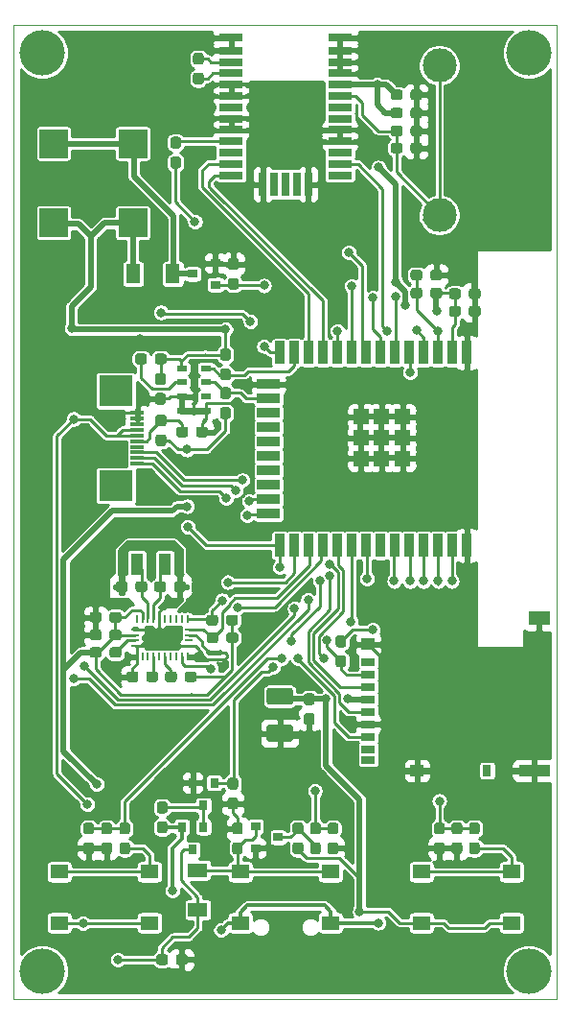
<source format=gtl>
G04 #@! TF.GenerationSoftware,KiCad,Pcbnew,5.1.8-db9833491~88~ubuntu20.04.1*
G04 #@! TF.CreationDate,2020-12-09T06:14:29+01:00*
G04 #@! TF.ProjectId,v1,76312e6b-6963-4616-945f-706362585858,rev?*
G04 #@! TF.SameCoordinates,Original*
G04 #@! TF.FileFunction,Copper,L1,Top*
G04 #@! TF.FilePolarity,Positive*
%FSLAX46Y46*%
G04 Gerber Fmt 4.6, Leading zero omitted, Abs format (unit mm)*
G04 Created by KiCad (PCBNEW 5.1.8-db9833491~88~ubuntu20.04.1) date 2020-12-09 06:14:29*
%MOMM*%
%LPD*%
G01*
G04 APERTURE LIST*
G04 #@! TA.AperFunction,Profile*
%ADD10C,0.050000*%
G04 #@! TD*
G04 #@! TA.AperFunction,EtchedComponent*
%ADD11C,0.100000*%
G04 #@! TD*
G04 #@! TA.AperFunction,ComponentPad*
%ADD12C,3.000000*%
G04 #@! TD*
G04 #@! TA.AperFunction,SMDPad,CuDef*
%ADD13R,3.000000X2.700000*%
G04 #@! TD*
G04 #@! TA.AperFunction,SMDPad,CuDef*
%ADD14R,1.200000X0.300000*%
G04 #@! TD*
G04 #@! TA.AperFunction,SMDPad,CuDef*
%ADD15R,1.100000X1.900000*%
G04 #@! TD*
G04 #@! TA.AperFunction,SMDPad,CuDef*
%ADD16R,0.950000X0.550000*%
G04 #@! TD*
G04 #@! TA.AperFunction,SMDPad,CuDef*
%ADD17R,0.675000X0.254000*%
G04 #@! TD*
G04 #@! TA.AperFunction,SMDPad,CuDef*
%ADD18R,0.254000X0.675000*%
G04 #@! TD*
G04 #@! TA.AperFunction,SMDPad,CuDef*
%ADD19R,0.700000X2.150000*%
G04 #@! TD*
G04 #@! TA.AperFunction,SMDPad,CuDef*
%ADD20R,2.150000X0.700000*%
G04 #@! TD*
G04 #@! TA.AperFunction,ComponentPad*
%ADD21C,0.300000*%
G04 #@! TD*
G04 #@! TA.AperFunction,SMDPad,CuDef*
%ADD22R,1.330000X1.330000*%
G04 #@! TD*
G04 #@! TA.AperFunction,SMDPad,CuDef*
%ADD23R,0.900000X2.000000*%
G04 #@! TD*
G04 #@! TA.AperFunction,SMDPad,CuDef*
%ADD24R,2.000000X0.900000*%
G04 #@! TD*
G04 #@! TA.AperFunction,SMDPad,CuDef*
%ADD25R,1.550000X1.300000*%
G04 #@! TD*
G04 #@! TA.AperFunction,SMDPad,CuDef*
%ADD26R,0.900000X0.800000*%
G04 #@! TD*
G04 #@! TA.AperFunction,SMDPad,CuDef*
%ADD27R,0.800000X0.900000*%
G04 #@! TD*
G04 #@! TA.AperFunction,SMDPad,CuDef*
%ADD28C,0.500000*%
G04 #@! TD*
G04 #@! TA.AperFunction,SMDPad,CuDef*
%ADD29R,2.500000X2.500000*%
G04 #@! TD*
G04 #@! TA.AperFunction,SMDPad,CuDef*
%ADD30R,1.200000X0.700000*%
G04 #@! TD*
G04 #@! TA.AperFunction,SMDPad,CuDef*
%ADD31R,1.200000X1.000000*%
G04 #@! TD*
G04 #@! TA.AperFunction,SMDPad,CuDef*
%ADD32R,0.800000X1.000000*%
G04 #@! TD*
G04 #@! TA.AperFunction,SMDPad,CuDef*
%ADD33R,2.800000X1.000000*%
G04 #@! TD*
G04 #@! TA.AperFunction,SMDPad,CuDef*
%ADD34R,1.900000X1.300000*%
G04 #@! TD*
G04 #@! TA.AperFunction,SMDPad,CuDef*
%ADD35R,1.300000X1.700000*%
G04 #@! TD*
G04 #@! TA.AperFunction,SMDPad,CuDef*
%ADD36R,1.700000X1.300000*%
G04 #@! TD*
G04 #@! TA.AperFunction,ViaPad*
%ADD37C,4.000000*%
G04 #@! TD*
G04 #@! TA.AperFunction,ViaPad*
%ADD38C,0.800000*%
G04 #@! TD*
G04 #@! TA.AperFunction,Conductor*
%ADD39C,0.250000*%
G04 #@! TD*
G04 #@! TA.AperFunction,Conductor*
%ADD40C,0.500000*%
G04 #@! TD*
G04 #@! TA.AperFunction,Conductor*
%ADD41C,0.350000*%
G04 #@! TD*
G04 #@! TA.AperFunction,Conductor*
%ADD42C,0.200000*%
G04 #@! TD*
G04 #@! TA.AperFunction,Conductor*
%ADD43C,0.100000*%
G04 #@! TD*
G04 APERTURE END LIST*
D10*
X120000000Y-72000000D02*
X168000000Y-72000000D01*
X120000000Y-72000000D02*
X120000000Y-158000000D01*
X168000000Y-158000000D02*
X168000000Y-72000000D01*
X120000000Y-158000000D02*
X168000000Y-158000000D01*
D11*
G36*
X137250000Y-127200000D02*
G01*
X138250000Y-127200000D01*
X138250000Y-127700000D01*
X137250000Y-127700000D01*
X137250000Y-127200000D01*
G37*
D12*
X157600000Y-88800000D03*
X157600000Y-75600000D03*
G04 #@! TA.AperFunction,SMDPad,CuDef*
G36*
G01*
X139637500Y-93650000D02*
X139162500Y-93650000D01*
G75*
G02*
X138925000Y-93412500I0J237500D01*
G01*
X138925000Y-92837500D01*
G75*
G02*
X139162500Y-92600000I237500J0D01*
G01*
X139637500Y-92600000D01*
G75*
G02*
X139875000Y-92837500I0J-237500D01*
G01*
X139875000Y-93412500D01*
G75*
G02*
X139637500Y-93650000I-237500J0D01*
G01*
G37*
G04 #@! TD.AperFunction*
G04 #@! TA.AperFunction,SMDPad,CuDef*
G36*
G01*
X139637500Y-95400000D02*
X139162500Y-95400000D01*
G75*
G02*
X138925000Y-95162500I0J237500D01*
G01*
X138925000Y-94587500D01*
G75*
G02*
X139162500Y-94350000I237500J0D01*
G01*
X139637500Y-94350000D01*
G75*
G02*
X139875000Y-94587500I0J-237500D01*
G01*
X139875000Y-95162500D01*
G75*
G02*
X139637500Y-95400000I-237500J0D01*
G01*
G37*
G04 #@! TD.AperFunction*
D13*
X129000000Y-112680000D03*
X129000000Y-104320000D03*
D14*
X130900000Y-106250000D03*
X130900000Y-106750000D03*
X130900000Y-107250000D03*
X130900000Y-107750000D03*
X130900000Y-108250000D03*
X130900000Y-108750000D03*
X130900000Y-109250000D03*
X130900000Y-109750000D03*
X130900000Y-110250000D03*
X130900000Y-110750000D03*
D15*
X133350000Y-119600000D03*
X130850000Y-119600000D03*
D16*
X136975000Y-106075000D03*
X136975000Y-104825000D03*
X136975000Y-103575000D03*
X136975000Y-102325000D03*
X134825000Y-104825000D03*
X134825000Y-103575000D03*
X134825000Y-102325000D03*
X134825000Y-106075000D03*
D17*
X135487500Y-126850000D03*
X135487500Y-126350000D03*
X135487500Y-125850000D03*
D18*
X135350000Y-127762500D03*
X134850000Y-127762500D03*
X134350000Y-127762500D03*
X133850000Y-127762500D03*
X133350000Y-127762500D03*
X132850000Y-127762500D03*
X132350000Y-127762500D03*
X131850000Y-127762500D03*
X131350000Y-127762500D03*
X135350000Y-124437500D03*
X134850000Y-124437500D03*
X134350000Y-124437500D03*
X133850000Y-124437500D03*
X133350000Y-124437500D03*
X132850000Y-124437500D03*
X132350000Y-124437500D03*
X131850000Y-124437500D03*
X131350000Y-124437500D03*
D17*
X130712500Y-126850000D03*
X130712500Y-126350000D03*
X130712500Y-125850000D03*
D18*
X130850000Y-124437500D03*
D17*
X130712500Y-125350000D03*
D18*
X130850000Y-127762500D03*
D17*
X135487500Y-125350000D03*
D19*
X146000000Y-86100000D03*
X145000000Y-86100000D03*
X144000000Y-86100000D03*
X143000000Y-86100000D03*
X142000000Y-86100000D03*
D20*
X139200000Y-85300000D03*
X139200000Y-84300000D03*
X139200000Y-83300000D03*
X139200000Y-82300000D03*
X139200000Y-81300000D03*
X139200000Y-80300000D03*
X139200000Y-79300000D03*
X139200000Y-78300000D03*
X139200000Y-77300000D03*
X139200000Y-76300000D03*
X139200000Y-75300000D03*
X139200000Y-74300000D03*
X139200000Y-73150000D03*
X148800000Y-73150000D03*
X148800000Y-74300000D03*
X148800000Y-75300000D03*
X148800000Y-76300000D03*
X148800000Y-77300000D03*
X148800000Y-78300000D03*
X148800000Y-79300000D03*
X148800000Y-80300000D03*
X148800000Y-81300000D03*
X148800000Y-82300000D03*
X148800000Y-83300000D03*
X148800000Y-84300000D03*
X148800000Y-85300000D03*
D21*
X150675000Y-109367500D03*
X150675000Y-107532500D03*
X151592500Y-110285000D03*
X151592500Y-108450000D03*
X151592500Y-106615000D03*
X152510000Y-109367500D03*
X152510000Y-107532500D03*
X153427500Y-110285000D03*
X153427500Y-108450000D03*
X153427500Y-106615000D03*
X154345000Y-109367500D03*
X154345000Y-107532500D03*
D22*
X150675000Y-110285000D03*
X150675000Y-108450000D03*
X150675000Y-106615000D03*
X152510000Y-110285000D03*
X152510000Y-108450000D03*
X152510000Y-106615000D03*
X154345000Y-110285000D03*
X154345000Y-108450000D03*
X154345000Y-106615000D03*
D23*
X160010000Y-117950000D03*
X158740000Y-117950000D03*
X157470000Y-117950000D03*
X156200000Y-117950000D03*
X154930000Y-117950000D03*
X153660000Y-117950000D03*
X152390000Y-117950000D03*
X151120000Y-117950000D03*
X149850000Y-117950000D03*
X148580000Y-117950000D03*
X147310000Y-117950000D03*
X146040000Y-117950000D03*
X144770000Y-117950000D03*
X143500000Y-117950000D03*
D24*
X142500000Y-115165000D03*
X142500000Y-113895000D03*
X142500000Y-112625000D03*
X142500000Y-111355000D03*
X142500000Y-110085000D03*
X142500000Y-108815000D03*
X142500000Y-107545000D03*
X142500000Y-106275000D03*
X142500000Y-105005000D03*
X142500000Y-103735000D03*
D23*
X143500000Y-100950000D03*
X144770000Y-100950000D03*
X146040000Y-100950000D03*
X147310000Y-100950000D03*
X148580000Y-100950000D03*
X149850000Y-100950000D03*
X151120000Y-100950000D03*
X152390000Y-100950000D03*
X153660000Y-100950000D03*
X154930000Y-100950000D03*
X156200000Y-100950000D03*
X157470000Y-100950000D03*
X158740000Y-100950000D03*
X160010000Y-100950000D03*
D25*
X163980000Y-151250000D03*
X163980000Y-146750000D03*
X156020000Y-146750000D03*
X156020000Y-151250000D03*
X131980000Y-151250000D03*
X131980000Y-146750000D03*
X124020000Y-146750000D03*
X124020000Y-151250000D03*
X147980000Y-151250000D03*
X147980000Y-146750000D03*
X140020000Y-146750000D03*
X140020000Y-151250000D03*
G04 #@! TA.AperFunction,SMDPad,CuDef*
G36*
G01*
X160937500Y-143450000D02*
X160462500Y-143450000D01*
G75*
G02*
X160225000Y-143212500I0J237500D01*
G01*
X160225000Y-142637500D01*
G75*
G02*
X160462500Y-142400000I237500J0D01*
G01*
X160937500Y-142400000D01*
G75*
G02*
X161175000Y-142637500I0J-237500D01*
G01*
X161175000Y-143212500D01*
G75*
G02*
X160937500Y-143450000I-237500J0D01*
G01*
G37*
G04 #@! TD.AperFunction*
G04 #@! TA.AperFunction,SMDPad,CuDef*
G36*
G01*
X160937500Y-145200000D02*
X160462500Y-145200000D01*
G75*
G02*
X160225000Y-144962500I0J237500D01*
G01*
X160225000Y-144387500D01*
G75*
G02*
X160462500Y-144150000I237500J0D01*
G01*
X160937500Y-144150000D01*
G75*
G02*
X161175000Y-144387500I0J-237500D01*
G01*
X161175000Y-144962500D01*
G75*
G02*
X160937500Y-145200000I-237500J0D01*
G01*
G37*
G04 #@! TD.AperFunction*
G04 #@! TA.AperFunction,SMDPad,CuDef*
G36*
G01*
X158912500Y-144150000D02*
X159387500Y-144150000D01*
G75*
G02*
X159625000Y-144387500I0J-237500D01*
G01*
X159625000Y-144962500D01*
G75*
G02*
X159387500Y-145200000I-237500J0D01*
G01*
X158912500Y-145200000D01*
G75*
G02*
X158675000Y-144962500I0J237500D01*
G01*
X158675000Y-144387500D01*
G75*
G02*
X158912500Y-144150000I237500J0D01*
G01*
G37*
G04 #@! TD.AperFunction*
G04 #@! TA.AperFunction,SMDPad,CuDef*
G36*
G01*
X158912500Y-142400000D02*
X159387500Y-142400000D01*
G75*
G02*
X159625000Y-142637500I0J-237500D01*
G01*
X159625000Y-143212500D01*
G75*
G02*
X159387500Y-143450000I-237500J0D01*
G01*
X158912500Y-143450000D01*
G75*
G02*
X158675000Y-143212500I0J237500D01*
G01*
X158675000Y-142637500D01*
G75*
G02*
X158912500Y-142400000I237500J0D01*
G01*
G37*
G04 #@! TD.AperFunction*
G04 #@! TA.AperFunction,SMDPad,CuDef*
G36*
G01*
X130037500Y-143450000D02*
X129562500Y-143450000D01*
G75*
G02*
X129325000Y-143212500I0J237500D01*
G01*
X129325000Y-142637500D01*
G75*
G02*
X129562500Y-142400000I237500J0D01*
G01*
X130037500Y-142400000D01*
G75*
G02*
X130275000Y-142637500I0J-237500D01*
G01*
X130275000Y-143212500D01*
G75*
G02*
X130037500Y-143450000I-237500J0D01*
G01*
G37*
G04 #@! TD.AperFunction*
G04 #@! TA.AperFunction,SMDPad,CuDef*
G36*
G01*
X130037500Y-145200000D02*
X129562500Y-145200000D01*
G75*
G02*
X129325000Y-144962500I0J237500D01*
G01*
X129325000Y-144387500D01*
G75*
G02*
X129562500Y-144150000I237500J0D01*
G01*
X130037500Y-144150000D01*
G75*
G02*
X130275000Y-144387500I0J-237500D01*
G01*
X130275000Y-144962500D01*
G75*
G02*
X130037500Y-145200000I-237500J0D01*
G01*
G37*
G04 #@! TD.AperFunction*
G04 #@! TA.AperFunction,SMDPad,CuDef*
G36*
G01*
X127962500Y-144150000D02*
X128437500Y-144150000D01*
G75*
G02*
X128675000Y-144387500I0J-237500D01*
G01*
X128675000Y-144962500D01*
G75*
G02*
X128437500Y-145200000I-237500J0D01*
G01*
X127962500Y-145200000D01*
G75*
G02*
X127725000Y-144962500I0J237500D01*
G01*
X127725000Y-144387500D01*
G75*
G02*
X127962500Y-144150000I237500J0D01*
G01*
G37*
G04 #@! TD.AperFunction*
G04 #@! TA.AperFunction,SMDPad,CuDef*
G36*
G01*
X127962500Y-142400000D02*
X128437500Y-142400000D01*
G75*
G02*
X128675000Y-142637500I0J-237500D01*
G01*
X128675000Y-143212500D01*
G75*
G02*
X128437500Y-143450000I-237500J0D01*
G01*
X127962500Y-143450000D01*
G75*
G02*
X127725000Y-143212500I0J237500D01*
G01*
X127725000Y-142637500D01*
G75*
G02*
X127962500Y-142400000I237500J0D01*
G01*
G37*
G04 #@! TD.AperFunction*
G04 #@! TA.AperFunction,SMDPad,CuDef*
G36*
G01*
X148662500Y-127650000D02*
X149137500Y-127650000D01*
G75*
G02*
X149375000Y-127887500I0J-237500D01*
G01*
X149375000Y-128462500D01*
G75*
G02*
X149137500Y-128700000I-237500J0D01*
G01*
X148662500Y-128700000D01*
G75*
G02*
X148425000Y-128462500I0J237500D01*
G01*
X148425000Y-127887500D01*
G75*
G02*
X148662500Y-127650000I237500J0D01*
G01*
G37*
G04 #@! TD.AperFunction*
G04 #@! TA.AperFunction,SMDPad,CuDef*
G36*
G01*
X148662500Y-125900000D02*
X149137500Y-125900000D01*
G75*
G02*
X149375000Y-126137500I0J-237500D01*
G01*
X149375000Y-126712500D01*
G75*
G02*
X149137500Y-126950000I-237500J0D01*
G01*
X148662500Y-126950000D01*
G75*
G02*
X148425000Y-126712500I0J237500D01*
G01*
X148425000Y-126137500D01*
G75*
G02*
X148662500Y-125900000I237500J0D01*
G01*
G37*
G04 #@! TD.AperFunction*
G04 #@! TA.AperFunction,SMDPad,CuDef*
G36*
G01*
X133237500Y-107450000D02*
X132762500Y-107450000D01*
G75*
G02*
X132525000Y-107212500I0J237500D01*
G01*
X132525000Y-106637500D01*
G75*
G02*
X132762500Y-106400000I237500J0D01*
G01*
X133237500Y-106400000D01*
G75*
G02*
X133475000Y-106637500I0J-237500D01*
G01*
X133475000Y-107212500D01*
G75*
G02*
X133237500Y-107450000I-237500J0D01*
G01*
G37*
G04 #@! TD.AperFunction*
G04 #@! TA.AperFunction,SMDPad,CuDef*
G36*
G01*
X133237500Y-109200000D02*
X132762500Y-109200000D01*
G75*
G02*
X132525000Y-108962500I0J237500D01*
G01*
X132525000Y-108387500D01*
G75*
G02*
X132762500Y-108150000I237500J0D01*
G01*
X133237500Y-108150000D01*
G75*
G02*
X133475000Y-108387500I0J-237500D01*
G01*
X133475000Y-108962500D01*
G75*
G02*
X133237500Y-109200000I-237500J0D01*
G01*
G37*
G04 #@! TD.AperFunction*
G04 #@! TA.AperFunction,SMDPad,CuDef*
G36*
G01*
X131750000Y-101262500D02*
X131750000Y-101737500D01*
G75*
G02*
X131512500Y-101975000I-237500J0D01*
G01*
X130937500Y-101975000D01*
G75*
G02*
X130700000Y-101737500I0J237500D01*
G01*
X130700000Y-101262500D01*
G75*
G02*
X130937500Y-101025000I237500J0D01*
G01*
X131512500Y-101025000D01*
G75*
G02*
X131750000Y-101262500I0J-237500D01*
G01*
G37*
G04 #@! TD.AperFunction*
G04 #@! TA.AperFunction,SMDPad,CuDef*
G36*
G01*
X133500000Y-101262500D02*
X133500000Y-101737500D01*
G75*
G02*
X133262500Y-101975000I-237500J0D01*
G01*
X132687500Y-101975000D01*
G75*
G02*
X132450000Y-101737500I0J237500D01*
G01*
X132450000Y-101262500D01*
G75*
G02*
X132687500Y-101025000I237500J0D01*
G01*
X133262500Y-101025000D01*
G75*
G02*
X133500000Y-101262500I0J-237500D01*
G01*
G37*
G04 #@! TD.AperFunction*
G04 #@! TA.AperFunction,SMDPad,CuDef*
G36*
G01*
X138937500Y-105050000D02*
X138462500Y-105050000D01*
G75*
G02*
X138225000Y-104812500I0J237500D01*
G01*
X138225000Y-104237500D01*
G75*
G02*
X138462500Y-104000000I237500J0D01*
G01*
X138937500Y-104000000D01*
G75*
G02*
X139175000Y-104237500I0J-237500D01*
G01*
X139175000Y-104812500D01*
G75*
G02*
X138937500Y-105050000I-237500J0D01*
G01*
G37*
G04 #@! TD.AperFunction*
G04 #@! TA.AperFunction,SMDPad,CuDef*
G36*
G01*
X138937500Y-106800000D02*
X138462500Y-106800000D01*
G75*
G02*
X138225000Y-106562500I0J237500D01*
G01*
X138225000Y-105987500D01*
G75*
G02*
X138462500Y-105750000I237500J0D01*
G01*
X138937500Y-105750000D01*
G75*
G02*
X139175000Y-105987500I0J-237500D01*
G01*
X139175000Y-106562500D01*
G75*
G02*
X138937500Y-106800000I-237500J0D01*
G01*
G37*
G04 #@! TD.AperFunction*
G04 #@! TA.AperFunction,SMDPad,CuDef*
G36*
G01*
X138462500Y-102350000D02*
X138937500Y-102350000D01*
G75*
G02*
X139175000Y-102587500I0J-237500D01*
G01*
X139175000Y-103162500D01*
G75*
G02*
X138937500Y-103400000I-237500J0D01*
G01*
X138462500Y-103400000D01*
G75*
G02*
X138225000Y-103162500I0J237500D01*
G01*
X138225000Y-102587500D01*
G75*
G02*
X138462500Y-102350000I237500J0D01*
G01*
G37*
G04 #@! TD.AperFunction*
G04 #@! TA.AperFunction,SMDPad,CuDef*
G36*
G01*
X138462500Y-100600000D02*
X138937500Y-100600000D01*
G75*
G02*
X139175000Y-100837500I0J-237500D01*
G01*
X139175000Y-101412500D01*
G75*
G02*
X138937500Y-101650000I-237500J0D01*
G01*
X138462500Y-101650000D01*
G75*
G02*
X138225000Y-101412500I0J237500D01*
G01*
X138225000Y-100837500D01*
G75*
G02*
X138462500Y-100600000I237500J0D01*
G01*
G37*
G04 #@! TD.AperFunction*
G04 #@! TA.AperFunction,SMDPad,CuDef*
G36*
G01*
X136062500Y-76250000D02*
X136537500Y-76250000D01*
G75*
G02*
X136775000Y-76487500I0J-237500D01*
G01*
X136775000Y-77062500D01*
G75*
G02*
X136537500Y-77300000I-237500J0D01*
G01*
X136062500Y-77300000D01*
G75*
G02*
X135825000Y-77062500I0J237500D01*
G01*
X135825000Y-76487500D01*
G75*
G02*
X136062500Y-76250000I237500J0D01*
G01*
G37*
G04 #@! TD.AperFunction*
G04 #@! TA.AperFunction,SMDPad,CuDef*
G36*
G01*
X136062500Y-74500000D02*
X136537500Y-74500000D01*
G75*
G02*
X136775000Y-74737500I0J-237500D01*
G01*
X136775000Y-75312500D01*
G75*
G02*
X136537500Y-75550000I-237500J0D01*
G01*
X136062500Y-75550000D01*
G75*
G02*
X135825000Y-75312500I0J237500D01*
G01*
X135825000Y-74737500D01*
G75*
G02*
X136062500Y-74500000I237500J0D01*
G01*
G37*
G04 #@! TD.AperFunction*
G04 #@! TA.AperFunction,SMDPad,CuDef*
G36*
G01*
X134400000Y-129312500D02*
X134400000Y-129787500D01*
G75*
G02*
X134162500Y-130025000I-237500J0D01*
G01*
X133587500Y-130025000D01*
G75*
G02*
X133350000Y-129787500I0J237500D01*
G01*
X133350000Y-129312500D01*
G75*
G02*
X133587500Y-129075000I237500J0D01*
G01*
X134162500Y-129075000D01*
G75*
G02*
X134400000Y-129312500I0J-237500D01*
G01*
G37*
G04 #@! TD.AperFunction*
G04 #@! TA.AperFunction,SMDPad,CuDef*
G36*
G01*
X136150000Y-129312500D02*
X136150000Y-129787500D01*
G75*
G02*
X135912500Y-130025000I-237500J0D01*
G01*
X135337500Y-130025000D01*
G75*
G02*
X135100000Y-129787500I0J237500D01*
G01*
X135100000Y-129312500D01*
G75*
G02*
X135337500Y-129075000I237500J0D01*
G01*
X135912500Y-129075000D01*
G75*
G02*
X136150000Y-129312500I0J-237500D01*
G01*
G37*
G04 #@! TD.AperFunction*
G04 #@! TA.AperFunction,SMDPad,CuDef*
G36*
G01*
X128450000Y-127637500D02*
X128450000Y-127162500D01*
G75*
G02*
X128687500Y-126925000I237500J0D01*
G01*
X129262500Y-126925000D01*
G75*
G02*
X129500000Y-127162500I0J-237500D01*
G01*
X129500000Y-127637500D01*
G75*
G02*
X129262500Y-127875000I-237500J0D01*
G01*
X128687500Y-127875000D01*
G75*
G02*
X128450000Y-127637500I0J237500D01*
G01*
G37*
G04 #@! TD.AperFunction*
G04 #@! TA.AperFunction,SMDPad,CuDef*
G36*
G01*
X126700000Y-127637500D02*
X126700000Y-127162500D01*
G75*
G02*
X126937500Y-126925000I237500J0D01*
G01*
X127512500Y-126925000D01*
G75*
G02*
X127750000Y-127162500I0J-237500D01*
G01*
X127750000Y-127637500D01*
G75*
G02*
X127512500Y-127875000I-237500J0D01*
G01*
X126937500Y-127875000D01*
G75*
G02*
X126700000Y-127637500I0J237500D01*
G01*
G37*
G04 #@! TD.AperFunction*
G04 #@! TA.AperFunction,SMDPad,CuDef*
G36*
G01*
X138075000Y-125862500D02*
X138075000Y-126337500D01*
G75*
G02*
X137837500Y-126575000I-237500J0D01*
G01*
X137262500Y-126575000D01*
G75*
G02*
X137025000Y-126337500I0J237500D01*
G01*
X137025000Y-125862500D01*
G75*
G02*
X137262500Y-125625000I237500J0D01*
G01*
X137837500Y-125625000D01*
G75*
G02*
X138075000Y-125862500I0J-237500D01*
G01*
G37*
G04 #@! TD.AperFunction*
G04 #@! TA.AperFunction,SMDPad,CuDef*
G36*
G01*
X139825000Y-125862500D02*
X139825000Y-126337500D01*
G75*
G02*
X139587500Y-126575000I-237500J0D01*
G01*
X139012500Y-126575000D01*
G75*
G02*
X138775000Y-126337500I0J237500D01*
G01*
X138775000Y-125862500D01*
G75*
G02*
X139012500Y-125625000I237500J0D01*
G01*
X139587500Y-125625000D01*
G75*
G02*
X139825000Y-125862500I0J-237500D01*
G01*
G37*
G04 #@! TD.AperFunction*
G04 #@! TA.AperFunction,SMDPad,CuDef*
G36*
G01*
X138050000Y-124312500D02*
X138050000Y-124787500D01*
G75*
G02*
X137812500Y-125025000I-237500J0D01*
G01*
X137237500Y-125025000D01*
G75*
G02*
X137000000Y-124787500I0J237500D01*
G01*
X137000000Y-124312500D01*
G75*
G02*
X137237500Y-124075000I237500J0D01*
G01*
X137812500Y-124075000D01*
G75*
G02*
X138050000Y-124312500I0J-237500D01*
G01*
G37*
G04 #@! TD.AperFunction*
G04 #@! TA.AperFunction,SMDPad,CuDef*
G36*
G01*
X139800000Y-124312500D02*
X139800000Y-124787500D01*
G75*
G02*
X139562500Y-125025000I-237500J0D01*
G01*
X138987500Y-125025000D01*
G75*
G02*
X138750000Y-124787500I0J237500D01*
G01*
X138750000Y-124312500D01*
G75*
G02*
X138987500Y-124075000I237500J0D01*
G01*
X139562500Y-124075000D01*
G75*
G02*
X139800000Y-124312500I0J-237500D01*
G01*
G37*
G04 #@! TD.AperFunction*
G04 #@! TA.AperFunction,SMDPad,CuDef*
G36*
G01*
X134537500Y-82950000D02*
X134062500Y-82950000D01*
G75*
G02*
X133825000Y-82712500I0J237500D01*
G01*
X133825000Y-82137500D01*
G75*
G02*
X134062500Y-81900000I237500J0D01*
G01*
X134537500Y-81900000D01*
G75*
G02*
X134775000Y-82137500I0J-237500D01*
G01*
X134775000Y-82712500D01*
G75*
G02*
X134537500Y-82950000I-237500J0D01*
G01*
G37*
G04 #@! TD.AperFunction*
G04 #@! TA.AperFunction,SMDPad,CuDef*
G36*
G01*
X134537500Y-84700000D02*
X134062500Y-84700000D01*
G75*
G02*
X133825000Y-84462500I0J237500D01*
G01*
X133825000Y-83887500D01*
G75*
G02*
X134062500Y-83650000I237500J0D01*
G01*
X134537500Y-83650000D01*
G75*
G02*
X134775000Y-83887500I0J-237500D01*
G01*
X134775000Y-84462500D01*
G75*
G02*
X134537500Y-84700000I-237500J0D01*
G01*
G37*
G04 #@! TD.AperFunction*
G04 #@! TA.AperFunction,SMDPad,CuDef*
G36*
G01*
X156100000Y-95462500D02*
X156100000Y-95937500D01*
G75*
G02*
X155862500Y-96175000I-237500J0D01*
G01*
X155287500Y-96175000D01*
G75*
G02*
X155050000Y-95937500I0J237500D01*
G01*
X155050000Y-95462500D01*
G75*
G02*
X155287500Y-95225000I237500J0D01*
G01*
X155862500Y-95225000D01*
G75*
G02*
X156100000Y-95462500I0J-237500D01*
G01*
G37*
G04 #@! TD.AperFunction*
G04 #@! TA.AperFunction,SMDPad,CuDef*
G36*
G01*
X157850000Y-95462500D02*
X157850000Y-95937500D01*
G75*
G02*
X157612500Y-96175000I-237500J0D01*
G01*
X157037500Y-96175000D01*
G75*
G02*
X156800000Y-95937500I0J237500D01*
G01*
X156800000Y-95462500D01*
G75*
G02*
X157037500Y-95225000I237500J0D01*
G01*
X157612500Y-95225000D01*
G75*
G02*
X157850000Y-95462500I0J-237500D01*
G01*
G37*
G04 #@! TD.AperFunction*
G04 #@! TA.AperFunction,SMDPad,CuDef*
G36*
G01*
X139112500Y-140200000D02*
X139587500Y-140200000D01*
G75*
G02*
X139825000Y-140437500I0J-237500D01*
G01*
X139825000Y-141012500D01*
G75*
G02*
X139587500Y-141250000I-237500J0D01*
G01*
X139112500Y-141250000D01*
G75*
G02*
X138875000Y-141012500I0J237500D01*
G01*
X138875000Y-140437500D01*
G75*
G02*
X139112500Y-140200000I237500J0D01*
G01*
G37*
G04 #@! TD.AperFunction*
G04 #@! TA.AperFunction,SMDPad,CuDef*
G36*
G01*
X139112500Y-138450000D02*
X139587500Y-138450000D01*
G75*
G02*
X139825000Y-138687500I0J-237500D01*
G01*
X139825000Y-139262500D01*
G75*
G02*
X139587500Y-139500000I-237500J0D01*
G01*
X139112500Y-139500000D01*
G75*
G02*
X138875000Y-139262500I0J237500D01*
G01*
X138875000Y-138687500D01*
G75*
G02*
X139112500Y-138450000I237500J0D01*
G01*
G37*
G04 #@! TD.AperFunction*
G04 #@! TA.AperFunction,SMDPad,CuDef*
G36*
G01*
X133337500Y-141600000D02*
X132862500Y-141600000D01*
G75*
G02*
X132625000Y-141362500I0J237500D01*
G01*
X132625000Y-140787500D01*
G75*
G02*
X132862500Y-140550000I237500J0D01*
G01*
X133337500Y-140550000D01*
G75*
G02*
X133575000Y-140787500I0J-237500D01*
G01*
X133575000Y-141362500D01*
G75*
G02*
X133337500Y-141600000I-237500J0D01*
G01*
G37*
G04 #@! TD.AperFunction*
G04 #@! TA.AperFunction,SMDPad,CuDef*
G36*
G01*
X133337500Y-143350000D02*
X132862500Y-143350000D01*
G75*
G02*
X132625000Y-143112500I0J237500D01*
G01*
X132625000Y-142537500D01*
G75*
G02*
X132862500Y-142300000I237500J0D01*
G01*
X133337500Y-142300000D01*
G75*
G02*
X133575000Y-142537500I0J-237500D01*
G01*
X133575000Y-143112500D01*
G75*
G02*
X133337500Y-143350000I-237500J0D01*
G01*
G37*
G04 #@! TD.AperFunction*
G04 #@! TA.AperFunction,SMDPad,CuDef*
G36*
G01*
X134325000Y-154737500D02*
X134325000Y-154262500D01*
G75*
G02*
X134562500Y-154025000I237500J0D01*
G01*
X135137500Y-154025000D01*
G75*
G02*
X135375000Y-154262500I0J-237500D01*
G01*
X135375000Y-154737500D01*
G75*
G02*
X135137500Y-154975000I-237500J0D01*
G01*
X134562500Y-154975000D01*
G75*
G02*
X134325000Y-154737500I0J237500D01*
G01*
G37*
G04 #@! TD.AperFunction*
G04 #@! TA.AperFunction,SMDPad,CuDef*
G36*
G01*
X132575000Y-154737500D02*
X132575000Y-154262500D01*
G75*
G02*
X132812500Y-154025000I237500J0D01*
G01*
X133387500Y-154025000D01*
G75*
G02*
X133625000Y-154262500I0J-237500D01*
G01*
X133625000Y-154737500D01*
G75*
G02*
X133387500Y-154975000I-237500J0D01*
G01*
X132812500Y-154975000D01*
G75*
G02*
X132575000Y-154737500I0J237500D01*
G01*
G37*
G04 #@! TD.AperFunction*
G04 #@! TA.AperFunction,SMDPad,CuDef*
G36*
G01*
X139987500Y-143450000D02*
X139512500Y-143450000D01*
G75*
G02*
X139275000Y-143212500I0J237500D01*
G01*
X139275000Y-142637500D01*
G75*
G02*
X139512500Y-142400000I237500J0D01*
G01*
X139987500Y-142400000D01*
G75*
G02*
X140225000Y-142637500I0J-237500D01*
G01*
X140225000Y-143212500D01*
G75*
G02*
X139987500Y-143450000I-237500J0D01*
G01*
G37*
G04 #@! TD.AperFunction*
G04 #@! TA.AperFunction,SMDPad,CuDef*
G36*
G01*
X139987500Y-145200000D02*
X139512500Y-145200000D01*
G75*
G02*
X139275000Y-144962500I0J237500D01*
G01*
X139275000Y-144387500D01*
G75*
G02*
X139512500Y-144150000I237500J0D01*
G01*
X139987500Y-144150000D01*
G75*
G02*
X140225000Y-144387500I0J-237500D01*
G01*
X140225000Y-144962500D01*
G75*
G02*
X139987500Y-145200000I-237500J0D01*
G01*
G37*
G04 #@! TD.AperFunction*
G04 #@! TA.AperFunction,SMDPad,CuDef*
G36*
G01*
X145337500Y-143450000D02*
X144862500Y-143450000D01*
G75*
G02*
X144625000Y-143212500I0J237500D01*
G01*
X144625000Y-142637500D01*
G75*
G02*
X144862500Y-142400000I237500J0D01*
G01*
X145337500Y-142400000D01*
G75*
G02*
X145575000Y-142637500I0J-237500D01*
G01*
X145575000Y-143212500D01*
G75*
G02*
X145337500Y-143450000I-237500J0D01*
G01*
G37*
G04 #@! TD.AperFunction*
G04 #@! TA.AperFunction,SMDPad,CuDef*
G36*
G01*
X145337500Y-145200000D02*
X144862500Y-145200000D01*
G75*
G02*
X144625000Y-144962500I0J237500D01*
G01*
X144625000Y-144387500D01*
G75*
G02*
X144862500Y-144150000I237500J0D01*
G01*
X145337500Y-144150000D01*
G75*
G02*
X145575000Y-144387500I0J-237500D01*
G01*
X145575000Y-144962500D01*
G75*
G02*
X145337500Y-145200000I-237500J0D01*
G01*
G37*
G04 #@! TD.AperFunction*
G04 #@! TA.AperFunction,SMDPad,CuDef*
G36*
G01*
X146887500Y-143450000D02*
X146412500Y-143450000D01*
G75*
G02*
X146175000Y-143212500I0J237500D01*
G01*
X146175000Y-142637500D01*
G75*
G02*
X146412500Y-142400000I237500J0D01*
G01*
X146887500Y-142400000D01*
G75*
G02*
X147125000Y-142637500I0J-237500D01*
G01*
X147125000Y-143212500D01*
G75*
G02*
X146887500Y-143450000I-237500J0D01*
G01*
G37*
G04 #@! TD.AperFunction*
G04 #@! TA.AperFunction,SMDPad,CuDef*
G36*
G01*
X146887500Y-145200000D02*
X146412500Y-145200000D01*
G75*
G02*
X146175000Y-144962500I0J237500D01*
G01*
X146175000Y-144387500D01*
G75*
G02*
X146412500Y-144150000I237500J0D01*
G01*
X146887500Y-144150000D01*
G75*
G02*
X147125000Y-144387500I0J-237500D01*
G01*
X147125000Y-144962500D01*
G75*
G02*
X146887500Y-145200000I-237500J0D01*
G01*
G37*
G04 #@! TD.AperFunction*
D26*
X135800000Y-94000000D03*
X137800000Y-93050000D03*
X137800000Y-94950000D03*
D27*
X136750000Y-140900000D03*
X135800000Y-138900000D03*
X137700000Y-138900000D03*
X135800000Y-144800000D03*
X134850000Y-142800000D03*
X136750000Y-142800000D03*
D26*
X143350000Y-143700000D03*
X141350000Y-144650000D03*
X141350000Y-142750000D03*
D28*
X138250000Y-127450000D03*
X137250000Y-127450000D03*
D29*
X123500000Y-89500000D03*
X130500000Y-89500000D03*
X130500000Y-82500000D03*
X123500000Y-82500000D03*
D30*
X151325000Y-136875000D03*
X151325000Y-135925000D03*
X151325000Y-128225000D03*
X151325000Y-129325000D03*
X151325000Y-130425000D03*
X151325000Y-131525000D03*
X151325000Y-132625000D03*
X151325000Y-133725000D03*
X151325000Y-134825000D03*
D31*
X151325000Y-126675000D03*
X155625000Y-137825000D03*
D32*
X161825000Y-137825000D03*
D33*
X165975000Y-137825000D03*
D34*
X166425000Y-124325000D03*
D35*
X134050000Y-94000000D03*
X130550000Y-94000000D03*
D36*
X136250000Y-146600000D03*
X136250000Y-150100000D03*
G04 #@! TA.AperFunction,SMDPad,CuDef*
G36*
G01*
X157362500Y-144150000D02*
X157837500Y-144150000D01*
G75*
G02*
X158075000Y-144387500I0J-237500D01*
G01*
X158075000Y-144962500D01*
G75*
G02*
X157837500Y-145200000I-237500J0D01*
G01*
X157362500Y-145200000D01*
G75*
G02*
X157125000Y-144962500I0J237500D01*
G01*
X157125000Y-144387500D01*
G75*
G02*
X157362500Y-144150000I237500J0D01*
G01*
G37*
G04 #@! TD.AperFunction*
G04 #@! TA.AperFunction,SMDPad,CuDef*
G36*
G01*
X157362500Y-142400000D02*
X157837500Y-142400000D01*
G75*
G02*
X158075000Y-142637500I0J-237500D01*
G01*
X158075000Y-143212500D01*
G75*
G02*
X157837500Y-143450000I-237500J0D01*
G01*
X157362500Y-143450000D01*
G75*
G02*
X157125000Y-143212500I0J237500D01*
G01*
X157125000Y-142637500D01*
G75*
G02*
X157362500Y-142400000I237500J0D01*
G01*
G37*
G04 #@! TD.AperFunction*
G04 #@! TA.AperFunction,SMDPad,CuDef*
G36*
G01*
X126362500Y-144150000D02*
X126837500Y-144150000D01*
G75*
G02*
X127075000Y-144387500I0J-237500D01*
G01*
X127075000Y-144962500D01*
G75*
G02*
X126837500Y-145200000I-237500J0D01*
G01*
X126362500Y-145200000D01*
G75*
G02*
X126125000Y-144962500I0J237500D01*
G01*
X126125000Y-144387500D01*
G75*
G02*
X126362500Y-144150000I237500J0D01*
G01*
G37*
G04 #@! TD.AperFunction*
G04 #@! TA.AperFunction,SMDPad,CuDef*
G36*
G01*
X126362500Y-142400000D02*
X126837500Y-142400000D01*
G75*
G02*
X127075000Y-142637500I0J-237500D01*
G01*
X127075000Y-143212500D01*
G75*
G02*
X126837500Y-143450000I-237500J0D01*
G01*
X126362500Y-143450000D01*
G75*
G02*
X126125000Y-143212500I0J237500D01*
G01*
X126125000Y-142637500D01*
G75*
G02*
X126362500Y-142400000I237500J0D01*
G01*
G37*
G04 #@! TD.AperFunction*
G04 #@! TA.AperFunction,SMDPad,CuDef*
G36*
G01*
X145862500Y-132750000D02*
X146337500Y-132750000D01*
G75*
G02*
X146575000Y-132987500I0J-237500D01*
G01*
X146575000Y-133562500D01*
G75*
G02*
X146337500Y-133800000I-237500J0D01*
G01*
X145862500Y-133800000D01*
G75*
G02*
X145625000Y-133562500I0J237500D01*
G01*
X145625000Y-132987500D01*
G75*
G02*
X145862500Y-132750000I237500J0D01*
G01*
G37*
G04 #@! TD.AperFunction*
G04 #@! TA.AperFunction,SMDPad,CuDef*
G36*
G01*
X145862500Y-131000000D02*
X146337500Y-131000000D01*
G75*
G02*
X146575000Y-131237500I0J-237500D01*
G01*
X146575000Y-131812500D01*
G75*
G02*
X146337500Y-132050000I-237500J0D01*
G01*
X145862500Y-132050000D01*
G75*
G02*
X145625000Y-131812500I0J237500D01*
G01*
X145625000Y-131237500D01*
G75*
G02*
X145862500Y-131000000I237500J0D01*
G01*
G37*
G04 #@! TD.AperFunction*
G04 #@! TA.AperFunction,SMDPad,CuDef*
G36*
G01*
X142575000Y-133775000D02*
X144425000Y-133775000D01*
G75*
G02*
X144675000Y-134025000I0J-250000D01*
G01*
X144675000Y-135025000D01*
G75*
G02*
X144425000Y-135275000I-250000J0D01*
G01*
X142575000Y-135275000D01*
G75*
G02*
X142325000Y-135025000I0J250000D01*
G01*
X142325000Y-134025000D01*
G75*
G02*
X142575000Y-133775000I250000J0D01*
G01*
G37*
G04 #@! TD.AperFunction*
G04 #@! TA.AperFunction,SMDPad,CuDef*
G36*
G01*
X142575000Y-130525000D02*
X144425000Y-130525000D01*
G75*
G02*
X144675000Y-130775000I0J-250000D01*
G01*
X144675000Y-131775000D01*
G75*
G02*
X144425000Y-132025000I-250000J0D01*
G01*
X142575000Y-132025000D01*
G75*
G02*
X142325000Y-131775000I0J250000D01*
G01*
X142325000Y-130775000D01*
G75*
G02*
X142575000Y-130525000I250000J0D01*
G01*
G37*
G04 #@! TD.AperFunction*
G04 #@! TA.AperFunction,SMDPad,CuDef*
G36*
G01*
X136100000Y-108187500D02*
X136100000Y-107712500D01*
G75*
G02*
X136337500Y-107475000I237500J0D01*
G01*
X136912500Y-107475000D01*
G75*
G02*
X137150000Y-107712500I0J-237500D01*
G01*
X137150000Y-108187500D01*
G75*
G02*
X136912500Y-108425000I-237500J0D01*
G01*
X136337500Y-108425000D01*
G75*
G02*
X136100000Y-108187500I0J237500D01*
G01*
G37*
G04 #@! TD.AperFunction*
G04 #@! TA.AperFunction,SMDPad,CuDef*
G36*
G01*
X134350000Y-108187500D02*
X134350000Y-107712500D01*
G75*
G02*
X134587500Y-107475000I237500J0D01*
G01*
X135162500Y-107475000D01*
G75*
G02*
X135400000Y-107712500I0J-237500D01*
G01*
X135400000Y-108187500D01*
G75*
G02*
X135162500Y-108425000I-237500J0D01*
G01*
X134587500Y-108425000D01*
G75*
G02*
X134350000Y-108187500I0J237500D01*
G01*
G37*
G04 #@! TD.AperFunction*
G04 #@! TA.AperFunction,SMDPad,CuDef*
G36*
G01*
X133187500Y-103800000D02*
X132712500Y-103800000D01*
G75*
G02*
X132475000Y-103562500I0J237500D01*
G01*
X132475000Y-102987500D01*
G75*
G02*
X132712500Y-102750000I237500J0D01*
G01*
X133187500Y-102750000D01*
G75*
G02*
X133425000Y-102987500I0J-237500D01*
G01*
X133425000Y-103562500D01*
G75*
G02*
X133187500Y-103800000I-237500J0D01*
G01*
G37*
G04 #@! TD.AperFunction*
G04 #@! TA.AperFunction,SMDPad,CuDef*
G36*
G01*
X133187500Y-105550000D02*
X132712500Y-105550000D01*
G75*
G02*
X132475000Y-105312500I0J237500D01*
G01*
X132475000Y-104737500D01*
G75*
G02*
X132712500Y-104500000I237500J0D01*
G01*
X133187500Y-104500000D01*
G75*
G02*
X133425000Y-104737500I0J-237500D01*
G01*
X133425000Y-105312500D01*
G75*
G02*
X133187500Y-105550000I-237500J0D01*
G01*
G37*
G04 #@! TD.AperFunction*
G04 #@! TA.AperFunction,SMDPad,CuDef*
G36*
G01*
X155050000Y-78437500D02*
X155050000Y-77962500D01*
G75*
G02*
X155287500Y-77725000I237500J0D01*
G01*
X155862500Y-77725000D01*
G75*
G02*
X156100000Y-77962500I0J-237500D01*
G01*
X156100000Y-78437500D01*
G75*
G02*
X155862500Y-78675000I-237500J0D01*
G01*
X155287500Y-78675000D01*
G75*
G02*
X155050000Y-78437500I0J237500D01*
G01*
G37*
G04 #@! TD.AperFunction*
G04 #@! TA.AperFunction,SMDPad,CuDef*
G36*
G01*
X153300000Y-78437500D02*
X153300000Y-77962500D01*
G75*
G02*
X153537500Y-77725000I237500J0D01*
G01*
X154112500Y-77725000D01*
G75*
G02*
X154350000Y-77962500I0J-237500D01*
G01*
X154350000Y-78437500D01*
G75*
G02*
X154112500Y-78675000I-237500J0D01*
G01*
X153537500Y-78675000D01*
G75*
G02*
X153300000Y-78437500I0J237500D01*
G01*
G37*
G04 #@! TD.AperFunction*
G04 #@! TA.AperFunction,SMDPad,CuDef*
G36*
G01*
X155050000Y-80037500D02*
X155050000Y-79562500D01*
G75*
G02*
X155287500Y-79325000I237500J0D01*
G01*
X155862500Y-79325000D01*
G75*
G02*
X156100000Y-79562500I0J-237500D01*
G01*
X156100000Y-80037500D01*
G75*
G02*
X155862500Y-80275000I-237500J0D01*
G01*
X155287500Y-80275000D01*
G75*
G02*
X155050000Y-80037500I0J237500D01*
G01*
G37*
G04 #@! TD.AperFunction*
G04 #@! TA.AperFunction,SMDPad,CuDef*
G36*
G01*
X153300000Y-80037500D02*
X153300000Y-79562500D01*
G75*
G02*
X153537500Y-79325000I237500J0D01*
G01*
X154112500Y-79325000D01*
G75*
G02*
X154350000Y-79562500I0J-237500D01*
G01*
X154350000Y-80037500D01*
G75*
G02*
X154112500Y-80275000I-237500J0D01*
G01*
X153537500Y-80275000D01*
G75*
G02*
X153300000Y-80037500I0J237500D01*
G01*
G37*
G04 #@! TD.AperFunction*
G04 #@! TA.AperFunction,SMDPad,CuDef*
G36*
G01*
X155050000Y-81637500D02*
X155050000Y-81162500D01*
G75*
G02*
X155287500Y-80925000I237500J0D01*
G01*
X155862500Y-80925000D01*
G75*
G02*
X156100000Y-81162500I0J-237500D01*
G01*
X156100000Y-81637500D01*
G75*
G02*
X155862500Y-81875000I-237500J0D01*
G01*
X155287500Y-81875000D01*
G75*
G02*
X155050000Y-81637500I0J237500D01*
G01*
G37*
G04 #@! TD.AperFunction*
G04 #@! TA.AperFunction,SMDPad,CuDef*
G36*
G01*
X153300000Y-81637500D02*
X153300000Y-81162500D01*
G75*
G02*
X153537500Y-80925000I237500J0D01*
G01*
X154112500Y-80925000D01*
G75*
G02*
X154350000Y-81162500I0J-237500D01*
G01*
X154350000Y-81637500D01*
G75*
G02*
X154112500Y-81875000I-237500J0D01*
G01*
X153537500Y-81875000D01*
G75*
G02*
X153300000Y-81637500I0J237500D01*
G01*
G37*
G04 #@! TD.AperFunction*
G04 #@! TA.AperFunction,SMDPad,CuDef*
G36*
G01*
X130750000Y-121837500D02*
X130750000Y-121362500D01*
G75*
G02*
X130987500Y-121125000I237500J0D01*
G01*
X131562500Y-121125000D01*
G75*
G02*
X131800000Y-121362500I0J-237500D01*
G01*
X131800000Y-121837500D01*
G75*
G02*
X131562500Y-122075000I-237500J0D01*
G01*
X130987500Y-122075000D01*
G75*
G02*
X130750000Y-121837500I0J237500D01*
G01*
G37*
G04 #@! TD.AperFunction*
G04 #@! TA.AperFunction,SMDPad,CuDef*
G36*
G01*
X129000000Y-121837500D02*
X129000000Y-121362500D01*
G75*
G02*
X129237500Y-121125000I237500J0D01*
G01*
X129812500Y-121125000D01*
G75*
G02*
X130050000Y-121362500I0J-237500D01*
G01*
X130050000Y-121837500D01*
G75*
G02*
X129812500Y-122075000I-237500J0D01*
G01*
X129237500Y-122075000D01*
G75*
G02*
X129000000Y-121837500I0J237500D01*
G01*
G37*
G04 #@! TD.AperFunction*
G04 #@! TA.AperFunction,SMDPad,CuDef*
G36*
G01*
X133450000Y-121362500D02*
X133450000Y-121837500D01*
G75*
G02*
X133212500Y-122075000I-237500J0D01*
G01*
X132637500Y-122075000D01*
G75*
G02*
X132400000Y-121837500I0J237500D01*
G01*
X132400000Y-121362500D01*
G75*
G02*
X132637500Y-121125000I237500J0D01*
G01*
X133212500Y-121125000D01*
G75*
G02*
X133450000Y-121362500I0J-237500D01*
G01*
G37*
G04 #@! TD.AperFunction*
G04 #@! TA.AperFunction,SMDPad,CuDef*
G36*
G01*
X135200000Y-121362500D02*
X135200000Y-121837500D01*
G75*
G02*
X134962500Y-122075000I-237500J0D01*
G01*
X134387500Y-122075000D01*
G75*
G02*
X134150000Y-121837500I0J237500D01*
G01*
X134150000Y-121362500D01*
G75*
G02*
X134387500Y-121125000I237500J0D01*
G01*
X134962500Y-121125000D01*
G75*
G02*
X135200000Y-121362500I0J-237500D01*
G01*
G37*
G04 #@! TD.AperFunction*
G04 #@! TA.AperFunction,SMDPad,CuDef*
G36*
G01*
X155050000Y-83137500D02*
X155050000Y-82662500D01*
G75*
G02*
X155287500Y-82425000I237500J0D01*
G01*
X155862500Y-82425000D01*
G75*
G02*
X156100000Y-82662500I0J-237500D01*
G01*
X156100000Y-83137500D01*
G75*
G02*
X155862500Y-83375000I-237500J0D01*
G01*
X155287500Y-83375000D01*
G75*
G02*
X155050000Y-83137500I0J237500D01*
G01*
G37*
G04 #@! TD.AperFunction*
G04 #@! TA.AperFunction,SMDPad,CuDef*
G36*
G01*
X153300000Y-83137500D02*
X153300000Y-82662500D01*
G75*
G02*
X153537500Y-82425000I237500J0D01*
G01*
X154112500Y-82425000D01*
G75*
G02*
X154350000Y-82662500I0J-237500D01*
G01*
X154350000Y-83137500D01*
G75*
G02*
X154112500Y-83375000I-237500J0D01*
G01*
X153537500Y-83375000D01*
G75*
G02*
X153300000Y-83137500I0J237500D01*
G01*
G37*
G04 #@! TD.AperFunction*
G04 #@! TA.AperFunction,SMDPad,CuDef*
G36*
G01*
X128450000Y-126087500D02*
X128450000Y-125612500D01*
G75*
G02*
X128687500Y-125375000I237500J0D01*
G01*
X129262500Y-125375000D01*
G75*
G02*
X129500000Y-125612500I0J-237500D01*
G01*
X129500000Y-126087500D01*
G75*
G02*
X129262500Y-126325000I-237500J0D01*
G01*
X128687500Y-126325000D01*
G75*
G02*
X128450000Y-126087500I0J237500D01*
G01*
G37*
G04 #@! TD.AperFunction*
G04 #@! TA.AperFunction,SMDPad,CuDef*
G36*
G01*
X126700000Y-126087500D02*
X126700000Y-125612500D01*
G75*
G02*
X126937500Y-125375000I237500J0D01*
G01*
X127512500Y-125375000D01*
G75*
G02*
X127750000Y-125612500I0J-237500D01*
G01*
X127750000Y-126087500D01*
G75*
G02*
X127512500Y-126325000I-237500J0D01*
G01*
X126937500Y-126325000D01*
G75*
G02*
X126700000Y-126087500I0J237500D01*
G01*
G37*
G04 #@! TD.AperFunction*
G04 #@! TA.AperFunction,SMDPad,CuDef*
G36*
G01*
X131000000Y-129312500D02*
X131000000Y-129787500D01*
G75*
G02*
X130762500Y-130025000I-237500J0D01*
G01*
X130187500Y-130025000D01*
G75*
G02*
X129950000Y-129787500I0J237500D01*
G01*
X129950000Y-129312500D01*
G75*
G02*
X130187500Y-129075000I237500J0D01*
G01*
X130762500Y-129075000D01*
G75*
G02*
X131000000Y-129312500I0J-237500D01*
G01*
G37*
G04 #@! TD.AperFunction*
G04 #@! TA.AperFunction,SMDPad,CuDef*
G36*
G01*
X132750000Y-129312500D02*
X132750000Y-129787500D01*
G75*
G02*
X132512500Y-130025000I-237500J0D01*
G01*
X131937500Y-130025000D01*
G75*
G02*
X131700000Y-129787500I0J237500D01*
G01*
X131700000Y-129312500D01*
G75*
G02*
X131937500Y-129075000I237500J0D01*
G01*
X132512500Y-129075000D01*
G75*
G02*
X132750000Y-129312500I0J-237500D01*
G01*
G37*
G04 #@! TD.AperFunction*
G04 #@! TA.AperFunction,SMDPad,CuDef*
G36*
G01*
X128450000Y-124537500D02*
X128450000Y-124062500D01*
G75*
G02*
X128687500Y-123825000I237500J0D01*
G01*
X129262500Y-123825000D01*
G75*
G02*
X129500000Y-124062500I0J-237500D01*
G01*
X129500000Y-124537500D01*
G75*
G02*
X129262500Y-124775000I-237500J0D01*
G01*
X128687500Y-124775000D01*
G75*
G02*
X128450000Y-124537500I0J237500D01*
G01*
G37*
G04 #@! TD.AperFunction*
G04 #@! TA.AperFunction,SMDPad,CuDef*
G36*
G01*
X126700000Y-124537500D02*
X126700000Y-124062500D01*
G75*
G02*
X126937500Y-123825000I237500J0D01*
G01*
X127512500Y-123825000D01*
G75*
G02*
X127750000Y-124062500I0J-237500D01*
G01*
X127750000Y-124537500D01*
G75*
G02*
X127512500Y-124775000I-237500J0D01*
G01*
X126937500Y-124775000D01*
G75*
G02*
X126700000Y-124537500I0J237500D01*
G01*
G37*
G04 #@! TD.AperFunction*
G04 #@! TA.AperFunction,SMDPad,CuDef*
G36*
G01*
X160200000Y-97537500D02*
X160200000Y-97062500D01*
G75*
G02*
X160437500Y-96825000I237500J0D01*
G01*
X161012500Y-96825000D01*
G75*
G02*
X161250000Y-97062500I0J-237500D01*
G01*
X161250000Y-97537500D01*
G75*
G02*
X161012500Y-97775000I-237500J0D01*
G01*
X160437500Y-97775000D01*
G75*
G02*
X160200000Y-97537500I0J237500D01*
G01*
G37*
G04 #@! TD.AperFunction*
G04 #@! TA.AperFunction,SMDPad,CuDef*
G36*
G01*
X158450000Y-97537500D02*
X158450000Y-97062500D01*
G75*
G02*
X158687500Y-96825000I237500J0D01*
G01*
X159262500Y-96825000D01*
G75*
G02*
X159500000Y-97062500I0J-237500D01*
G01*
X159500000Y-97537500D01*
G75*
G02*
X159262500Y-97775000I-237500J0D01*
G01*
X158687500Y-97775000D01*
G75*
G02*
X158450000Y-97537500I0J237500D01*
G01*
G37*
G04 #@! TD.AperFunction*
G04 #@! TA.AperFunction,SMDPad,CuDef*
G36*
G01*
X160200000Y-95987500D02*
X160200000Y-95512500D01*
G75*
G02*
X160437500Y-95275000I237500J0D01*
G01*
X161012500Y-95275000D01*
G75*
G02*
X161250000Y-95512500I0J-237500D01*
G01*
X161250000Y-95987500D01*
G75*
G02*
X161012500Y-96225000I-237500J0D01*
G01*
X160437500Y-96225000D01*
G75*
G02*
X160200000Y-95987500I0J237500D01*
G01*
G37*
G04 #@! TD.AperFunction*
G04 #@! TA.AperFunction,SMDPad,CuDef*
G36*
G01*
X158450000Y-95987500D02*
X158450000Y-95512500D01*
G75*
G02*
X158687500Y-95275000I237500J0D01*
G01*
X159262500Y-95275000D01*
G75*
G02*
X159500000Y-95512500I0J-237500D01*
G01*
X159500000Y-95987500D01*
G75*
G02*
X159262500Y-96225000I-237500J0D01*
G01*
X158687500Y-96225000D01*
G75*
G02*
X158450000Y-95987500I0J237500D01*
G01*
G37*
G04 #@! TD.AperFunction*
G04 #@! TA.AperFunction,SMDPad,CuDef*
G36*
G01*
X156800000Y-94337500D02*
X156800000Y-93862500D01*
G75*
G02*
X157037500Y-93625000I237500J0D01*
G01*
X157612500Y-93625000D01*
G75*
G02*
X157850000Y-93862500I0J-237500D01*
G01*
X157850000Y-94337500D01*
G75*
G02*
X157612500Y-94575000I-237500J0D01*
G01*
X157037500Y-94575000D01*
G75*
G02*
X156800000Y-94337500I0J237500D01*
G01*
G37*
G04 #@! TD.AperFunction*
G04 #@! TA.AperFunction,SMDPad,CuDef*
G36*
G01*
X155050000Y-94337500D02*
X155050000Y-93862500D01*
G75*
G02*
X155287500Y-93625000I237500J0D01*
G01*
X155862500Y-93625000D01*
G75*
G02*
X156100000Y-93862500I0J-237500D01*
G01*
X156100000Y-94337500D01*
G75*
G02*
X155862500Y-94575000I-237500J0D01*
G01*
X155287500Y-94575000D01*
G75*
G02*
X155050000Y-94337500I0J237500D01*
G01*
G37*
G04 #@! TD.AperFunction*
G04 #@! TA.AperFunction,SMDPad,CuDef*
G36*
G01*
X147962500Y-144150000D02*
X148437500Y-144150000D01*
G75*
G02*
X148675000Y-144387500I0J-237500D01*
G01*
X148675000Y-144962500D01*
G75*
G02*
X148437500Y-145200000I-237500J0D01*
G01*
X147962500Y-145200000D01*
G75*
G02*
X147725000Y-144962500I0J237500D01*
G01*
X147725000Y-144387500D01*
G75*
G02*
X147962500Y-144150000I237500J0D01*
G01*
G37*
G04 #@! TD.AperFunction*
G04 #@! TA.AperFunction,SMDPad,CuDef*
G36*
G01*
X147962500Y-142400000D02*
X148437500Y-142400000D01*
G75*
G02*
X148675000Y-142637500I0J-237500D01*
G01*
X148675000Y-143212500D01*
G75*
G02*
X148437500Y-143450000I-237500J0D01*
G01*
X147962500Y-143450000D01*
G75*
G02*
X147725000Y-143212500I0J237500D01*
G01*
X147725000Y-142637500D01*
G75*
G02*
X147962500Y-142400000I237500J0D01*
G01*
G37*
G04 #@! TD.AperFunction*
D37*
X122500000Y-74500000D03*
X122500000Y-155500000D03*
X165500000Y-155500000D03*
X165500000Y-74500000D03*
D38*
X160100000Y-150800000D03*
X156050000Y-143450000D03*
X141450000Y-154500000D03*
X137000000Y-147950000D03*
X128300000Y-155350000D03*
X149500000Y-133700000D03*
X146100000Y-134800000D03*
X131100000Y-97500000D03*
X133700000Y-100000000D03*
X132500000Y-149400000D03*
X121300000Y-146200000D03*
X146600000Y-148800000D03*
X149600000Y-144900000D03*
X146300000Y-154400000D03*
X149600000Y-141800000D03*
X128450000Y-141350000D03*
X133000000Y-135100000D03*
X139500000Y-108500000D03*
X145600000Y-104000000D03*
X131100000Y-99750003D03*
X136500000Y-132800000D03*
X129200000Y-129600000D03*
X146500000Y-78000000D03*
X151500000Y-75500000D03*
X144000000Y-82000000D03*
X142462653Y-140662653D03*
X138500000Y-90800000D03*
X165400000Y-134400000D03*
X165400000Y-128700000D03*
X140550000Y-127200000D03*
X129099990Y-123100000D03*
X135700000Y-120000000D03*
X123800000Y-105650000D03*
X134325000Y-126150002D03*
X131900016Y-126150000D03*
X125000000Y-114000000D03*
X133500000Y-113500000D03*
X144000000Y-78000000D03*
X144000000Y-78000000D03*
X141500000Y-78000000D03*
X144000000Y-80000000D03*
X146500000Y-80000000D03*
X141500000Y-80000000D03*
X146500000Y-81950000D03*
X141500000Y-82000000D03*
X141500000Y-84000000D03*
X144000000Y-84000000D03*
X146500000Y-84000000D03*
X136500000Y-78300000D03*
X136500000Y-81000000D03*
X151000000Y-82000000D03*
X133000000Y-78300000D03*
X133000000Y-81000000D03*
X136500000Y-73150000D03*
X133000000Y-73150000D03*
X151500000Y-73500000D03*
X153500000Y-73500000D03*
X153500000Y-75500000D03*
X131500000Y-75500000D03*
X145600000Y-107600000D03*
X145600000Y-111200000D03*
X145600000Y-115000000D03*
X149000000Y-115000000D03*
X152300000Y-115000000D03*
X149000000Y-104000000D03*
X152300000Y-104000000D03*
X159500000Y-104000000D03*
X159500000Y-107600000D03*
X159500000Y-111200000D03*
X159500000Y-115000000D03*
X137800000Y-144700000D03*
X127650000Y-140550000D03*
X121200000Y-141800000D03*
X121000000Y-137000000D03*
X121000000Y-133300000D03*
X121400000Y-129600000D03*
X121400000Y-126100000D03*
X138200000Y-133800000D03*
X140700000Y-135300000D03*
X142600000Y-137800000D03*
X126100000Y-151300000D03*
X150550000Y-150250000D03*
X149500000Y-131500000D03*
X127300000Y-139000000D03*
X157350000Y-97250000D03*
X147599979Y-131500000D03*
X138699997Y-98900003D03*
X152200000Y-84600000D03*
X152100024Y-77300000D03*
X151700000Y-125400000D03*
X154600000Y-96800000D03*
X153699996Y-94700000D03*
X136000000Y-89400000D03*
X135300000Y-109500000D03*
X135300000Y-114500000D03*
X125100000Y-98800000D03*
X126500000Y-140800000D03*
X125300000Y-106800000D03*
X155600000Y-99000000D03*
X146599986Y-139600000D03*
X138300000Y-151900000D03*
X134000000Y-148400000D03*
X152200000Y-151250000D03*
X157470000Y-99020000D03*
X140900000Y-98200000D03*
X133000000Y-97400000D03*
X158700000Y-121100002D03*
X143641587Y-127932934D03*
X153698952Y-96001048D03*
X157600000Y-140500000D03*
X142100000Y-100374990D03*
X151700000Y-96100000D03*
X129200000Y-154500000D03*
X151200000Y-120900000D03*
X140199998Y-112200000D03*
X153600000Y-121100000D03*
X139599997Y-113100012D03*
X138754059Y-113766030D03*
X157500000Y-121100010D03*
X147665983Y-126325010D03*
X140775023Y-114037298D03*
X144500000Y-126400000D03*
X147027023Y-121068013D03*
X143500000Y-119900000D03*
X147917463Y-119627186D03*
X135350000Y-116300000D03*
X147924619Y-120627166D03*
X140625010Y-115300000D03*
X147400000Y-127899984D03*
X145100008Y-127900000D03*
X142900000Y-128700000D03*
X138900002Y-121200000D03*
X142100000Y-95025010D03*
X149850000Y-95050000D03*
X149600000Y-92100000D03*
X155000000Y-102700000D03*
X138395779Y-122798425D03*
X139800000Y-123400000D03*
X126212653Y-128587347D03*
X156200000Y-121100008D03*
X144800000Y-123499994D03*
X125287340Y-129712660D03*
X155000000Y-121100000D03*
X146000000Y-122774968D03*
X152975000Y-99025000D03*
X149774123Y-124674990D03*
X148600000Y-99025010D03*
X137395842Y-128822513D03*
D39*
X126600000Y-144675000D02*
X128175000Y-144675000D01*
X128175000Y-144675000D02*
X128200000Y-144650000D01*
X135800000Y-138900000D02*
X136600000Y-138900000D01*
X136600000Y-138900000D02*
X136850000Y-139150000D01*
X136850000Y-139150000D02*
X136850000Y-139600000D01*
X136850000Y-139600000D02*
X137100000Y-139850000D01*
X137100000Y-139850000D02*
X137650000Y-139850000D01*
X137650000Y-139850000D02*
X137850000Y-140050000D01*
X137850000Y-140050000D02*
X137850000Y-140350000D01*
X137850000Y-140350000D02*
X138250000Y-140750000D01*
X138250000Y-140750000D02*
X139350000Y-140750000D01*
X139350000Y-140750000D02*
X139350000Y-141550000D01*
X139350000Y-141550000D02*
X139750000Y-141950000D01*
X139750000Y-141950000D02*
X139750000Y-142900000D01*
X157600000Y-144675000D02*
X159225000Y-144675000D01*
X159225000Y-144675000D02*
X159250000Y-144650000D01*
X157600000Y-144675000D02*
X156675000Y-144675000D01*
X156050000Y-144050000D02*
X156050000Y-143450000D01*
X156675000Y-144675000D02*
X156050000Y-144050000D01*
X135150000Y-154250000D02*
X134850000Y-154550000D01*
X137000000Y-147950000D02*
X137750000Y-148700000D01*
X137750000Y-148700000D02*
X137750000Y-150950000D01*
X137100000Y-151600000D02*
X137100000Y-154500000D01*
X137750000Y-150950000D02*
X137100000Y-151600000D01*
X137100000Y-154500000D02*
X141450000Y-154500000D01*
X134850000Y-154500000D02*
X137100000Y-154500000D01*
X128300000Y-155350000D02*
X134850000Y-155350000D01*
X134850000Y-155350000D02*
X134850000Y-154500000D01*
D40*
X149525000Y-133725000D02*
X149500000Y-133700000D01*
X151325000Y-133725000D02*
X149525000Y-133725000D01*
X146100000Y-133275000D02*
X146100000Y-134800000D01*
X146100000Y-134800000D02*
X143800000Y-134800000D01*
X143800000Y-134800000D02*
X143500000Y-134500000D01*
D39*
X130475000Y-129550000D02*
X130475000Y-128775000D01*
X130475000Y-128775000D02*
X130850000Y-128400000D01*
X130850000Y-128400000D02*
X130850000Y-127750000D01*
X136711498Y-127762500D02*
X136973999Y-128025001D01*
X136973999Y-128025001D02*
X138574999Y-128025001D01*
X138574999Y-128025001D02*
X138800000Y-127800000D01*
X138800000Y-127800000D02*
X138800000Y-127600000D01*
X138800000Y-127600000D02*
X138650000Y-127450000D01*
X138650000Y-127450000D02*
X138250000Y-127450000D01*
X130850000Y-127762500D02*
X130850000Y-126900000D01*
X127225000Y-125850000D02*
X127225000Y-124325000D01*
X134825000Y-104825000D02*
X134825000Y-106075000D01*
X134825000Y-106075000D02*
X136975000Y-106075000D01*
X150675000Y-106615000D02*
X152485000Y-106615000D01*
X152485000Y-106615000D02*
X152500000Y-106600000D01*
X152500000Y-106600000D02*
X154400000Y-106600000D01*
X154400000Y-106600000D02*
X154400000Y-108500000D01*
X154400000Y-108500000D02*
X152600000Y-108500000D01*
X152600000Y-108500000D02*
X152500000Y-108400000D01*
X152500000Y-108400000D02*
X150600000Y-108400000D01*
X150600000Y-108400000D02*
X150600000Y-110200000D01*
X150600000Y-110200000D02*
X152500000Y-110200000D01*
X152500000Y-110200000D02*
X154200000Y-110200000D01*
X154200000Y-110200000D02*
X154400000Y-110000000D01*
X154400000Y-110000000D02*
X154400000Y-108500000D01*
X152510000Y-110285000D02*
X152510000Y-108410000D01*
X152510000Y-108410000D02*
X152500000Y-108400000D01*
X152500000Y-108400000D02*
X152500000Y-106600000D01*
X150675000Y-108450000D02*
X150675000Y-106675000D01*
X150675000Y-106675000D02*
X150600000Y-106600000D01*
X154345000Y-106615000D02*
X157285000Y-106615000D01*
X157285000Y-106615000D02*
X160000000Y-103900000D01*
X160000000Y-103900000D02*
X160000000Y-101000000D01*
X150675000Y-106615000D02*
X148515000Y-106615000D01*
X148515000Y-106615000D02*
X145700000Y-103800000D01*
X145700000Y-103800000D02*
X142500000Y-103800000D01*
X160010000Y-117950000D02*
X160010000Y-114110000D01*
X160010000Y-114110000D02*
X156100000Y-110200000D01*
X156100000Y-110200000D02*
X154300000Y-110200000D01*
X131100000Y-97500000D02*
X132600000Y-96000000D01*
X132600000Y-96000000D02*
X134900000Y-96000000D01*
X134700000Y-106000000D02*
X134800000Y-106100000D01*
X135235002Y-96000000D02*
X137035002Y-94200000D01*
X134900000Y-96000000D02*
X135235002Y-96000000D01*
X137035002Y-94200000D02*
X137400000Y-94200000D01*
X137400000Y-94200000D02*
X137700000Y-94200000D01*
X137700000Y-94200000D02*
X137800000Y-94100000D01*
X137800000Y-94100000D02*
X137800000Y-93100000D01*
X137800000Y-93100000D02*
X139300000Y-93100000D01*
X139300000Y-93100000D02*
X139400000Y-93200000D01*
X139050000Y-81350000D02*
X139100000Y-81400000D01*
X132500000Y-149400000D02*
X131500000Y-148400000D01*
X131500000Y-148400000D02*
X122500000Y-148400000D01*
X122500000Y-148400000D02*
X121500000Y-147400000D01*
X121500000Y-145900000D02*
X122800000Y-144600000D01*
X122800000Y-144600000D02*
X126600000Y-144600000D01*
X121500000Y-146600000D02*
X121500000Y-145900000D01*
X121500000Y-147400000D02*
X121500000Y-146600000D01*
X128300000Y-155350000D02*
X126950000Y-155350000D01*
X126950000Y-155350000D02*
X124300000Y-152700000D01*
X124300000Y-152700000D02*
X122500000Y-152700000D01*
X122500000Y-152700000D02*
X121500000Y-151700000D01*
X121500000Y-149400000D02*
X122500000Y-148400000D01*
X121500000Y-151700000D02*
X121500000Y-149400000D01*
X145750000Y-147950000D02*
X146600000Y-148800000D01*
X137000000Y-147950000D02*
X145750000Y-147950000D01*
X149375000Y-144675000D02*
X149600000Y-144900000D01*
X148200000Y-144675000D02*
X149375000Y-144675000D01*
X146200000Y-154500000D02*
X146300000Y-154400000D01*
X141450000Y-154500000D02*
X146200000Y-154500000D01*
X143500000Y-134525000D02*
X143500000Y-138800000D01*
X156050000Y-143450000D02*
X156050000Y-141150000D01*
X156050000Y-141150000D02*
X155600000Y-140700000D01*
X155600000Y-140700000D02*
X155600000Y-137800000D01*
X155625000Y-137825000D02*
X157975000Y-137825000D01*
X157975000Y-137825000D02*
X159800000Y-136000000D01*
X159800000Y-136000000D02*
X165400000Y-136000000D01*
X165400000Y-136000000D02*
X165900000Y-136500000D01*
X165900000Y-136500000D02*
X165900000Y-137800000D01*
X165400000Y-136000000D02*
X165400000Y-134400000D01*
X165400000Y-128000000D02*
X166400000Y-127000000D01*
X166400000Y-127000000D02*
X166400000Y-124300000D01*
X128450000Y-139650000D02*
X133000000Y-135100000D01*
X128450000Y-141350000D02*
X128450000Y-139650000D01*
X139500010Y-108499990D02*
X139500000Y-108500000D01*
X139500010Y-107036400D02*
X139500010Y-108499990D01*
X131349997Y-100000000D02*
X131100000Y-99750003D01*
X133700000Y-100000000D02*
X131349997Y-100000000D01*
X129200000Y-129600000D02*
X130500000Y-129600000D01*
X134200000Y-135100000D02*
X136500000Y-132800000D01*
X133000000Y-135100000D02*
X134200000Y-135100000D01*
X133050000Y-73150000D02*
X132100000Y-74100000D01*
X132100000Y-74100000D02*
X132100000Y-77500000D01*
X132100000Y-77500000D02*
X132900000Y-78300000D01*
X137100000Y-77300000D02*
X136100000Y-78300000D01*
X139200000Y-77300000D02*
X137100000Y-77300000D01*
X136100000Y-78300000D02*
X139200000Y-78300000D01*
X132900000Y-78300000D02*
X133700000Y-78300000D01*
X137300000Y-74300000D02*
X136150000Y-73150000D01*
X139200000Y-74300000D02*
X137300000Y-74300000D01*
X136150000Y-73150000D02*
X133350000Y-73150000D01*
X139200000Y-73150000D02*
X136150000Y-73150000D01*
X139200000Y-78300000D02*
X141200000Y-78300000D01*
X141200000Y-78300000D02*
X142000000Y-79100000D01*
X141200000Y-80300000D02*
X142000000Y-81100000D01*
X139200000Y-80300000D02*
X141200000Y-80300000D01*
X142000000Y-79100000D02*
X142000000Y-81100000D01*
X141200000Y-81300000D02*
X141700000Y-81800000D01*
X139200000Y-81300000D02*
X141200000Y-81300000D01*
X142000000Y-81100000D02*
X142000000Y-82100000D01*
X146000000Y-86100000D02*
X146000000Y-83500000D01*
X146000000Y-83300000D02*
X147000000Y-82300000D01*
X147000000Y-82300000D02*
X148800000Y-82300000D01*
X146000000Y-82400000D02*
X146450000Y-81950000D01*
X147000000Y-81400000D02*
X148800000Y-81400000D01*
X146000000Y-82400000D02*
X146000000Y-80000000D01*
X151500000Y-74900000D02*
X151500000Y-73500000D01*
X151500000Y-73500000D02*
X151500000Y-73500000D01*
X151200000Y-73200000D02*
X148800000Y-73200000D01*
X151500000Y-74900000D02*
X151500000Y-76100000D01*
X151500000Y-76100000D02*
X151300000Y-76300000D01*
X151300000Y-76300000D02*
X148800000Y-76300000D01*
X151500000Y-74900000D02*
X151000000Y-74900000D01*
X151000000Y-74900000D02*
X150500000Y-75400000D01*
X150500000Y-75400000D02*
X148800000Y-75400000D01*
X151000000Y-74900000D02*
X151000000Y-74800000D01*
X151000000Y-74800000D02*
X150500000Y-74300000D01*
X150500000Y-74300000D02*
X148900000Y-74300000D01*
X151500000Y-74900000D02*
X152600000Y-74900000D01*
X146000000Y-82800000D02*
X146000000Y-82400000D01*
X146000000Y-83300000D02*
X146000000Y-82800000D01*
X142000000Y-82100000D02*
X142000000Y-82800000D01*
X142000000Y-82800000D02*
X142000000Y-83500000D01*
X142000000Y-82800000D02*
X144000000Y-82800000D01*
X144000000Y-82800000D02*
X146000000Y-82800000D01*
X152600000Y-74900000D02*
X153600000Y-74900000D01*
X153600000Y-74900000D02*
X155600000Y-76900000D01*
X155600000Y-76900000D02*
X155600000Y-78200000D01*
X155600000Y-78200000D02*
X155600000Y-79800000D01*
X155600000Y-79800000D02*
X155600000Y-81400000D01*
X155600000Y-81400000D02*
X155600000Y-82900000D01*
X143500000Y-138800000D02*
X143525002Y-138774998D01*
X149600000Y-141234315D02*
X149600000Y-141800000D01*
X147140683Y-138774998D02*
X149600000Y-141234315D01*
X143525002Y-138774998D02*
X147140683Y-138774998D01*
D40*
X160700000Y-94100000D02*
X160700000Y-95800000D01*
X157325000Y-94100000D02*
X160700000Y-94100000D01*
D39*
X160700000Y-98350000D02*
X160700000Y-95950000D01*
X160010000Y-99040000D02*
X160700000Y-98350000D01*
X160700000Y-95950000D02*
X160650000Y-95900000D01*
X160010000Y-100950000D02*
X160010000Y-99040000D01*
X152900000Y-128250000D02*
X152900000Y-133400000D01*
X152500000Y-133800000D02*
X151400000Y-133800000D01*
X151325000Y-126675000D02*
X152900000Y-128250000D01*
X152900000Y-133400000D02*
X152500000Y-133800000D01*
X137710001Y-105425001D02*
X136974999Y-105425001D01*
X137710012Y-105424990D02*
X137710001Y-105425001D01*
X139170500Y-105424990D02*
X137710012Y-105424990D01*
X139500010Y-105754500D02*
X139170500Y-105424990D01*
X139500010Y-107036400D02*
X139500010Y-105754500D01*
X136974999Y-105425001D02*
X136974999Y-106074999D01*
X136974999Y-106074999D02*
X137000000Y-106100000D01*
X142500009Y-140700009D02*
X142462653Y-140662653D01*
X142500009Y-144199991D02*
X142500009Y-140700009D01*
X143500000Y-138800000D02*
X142462653Y-139837347D01*
X142050000Y-144650000D02*
X142500009Y-144199991D01*
X142462653Y-139837347D02*
X142462653Y-140662653D01*
X141350000Y-144650000D02*
X142050000Y-144650000D01*
X142425306Y-140700000D02*
X142462653Y-140662653D01*
X139374694Y-140700000D02*
X142425306Y-140700000D01*
X139337347Y-140662653D02*
X139374694Y-140700000D01*
X139400000Y-93125000D02*
X139400000Y-91700000D01*
X139400000Y-91700000D02*
X138500000Y-90800000D01*
X165400000Y-134400000D02*
X165400000Y-128700000D01*
X165400000Y-128700000D02*
X165400000Y-128000000D01*
X127225000Y-123125000D02*
X127250000Y-123100000D01*
X127225000Y-124300000D02*
X127225000Y-123125000D01*
X127250000Y-123100000D02*
X129099990Y-123100000D01*
X132850000Y-124437500D02*
X132850000Y-123800000D01*
X132850000Y-123800000D02*
X133400000Y-123250000D01*
X133400000Y-123250000D02*
X134250000Y-123250000D01*
X134250000Y-123250000D02*
X134700000Y-122800000D01*
X134700000Y-122800000D02*
X134700000Y-121550000D01*
X134700000Y-121550000D02*
X134700000Y-118400000D01*
X134700000Y-118400000D02*
X134050000Y-117750000D01*
X134050000Y-117750000D02*
X130200000Y-117750000D01*
X130200000Y-117750000D02*
X129550000Y-118400000D01*
X129550000Y-118400000D02*
X129550000Y-121600000D01*
D40*
X150675000Y-106615000D02*
X152585000Y-106615000D01*
X152585000Y-106615000D02*
X152600000Y-106600000D01*
X152600000Y-106600000D02*
X154400000Y-106600000D01*
X154400000Y-106600000D02*
X154400000Y-108400000D01*
X154400000Y-108400000D02*
X154400000Y-110200000D01*
X154400000Y-110200000D02*
X152500000Y-110200000D01*
X150600000Y-108400000D02*
X150600000Y-106600000D01*
X152510000Y-106615000D02*
X152510000Y-108490000D01*
X152510000Y-108490000D02*
X152500000Y-108500000D01*
X152510000Y-108410000D02*
X152500000Y-108420000D01*
X152500000Y-108420000D02*
X152500000Y-110200000D01*
X152510000Y-110285000D02*
X150615000Y-110285000D01*
X150675000Y-110285000D02*
X150675000Y-108425000D01*
X150675000Y-108450000D02*
X152450000Y-108450000D01*
X152510000Y-108450000D02*
X154350000Y-108450000D01*
D39*
X136625000Y-107950000D02*
X136625000Y-107175000D01*
X136625000Y-107175000D02*
X136950000Y-106850000D01*
X136950000Y-106850000D02*
X136950000Y-106050000D01*
X130900000Y-107250000D02*
X130900000Y-106750000D01*
X130900000Y-106750000D02*
X130900000Y-106250000D01*
X130900000Y-106250000D02*
X130900000Y-105650000D01*
X130900000Y-105650000D02*
X131550000Y-105000000D01*
X131550000Y-105000000D02*
X132950000Y-105000000D01*
X132950000Y-105000000D02*
X133650000Y-105000000D01*
X133650000Y-105000000D02*
X133850000Y-104800000D01*
X133850000Y-104800000D02*
X134850000Y-104800000D01*
X125223002Y-105650000D02*
X123800000Y-105650000D01*
X125823002Y-106250000D02*
X125223002Y-105650000D01*
X130900000Y-106250000D02*
X125823002Y-106250000D01*
X133200002Y-126150002D02*
X134325000Y-126150002D01*
X131900018Y-126150002D02*
X131900016Y-126150000D01*
X133200002Y-126150002D02*
X131900018Y-126150002D01*
X131900016Y-125584315D02*
X131665701Y-125350000D01*
X131900016Y-126150000D02*
X131900016Y-125584315D01*
X132950002Y-126150002D02*
X133200002Y-126150002D01*
X132850000Y-126050000D02*
X132950002Y-126150002D01*
X132850000Y-124450000D02*
X132850000Y-126050000D01*
X131665701Y-125350000D02*
X130750000Y-125350000D01*
X131200016Y-126850000D02*
X131900016Y-126150000D01*
X130712500Y-126850000D02*
X131200016Y-126850000D01*
X134325000Y-126150002D02*
X134325000Y-126575000D01*
X134325000Y-126575000D02*
X134600000Y-126850000D01*
X134600000Y-126850000D02*
X135450000Y-126850000D01*
X136149990Y-126924990D02*
X136149990Y-126936400D01*
X136075000Y-126850000D02*
X136149990Y-126924990D01*
X135487500Y-126850000D02*
X136075000Y-126850000D01*
X136362500Y-127148910D02*
X136362500Y-127762500D01*
X136362500Y-127762500D02*
X136711498Y-127762500D01*
X136149990Y-126936400D02*
X136362500Y-127148910D01*
X135350000Y-127762500D02*
X136362500Y-127762500D01*
X135825011Y-118425011D02*
X135825011Y-120000000D01*
X134250000Y-116850000D02*
X135825011Y-118425011D01*
X138264308Y-115475011D02*
X134874989Y-115475011D01*
X140324998Y-113414321D02*
X138264308Y-115475011D01*
X140324998Y-113375002D02*
X140324998Y-113414321D01*
X140924999Y-112775001D02*
X140324998Y-113375002D01*
X134874989Y-115475011D02*
X134250000Y-116100000D01*
X140924999Y-109924999D02*
X140924999Y-112775001D01*
X134250000Y-116100000D02*
X134250000Y-116850000D01*
X139500000Y-108500000D02*
X140924999Y-109924999D01*
X146000000Y-80000000D02*
X146000000Y-77900000D01*
X141200000Y-80300000D02*
X141200000Y-80300000D01*
X146450000Y-81950000D02*
X147000000Y-81400000D01*
X141700000Y-81800000D02*
X142000000Y-82100000D01*
X142000000Y-83500000D02*
X142000000Y-86000000D01*
X146000000Y-83500000D02*
X146000000Y-83300000D01*
X136100000Y-78300000D02*
X136100000Y-78300000D01*
X133700000Y-78300000D02*
X136100000Y-78300000D01*
X136150000Y-73150000D02*
X136150000Y-73150000D01*
X133350000Y-73150000D02*
X133050000Y-73150000D01*
X151500000Y-73500000D02*
X151200000Y-73200000D01*
X153600000Y-74900000D02*
X153600000Y-74900000D01*
X160010000Y-114110000D02*
X160010000Y-114110000D01*
X153875000Y-81325000D02*
X153900000Y-81300000D01*
X156175000Y-89175000D02*
X156200000Y-89200000D01*
X148800000Y-78300000D02*
X150200000Y-78300000D01*
X150200000Y-78300000D02*
X150800000Y-78900000D01*
X150800000Y-78900000D02*
X150800000Y-80000000D01*
X157500000Y-88800000D02*
X157600000Y-88800000D01*
X157600000Y-88800000D02*
X157600000Y-75500000D01*
X150800000Y-80000000D02*
X151900000Y-81100000D01*
X151900000Y-81100000D02*
X152200000Y-81400000D01*
X152200000Y-81400000D02*
X153800000Y-81400000D01*
X153800000Y-81400000D02*
X153800000Y-82900000D01*
X153800000Y-82900000D02*
X153800000Y-85000000D01*
X153800000Y-85000000D02*
X157500000Y-88700000D01*
X156020000Y-151250000D02*
X157950000Y-151250000D01*
X157950000Y-151250000D02*
X158400000Y-151700000D01*
X158400000Y-151700000D02*
X161600000Y-151700000D01*
X161600000Y-151700000D02*
X162000000Y-151300000D01*
X162000000Y-151300000D02*
X164000000Y-151300000D01*
X126100000Y-151300000D02*
X124000000Y-151300000D01*
X124000000Y-151300000D02*
X123950000Y-151250000D01*
X126100000Y-151300000D02*
X131950000Y-151300000D01*
X150550000Y-150250000D02*
X153100000Y-150250000D01*
X153100000Y-150250000D02*
X154100000Y-151250000D01*
X154100000Y-151250000D02*
X156050000Y-151250000D01*
X145150000Y-144700000D02*
X145200000Y-144650000D01*
X145100000Y-144675000D02*
X145100000Y-144750000D01*
X145875010Y-145525010D02*
X148774990Y-145525010D01*
X145100000Y-144750000D02*
X145875010Y-145525010D01*
X148774990Y-145525010D02*
X150550000Y-147300020D01*
X150550000Y-147300020D02*
X150550000Y-147700000D01*
X150550000Y-150250000D02*
X150550000Y-147700000D01*
D40*
X149525000Y-131525000D02*
X149500000Y-131500000D01*
X151325000Y-131525000D02*
X149525000Y-131525000D01*
X127300000Y-139000000D02*
X124400000Y-136100000D01*
X124400000Y-130200000D02*
X124400000Y-128900000D01*
X124400000Y-136100000D02*
X124400000Y-130200000D01*
X124400000Y-128900000D02*
X125900000Y-127400000D01*
X125900000Y-127400000D02*
X127200000Y-127400000D01*
D39*
X127225000Y-127400000D02*
X127400000Y-127400000D01*
X127400000Y-127400000D02*
X128900000Y-125900000D01*
X128975000Y-124300000D02*
X128975000Y-125775000D01*
X128975000Y-125775000D02*
X129000000Y-125800000D01*
X128975000Y-125850000D02*
X130700000Y-125850000D01*
X128975000Y-124300000D02*
X129800000Y-124300000D01*
X129800000Y-124300000D02*
X130450000Y-123650000D01*
X130450000Y-123650000D02*
X131150000Y-123650000D01*
X131150000Y-123650000D02*
X131350000Y-123850000D01*
X131350000Y-123850000D02*
X131350000Y-124450000D01*
X139275000Y-124550000D02*
X139275000Y-126025000D01*
X157325000Y-95700000D02*
X158950000Y-95700000D01*
X158950000Y-95700000D02*
X159000000Y-95750000D01*
X159000000Y-95750000D02*
X159000000Y-97300000D01*
D40*
X157325000Y-97225000D02*
X157350000Y-97250000D01*
X157325000Y-95700000D02*
X157325000Y-97225000D01*
X150550000Y-150250000D02*
X150550000Y-140350000D01*
X150550000Y-140350000D02*
X147599979Y-137399979D01*
X143400000Y-131300000D02*
X143600000Y-131500000D01*
X147599979Y-137399979D02*
X147599979Y-131500000D01*
X143600000Y-131500000D02*
X147599979Y-131500000D01*
D39*
X127225000Y-128875000D02*
X129450000Y-131100000D01*
X127225000Y-127400000D02*
X127225000Y-128875000D01*
X135375000Y-101125000D02*
X134800000Y-101700000D01*
X134800000Y-101700000D02*
X134800000Y-102300000D01*
X138700000Y-98900000D02*
X138699997Y-98900003D01*
X138700000Y-101100000D02*
X138700000Y-98900000D01*
D40*
X126800002Y-90700002D02*
X125700000Y-89600000D01*
X125700000Y-89600000D02*
X123500000Y-89600000D01*
X126800002Y-90700002D02*
X126800002Y-90699998D01*
X126800002Y-90699998D02*
X128000000Y-89500000D01*
X128000000Y-89500000D02*
X130600000Y-89500000D01*
X130500000Y-89500000D02*
X130500000Y-93900000D01*
X148800000Y-77300000D02*
X152100024Y-77300000D01*
X152100000Y-77300024D02*
X152100024Y-77300000D01*
D39*
X135625000Y-131025000D02*
X135700000Y-131100000D01*
X129450000Y-131100000D02*
X135700000Y-131100000D01*
D40*
X152100024Y-77300000D02*
X152100024Y-79100024D01*
X152100024Y-79100024D02*
X152800000Y-79800000D01*
X152800000Y-79800000D02*
X153800000Y-79800000D01*
D39*
X159000000Y-97350000D02*
X158950000Y-97300000D01*
X159000000Y-98450000D02*
X159000000Y-97350000D01*
X158740000Y-98710000D02*
X159000000Y-98450000D01*
X158740000Y-100950000D02*
X158740000Y-98710000D01*
D40*
X152900000Y-77300000D02*
X153800000Y-78200000D01*
X153800000Y-78200000D02*
X153900000Y-78200000D01*
X152100024Y-77300000D02*
X152900000Y-77300000D01*
D39*
X139300000Y-128900000D02*
X139300000Y-126150000D01*
X135700000Y-131100000D02*
X137100000Y-131100000D01*
X135625000Y-129550000D02*
X138650000Y-129550000D01*
X139150000Y-129050000D02*
X139300000Y-128900000D01*
X138650000Y-129550000D02*
X139150000Y-129050000D01*
X137100000Y-131100000D02*
X139150000Y-129050000D01*
X148900000Y-126400000D02*
X149900000Y-125400000D01*
X149900000Y-125400000D02*
X151700000Y-125400000D01*
D40*
X154600000Y-96800000D02*
X154600000Y-95600004D01*
X153699996Y-86099996D02*
X153699996Y-94700000D01*
X152200000Y-84600000D02*
X153699996Y-86099996D01*
X154600000Y-95600004D02*
X153699996Y-94700000D01*
D39*
X134250000Y-84250000D02*
X134250000Y-87650000D01*
X134250000Y-87650000D02*
X136000000Y-89400000D01*
D40*
X134400000Y-114500000D02*
X135300000Y-114500000D01*
X134000000Y-114900000D02*
X134400000Y-114500000D01*
X128700000Y-114900000D02*
X134000000Y-114900000D01*
X124400000Y-119200000D02*
X128700000Y-114900000D01*
X124400000Y-130200000D02*
X124400000Y-119200000D01*
X138699997Y-98900003D02*
X125200003Y-98900003D01*
X125200003Y-98900003D02*
X125100000Y-98800000D01*
D39*
X133000000Y-108675000D02*
X133675000Y-108675000D01*
X134500000Y-109500000D02*
X135300000Y-109500000D01*
X133675000Y-108675000D02*
X134500000Y-109500000D01*
X134600000Y-101500000D02*
X134800000Y-101700000D01*
X132975000Y-101500000D02*
X134600000Y-101500000D01*
X136875000Y-101075000D02*
X136925000Y-101125000D01*
X136925000Y-101125000D02*
X135375000Y-101125000D01*
X138700000Y-101125000D02*
X136925000Y-101125000D01*
X138700000Y-107850000D02*
X137050000Y-109500000D01*
X137050000Y-109500000D02*
X135300000Y-109500000D01*
X138700000Y-106400000D02*
X138700000Y-107850000D01*
X132975000Y-101500000D02*
X132975000Y-103225000D01*
X132975000Y-103225000D02*
X132950000Y-103250000D01*
D40*
X126800002Y-95149998D02*
X126800002Y-90699998D01*
X125100000Y-96850000D02*
X126800002Y-95149998D01*
X125100000Y-98800000D02*
X125100000Y-96850000D01*
D39*
X123800000Y-108300000D02*
X125300000Y-106800000D01*
X123800000Y-138100000D02*
X123800000Y-108300000D01*
X126500000Y-140800000D02*
X123800000Y-138100000D01*
X126700000Y-106800000D02*
X125300000Y-106800000D01*
X128150000Y-108250000D02*
X126700000Y-106800000D01*
X129600000Y-107750000D02*
X129100000Y-108250000D01*
X130900000Y-107750000D02*
X129600000Y-107750000D01*
X129100000Y-108250000D02*
X128150000Y-108250000D01*
X130900000Y-108250000D02*
X129100000Y-108250000D01*
X146650000Y-142925000D02*
X148175000Y-142925000D01*
X148175000Y-142925000D02*
X148200000Y-142950000D01*
X156200000Y-99600000D02*
X155600000Y-99000000D01*
X156200000Y-100950000D02*
X156200000Y-99600000D01*
X146600000Y-139600014D02*
X146599986Y-139600000D01*
X146600000Y-142900000D02*
X146600000Y-139600014D01*
D41*
X138950000Y-151250000D02*
X138300000Y-151900000D01*
X140020000Y-151250000D02*
X138950000Y-151250000D01*
X134000000Y-148400000D02*
X134000000Y-144650000D01*
X134000000Y-144650000D02*
X134850000Y-143800000D01*
X134850000Y-143800000D02*
X134850000Y-142800000D01*
X133100000Y-142825000D02*
X134775000Y-142825000D01*
X134775000Y-142825000D02*
X134800000Y-142800000D01*
X140000000Y-150350000D02*
X140000000Y-151200000D01*
X140650000Y-149700000D02*
X140000000Y-150350000D01*
X147450000Y-149700000D02*
X140650000Y-149700000D01*
X148000000Y-150250000D02*
X147450000Y-149700000D01*
X148000000Y-151250000D02*
X148000000Y-150250000D01*
X152200000Y-151250000D02*
X148000000Y-151250000D01*
D39*
X157470000Y-100950000D02*
X157470000Y-99020000D01*
X157470000Y-99020000D02*
X155600000Y-97150000D01*
X155600000Y-97150000D02*
X155600000Y-95650000D01*
X155600000Y-95650000D02*
X155800000Y-95650000D01*
X155575000Y-94100000D02*
X155575000Y-95675000D01*
X140900000Y-98200000D02*
X140200000Y-97500000D01*
X133100000Y-97500000D02*
X133000000Y-97400000D01*
X140200000Y-97500000D02*
X133100000Y-97500000D01*
X132350000Y-127762500D02*
X132350000Y-129450000D01*
X132350000Y-129450000D02*
X132250000Y-129550000D01*
X132350000Y-124437500D02*
X132350000Y-123350000D01*
X132350000Y-123350000D02*
X132350000Y-123150000D01*
X132350000Y-123150000D02*
X132900000Y-122600000D01*
X132900000Y-122600000D02*
X132900000Y-121600000D01*
X132925000Y-121600000D02*
X132925000Y-120075000D01*
X132925000Y-120075000D02*
X133400000Y-119600000D01*
X131850000Y-123350000D02*
X131850000Y-124400000D01*
X131850000Y-123350000D02*
X131850000Y-123050000D01*
X131850000Y-123050000D02*
X131300000Y-122500000D01*
X131300000Y-122500000D02*
X131300000Y-121600000D01*
X131275000Y-121600000D02*
X131275000Y-120075000D01*
X131275000Y-120075000D02*
X130800000Y-119600000D01*
X131250000Y-108750000D02*
X131274999Y-108725001D01*
X130900000Y-108750000D02*
X131250000Y-108750000D01*
X134850000Y-107300000D02*
X134850000Y-107950000D01*
X134500000Y-106950000D02*
X134850000Y-107300000D01*
X133000000Y-106950000D02*
X134500000Y-106950000D01*
X132000000Y-107950000D02*
X133000000Y-106950000D01*
X132000000Y-108450000D02*
X132000000Y-107950000D01*
X131700000Y-108750000D02*
X132000000Y-108450000D01*
X130900000Y-108750000D02*
X131700000Y-108750000D01*
X126600000Y-142925000D02*
X128225000Y-142925000D01*
X128225000Y-142925000D02*
X128250000Y-142900000D01*
X128250000Y-142900000D02*
X129800000Y-142900000D01*
X158700000Y-118000000D02*
X158700000Y-121100002D01*
X129800000Y-142925000D02*
X129800000Y-140534315D01*
X142401381Y-127932934D02*
X143641587Y-127932934D01*
X129800000Y-140534315D02*
X142401381Y-127932934D01*
X153700000Y-100850000D02*
X153700000Y-96002096D01*
X153700000Y-96002096D02*
X153698952Y-96001048D01*
X160700000Y-142925000D02*
X159175000Y-142925000D01*
X159150000Y-142925000D02*
X157625000Y-142925000D01*
X157625000Y-142925000D02*
X157600000Y-142950000D01*
X157600000Y-140500000D02*
X157600000Y-142900000D01*
X143500000Y-100950000D02*
X142675010Y-100950000D01*
X142675010Y-100950000D02*
X142100000Y-100374990D01*
X152350000Y-100850000D02*
X152400000Y-100900000D01*
X152390000Y-99590000D02*
X151700000Y-98900000D01*
X152390000Y-100950000D02*
X152390000Y-99590000D01*
X151700000Y-98900000D02*
X151700000Y-96100000D01*
X129200000Y-154500000D02*
X133100000Y-154500000D01*
X133100000Y-154500000D02*
X133100000Y-153450000D01*
X133100000Y-153450000D02*
X134050000Y-152500000D01*
X134050000Y-152500000D02*
X135450000Y-152500000D01*
X135450000Y-152500000D02*
X136250000Y-151700000D01*
X136250000Y-151700000D02*
X136250000Y-150100000D01*
X135800000Y-144800000D02*
X135000000Y-144800000D01*
X135000000Y-144800000D02*
X134750000Y-145050000D01*
X134750000Y-145050000D02*
X134750000Y-147500000D01*
X134750000Y-147500000D02*
X136250000Y-149000000D01*
X136250000Y-149000000D02*
X136250000Y-150200000D01*
X136250000Y-146600000D02*
X139950000Y-146600000D01*
X139950000Y-146600000D02*
X140050000Y-146700000D01*
X140050000Y-146700000D02*
X139750000Y-146400000D01*
X139750000Y-146400000D02*
X139750000Y-144650000D01*
X139750000Y-144675000D02*
X139750000Y-144600000D01*
X139750000Y-144600000D02*
X140450000Y-143900000D01*
X140450000Y-143900000D02*
X141000000Y-143900000D01*
X141000000Y-143900000D02*
X141350000Y-143550000D01*
X141350000Y-143550000D02*
X141350000Y-142700000D01*
X140020000Y-146750000D02*
X148000000Y-146750000D01*
D40*
X123500000Y-82500000D02*
X130600000Y-82500000D01*
X130600000Y-82500000D02*
X130600000Y-85400000D01*
X130600000Y-85400000D02*
X134100000Y-88900000D01*
X134100000Y-91400000D02*
X134100000Y-94000000D01*
X134100000Y-88900000D02*
X134100000Y-91400000D01*
X134050000Y-94000000D02*
X135700000Y-94000000D01*
D39*
X151200000Y-120900000D02*
X151200000Y-118000000D01*
X136700000Y-112200000D02*
X140199998Y-112200000D01*
X135000000Y-112200000D02*
X136700000Y-112200000D01*
X132550000Y-109750000D02*
X135000000Y-112200000D01*
X130900000Y-109750000D02*
X132550000Y-109750000D01*
X153600000Y-121100000D02*
X153600000Y-118000000D01*
X134836399Y-112699989D02*
X139199974Y-112699989D01*
X139199974Y-112699989D02*
X139599997Y-113100012D01*
X132386410Y-110250000D02*
X134836399Y-112699989D01*
X130900000Y-110250000D02*
X132386410Y-110250000D01*
X157500000Y-118000000D02*
X157500000Y-121400000D01*
X157500000Y-121400000D02*
X157500000Y-121100010D01*
X138138029Y-113150000D02*
X138754059Y-113766030D01*
X132250000Y-110750000D02*
X134650000Y-113150000D01*
X130900000Y-110750000D02*
X132250000Y-110750000D01*
X134650000Y-113150000D02*
X138138029Y-113150000D01*
X148900000Y-128175000D02*
X148900000Y-128900000D01*
X148900000Y-128900000D02*
X149400000Y-129400000D01*
X149400000Y-129400000D02*
X151400000Y-129400000D01*
X147665983Y-126940983D02*
X147665983Y-126325010D01*
X148900000Y-128175000D02*
X147665983Y-126940983D01*
X140912321Y-113900000D02*
X140775023Y-114037298D01*
X141729998Y-113900000D02*
X140912321Y-113900000D01*
X144500000Y-126400000D02*
X144500000Y-125834315D01*
X147027023Y-123307292D02*
X147027023Y-121068013D01*
X144500000Y-125834315D02*
X147027023Y-123307292D01*
X143500000Y-117900000D02*
X143500000Y-119900000D01*
X148649620Y-120279186D02*
X147997620Y-119627186D01*
X146475013Y-128075013D02*
X146475013Y-125695821D01*
X146475013Y-125695821D02*
X148649620Y-123521214D01*
X148649620Y-123521214D02*
X148649620Y-120279186D01*
X148825000Y-130425000D02*
X146475013Y-128075013D01*
X147997620Y-119627186D02*
X147917463Y-119627186D01*
X151325000Y-130425000D02*
X148825000Y-130425000D01*
X143500000Y-117950000D02*
X137000000Y-117950000D01*
X137000000Y-117950000D02*
X135350000Y-116300000D01*
X147924619Y-123609804D02*
X147924619Y-120627166D01*
X151325000Y-132625000D02*
X149551998Y-132625000D01*
X146025002Y-128261413D02*
X146025002Y-125509421D01*
X146025002Y-125509421D02*
X147924619Y-123609804D01*
X148775000Y-131011411D02*
X146025002Y-128261413D01*
X148775000Y-131848002D02*
X148775000Y-131011411D01*
X149551998Y-132625000D02*
X148775000Y-131848002D01*
X140725010Y-115200000D02*
X140625010Y-115300000D01*
X142500000Y-115200000D02*
X140725010Y-115200000D01*
X148324989Y-131197811D02*
X145100008Y-127972830D01*
X149551998Y-134825000D02*
X148324989Y-133597991D01*
X145100008Y-127972830D02*
X145100008Y-127900000D01*
X148324989Y-133597991D02*
X148324989Y-131197811D01*
X151325000Y-134825000D02*
X149551998Y-134825000D01*
X147000001Y-127499985D02*
X147400000Y-127899984D01*
X146940981Y-125941321D02*
X146940981Y-127440965D01*
X149099631Y-123782671D02*
X146940981Y-125941321D01*
X146940981Y-127440965D02*
X147000001Y-127499985D01*
X149099631Y-120092765D02*
X149099631Y-123782671D01*
X148700000Y-119693134D02*
X149099631Y-120092765D01*
X148700000Y-118246004D02*
X148700000Y-119693134D01*
X148526998Y-118073002D02*
X148700000Y-118246004D01*
X136037002Y-125850000D02*
X136600000Y-126412998D01*
X135487500Y-125850000D02*
X136037002Y-125850000D01*
X136600000Y-126412998D02*
X136600000Y-126750000D01*
X136600000Y-126750000D02*
X137250000Y-127400000D01*
X143350000Y-143700000D02*
X144400000Y-143700000D01*
X144400000Y-143700000D02*
X145150000Y-142950000D01*
X145150000Y-142950000D02*
X146700000Y-144500000D01*
X146700000Y-144500000D02*
X146700000Y-144650000D01*
X133100000Y-141075000D02*
X136625000Y-141075000D01*
X136625000Y-141075000D02*
X136750000Y-140950000D01*
X136750000Y-140900000D02*
X136750000Y-142800000D01*
X137700000Y-138900000D02*
X139250000Y-138900000D01*
X139250000Y-138900000D02*
X139300000Y-138950000D01*
X142500001Y-129099999D02*
X142900000Y-128700000D01*
X141900001Y-129099999D02*
X142500001Y-129099999D01*
X139400000Y-131600000D02*
X141900001Y-129099999D01*
X139400000Y-138800000D02*
X139400000Y-131600000D01*
X139300000Y-138900000D02*
X139400000Y-138800000D01*
X143977180Y-121200000D02*
X138900002Y-121200000D01*
X144770000Y-120407180D02*
X143977180Y-121200000D01*
X144770000Y-117950000D02*
X144770000Y-120407180D01*
X137800000Y-94950000D02*
X142024990Y-94950000D01*
X142024990Y-94950000D02*
X142100000Y-95025010D01*
X149850000Y-100950000D02*
X149850000Y-95050000D01*
X150774998Y-100604998D02*
X150774998Y-93274998D01*
X151120000Y-100950000D02*
X150774998Y-100604998D01*
X150774998Y-93274998D02*
X149600000Y-92100000D01*
X155000000Y-102700000D02*
X155000000Y-101000000D01*
X155000000Y-101000000D02*
X154900000Y-101000000D01*
X134300000Y-82425000D02*
X134300000Y-82400000D01*
X134300000Y-82400000D02*
X134400000Y-82300000D01*
X134400000Y-82300000D02*
X139300000Y-82300000D01*
X135350000Y-124437500D02*
X137387500Y-124437500D01*
D42*
X137387500Y-124437500D02*
X137500000Y-124550000D01*
D39*
X137525000Y-123669204D02*
X138395779Y-122798425D01*
X137525000Y-124550000D02*
X137525000Y-123669204D01*
X143050000Y-123400000D02*
X139800000Y-123400000D01*
X147174999Y-119275001D02*
X143050000Y-123400000D01*
X147310000Y-117950000D02*
X147174999Y-118085001D01*
X147174999Y-118085001D02*
X147174999Y-119275001D01*
X135487500Y-125350000D02*
X135950000Y-125350000D01*
X135950000Y-125350000D02*
X136750000Y-125350000D01*
X136750000Y-125350000D02*
X137550000Y-126150000D01*
X139074999Y-123051999D02*
X139526998Y-122600000D01*
X143213590Y-122600000D02*
X146100000Y-119713590D01*
X139074999Y-123151999D02*
X139074999Y-123051999D01*
X138375010Y-123851988D02*
X139074999Y-123151999D01*
X146100000Y-119713590D02*
X146100000Y-117900000D01*
X137550000Y-126100000D02*
X138375010Y-125274990D01*
X139526998Y-122600000D02*
X143213590Y-122600000D01*
X138375010Y-125274990D02*
X138375010Y-123851988D01*
X128975000Y-127400000D02*
X130025000Y-126350000D01*
X130025000Y-126350000D02*
X130750000Y-126350000D01*
X133350000Y-127762500D02*
X133350000Y-128400000D01*
X133350000Y-128400000D02*
X133850000Y-128900000D01*
X133850000Y-128900000D02*
X133850000Y-129550000D01*
X135975000Y-76775000D02*
X136350000Y-76400000D01*
X136300000Y-76775000D02*
X137125000Y-76775000D01*
X137125000Y-76775000D02*
X137600000Y-76300000D01*
X137600000Y-76300000D02*
X139250000Y-76300000D01*
X135975000Y-75025000D02*
X136250000Y-75300000D01*
X136300000Y-75025000D02*
X137125000Y-75025000D01*
X137125000Y-75025000D02*
X137400000Y-75300000D01*
X137400000Y-75300000D02*
X139200000Y-75300000D01*
X136975000Y-102325000D02*
X137625000Y-102325000D01*
X137625000Y-102325000D02*
X138200000Y-102900000D01*
X138200000Y-102900000D02*
X138700000Y-102900000D01*
X138700000Y-102900000D02*
X140400000Y-102900000D01*
X140400000Y-102900000D02*
X140700000Y-102600000D01*
X140700000Y-102600000D02*
X144300000Y-102600000D01*
X144300000Y-102600000D02*
X144800000Y-102100000D01*
X144800000Y-102100000D02*
X144800000Y-100900000D01*
X136975000Y-103575000D02*
X137775000Y-103575000D01*
X137775000Y-103575000D02*
X138700000Y-104500000D01*
X138700000Y-104500000D02*
X139600000Y-104500000D01*
X139600000Y-104500000D02*
X140000000Y-104500000D01*
X140000000Y-104500000D02*
X140500000Y-105000000D01*
X140500000Y-105000000D02*
X142500000Y-105000000D01*
X131225000Y-102775000D02*
X131225000Y-101500000D01*
X131225000Y-103175000D02*
X131225000Y-102775000D01*
X132200000Y-104150000D02*
X131225000Y-103175000D01*
X133650000Y-104150000D02*
X132200000Y-104150000D01*
X134225000Y-103575000D02*
X133650000Y-104150000D01*
X134825000Y-103575000D02*
X134225000Y-103575000D01*
X129800000Y-144675000D02*
X131425000Y-144675000D01*
X131425000Y-144675000D02*
X132000000Y-145250000D01*
X132000000Y-145250000D02*
X132000000Y-146750000D01*
X124020000Y-146750000D02*
X131950000Y-146750000D01*
X156020000Y-146750000D02*
X163850000Y-146750000D01*
X163850000Y-146750000D02*
X163900000Y-146700000D01*
X163980000Y-146750000D02*
X163980000Y-145430000D01*
X163980000Y-145430000D02*
X163200000Y-144650000D01*
X163200000Y-144650000D02*
X160700000Y-144650000D01*
X156200000Y-118000000D02*
X156200000Y-121100008D01*
X144800000Y-124100000D02*
X144800000Y-123499994D01*
X137349990Y-131550010D02*
X144800000Y-124100000D01*
X129175316Y-131550010D02*
X137349990Y-131550010D01*
X126212653Y-128587347D02*
X129175316Y-131550010D01*
X155000000Y-121100000D02*
X155000000Y-118100000D01*
X155000000Y-118100000D02*
X154900000Y-118000000D01*
X146000000Y-123570338D02*
X146000000Y-122774968D01*
X137570318Y-132000020D02*
X146000000Y-123570338D01*
X128900020Y-132000020D02*
X137570318Y-132000020D01*
X126612660Y-129712660D02*
X128900020Y-132000020D01*
X125287340Y-129712660D02*
X126612660Y-129712660D01*
X152575001Y-98625001D02*
X152975000Y-99025000D01*
X152575001Y-86475001D02*
X152575001Y-98625001D01*
X150400000Y-84300000D02*
X152575001Y-86475001D01*
X148800000Y-84300000D02*
X150400000Y-84300000D01*
X149850000Y-124599113D02*
X149774123Y-124674990D01*
X149850000Y-117950000D02*
X149850000Y-124599113D01*
X137200000Y-84300000D02*
X139200000Y-84300000D01*
X136650000Y-84850000D02*
X137200000Y-84300000D01*
X136650000Y-86350000D02*
X136650000Y-84850000D01*
X146040000Y-95740000D02*
X136650000Y-86350000D01*
X146040000Y-100950000D02*
X146040000Y-95740000D01*
X137350000Y-86413590D02*
X147300000Y-96363590D01*
X147300000Y-96363590D02*
X147300000Y-101000000D01*
X137200000Y-86250000D02*
X137350000Y-86400000D01*
X137200000Y-85800000D02*
X137200000Y-86250000D01*
X137700000Y-85300000D02*
X137200000Y-85800000D01*
X137350000Y-86400000D02*
X137350000Y-86413590D01*
X139200000Y-85300000D02*
X137700000Y-85300000D01*
X148600000Y-101000000D02*
X148600000Y-101050000D01*
X148600000Y-100900000D02*
X148600000Y-99025010D01*
X134850000Y-127762500D02*
X134850000Y-128350000D01*
X135100000Y-128600000D02*
X137173329Y-128600000D01*
X137173329Y-128600000D02*
X137395842Y-128822513D01*
X134850000Y-128350000D02*
X135100000Y-128600000D01*
X137501159Y-72675910D02*
X137488937Y-72800000D01*
X137492000Y-72862750D01*
X137650250Y-73021000D01*
X139071000Y-73021000D01*
X139071000Y-73001000D01*
X139329000Y-73001000D01*
X139329000Y-73021000D01*
X139349000Y-73021000D01*
X139349000Y-73279000D01*
X139329000Y-73279000D01*
X139329000Y-74171000D01*
X139349000Y-74171000D01*
X139349000Y-74429000D01*
X139329000Y-74429000D01*
X139329000Y-74449000D01*
X139071000Y-74449000D01*
X139071000Y-74429000D01*
X137650250Y-74429000D01*
X137492000Y-74587250D01*
X137488937Y-74650000D01*
X137492329Y-74684437D01*
X137480264Y-74669736D01*
X137404129Y-74607254D01*
X137317267Y-74560825D01*
X137223017Y-74532235D01*
X137149560Y-74525000D01*
X137125000Y-74522581D01*
X137111571Y-74523904D01*
X137105052Y-74502412D01*
X137048283Y-74396205D01*
X136971886Y-74303114D01*
X136878795Y-74226717D01*
X136772588Y-74169948D01*
X136657347Y-74134990D01*
X136537500Y-74123186D01*
X136062500Y-74123186D01*
X135942653Y-74134990D01*
X135827412Y-74169948D01*
X135721205Y-74226717D01*
X135628114Y-74303114D01*
X135551717Y-74396205D01*
X135494948Y-74502412D01*
X135459990Y-74617653D01*
X135448186Y-74737500D01*
X135448186Y-75312500D01*
X135459990Y-75432347D01*
X135494948Y-75547588D01*
X135551717Y-75653795D01*
X135628114Y-75746886D01*
X135721205Y-75823283D01*
X135827412Y-75880052D01*
X135893172Y-75900000D01*
X135827412Y-75919948D01*
X135721205Y-75976717D01*
X135628114Y-76053114D01*
X135551717Y-76146205D01*
X135494948Y-76252412D01*
X135459990Y-76367653D01*
X135448186Y-76487500D01*
X135448186Y-77062500D01*
X135459990Y-77182347D01*
X135494948Y-77297588D01*
X135551717Y-77403795D01*
X135628114Y-77496886D01*
X135721205Y-77573283D01*
X135827412Y-77630052D01*
X135942653Y-77665010D01*
X136062500Y-77676814D01*
X136537500Y-77676814D01*
X136657347Y-77665010D01*
X136706828Y-77650000D01*
X137488937Y-77650000D01*
X137501159Y-77774090D01*
X137509019Y-77800000D01*
X137501159Y-77825910D01*
X137488937Y-77950000D01*
X137492000Y-78012750D01*
X137650250Y-78171000D01*
X137762036Y-78171000D01*
X137771622Y-78178867D01*
X137881589Y-78237646D01*
X138000910Y-78273841D01*
X138125000Y-78286063D01*
X138912750Y-78283000D01*
X139024750Y-78171000D01*
X139071000Y-78171000D01*
X139071000Y-77429000D01*
X139329000Y-77429000D01*
X139329000Y-78171000D01*
X139375250Y-78171000D01*
X139487250Y-78283000D01*
X140275000Y-78286063D01*
X140399090Y-78273841D01*
X140518411Y-78237646D01*
X140628378Y-78178867D01*
X140637964Y-78171000D01*
X140749750Y-78171000D01*
X140908000Y-78012750D01*
X140911063Y-77950000D01*
X140898841Y-77825910D01*
X140890981Y-77800000D01*
X140898841Y-77774090D01*
X140911063Y-77650000D01*
X140908000Y-77587250D01*
X140749750Y-77429000D01*
X140637964Y-77429000D01*
X140628378Y-77421133D01*
X140518411Y-77362354D01*
X140399090Y-77326159D01*
X140275000Y-77313937D01*
X139487250Y-77317000D01*
X139375250Y-77429000D01*
X139329000Y-77429000D01*
X139071000Y-77429000D01*
X139024750Y-77429000D01*
X138912750Y-77317000D01*
X138125000Y-77313937D01*
X138000910Y-77326159D01*
X137881589Y-77362354D01*
X137771622Y-77421133D01*
X137762036Y-77429000D01*
X137650250Y-77429000D01*
X137492000Y-77587250D01*
X137488937Y-77650000D01*
X136706828Y-77650000D01*
X136772588Y-77630052D01*
X136878795Y-77573283D01*
X136971886Y-77496886D01*
X137048283Y-77403795D01*
X137105052Y-77297588D01*
X137111571Y-77276096D01*
X137125000Y-77277419D01*
X137149560Y-77275000D01*
X137223017Y-77267765D01*
X137317267Y-77239175D01*
X137404129Y-77192746D01*
X137480264Y-77130264D01*
X137495928Y-77111177D01*
X137543178Y-77063928D01*
X137650250Y-77171000D01*
X139071000Y-77171000D01*
X139071000Y-77151000D01*
X139329000Y-77151000D01*
X139329000Y-77171000D01*
X140749750Y-77171000D01*
X140895750Y-77025000D01*
X147213878Y-77025000D01*
X147275236Y-77099764D01*
X147348186Y-77159633D01*
X147348186Y-77650000D01*
X147355426Y-77723513D01*
X147376869Y-77794200D01*
X147379969Y-77800000D01*
X147376869Y-77805800D01*
X147355426Y-77876487D01*
X147348186Y-77950000D01*
X147348186Y-78650000D01*
X147355426Y-78723513D01*
X147376869Y-78794200D01*
X147379969Y-78800000D01*
X147376869Y-78805800D01*
X147355426Y-78876487D01*
X147348186Y-78950000D01*
X147348186Y-79650000D01*
X147355426Y-79723513D01*
X147376869Y-79794200D01*
X147379969Y-79800000D01*
X147376869Y-79805800D01*
X147355426Y-79876487D01*
X147348186Y-79950000D01*
X147348186Y-80440367D01*
X147275236Y-80500236D01*
X147196133Y-80596622D01*
X147137354Y-80706589D01*
X147101159Y-80825910D01*
X147088937Y-80950000D01*
X147092000Y-81012750D01*
X147250250Y-81171000D01*
X148671000Y-81171000D01*
X148671000Y-81151000D01*
X148929000Y-81151000D01*
X148929000Y-81171000D01*
X150349750Y-81171000D01*
X150508000Y-81012750D01*
X150511063Y-80950000D01*
X150498841Y-80825910D01*
X150462646Y-80706589D01*
X150403867Y-80596622D01*
X150324764Y-80500236D01*
X150251814Y-80440367D01*
X150251814Y-79950000D01*
X150244574Y-79876487D01*
X150223131Y-79805800D01*
X150220031Y-79800000D01*
X150223131Y-79794200D01*
X150244574Y-79723513D01*
X150251814Y-79650000D01*
X150251814Y-79058920D01*
X150300000Y-79107106D01*
X150300001Y-79975430D01*
X150297581Y-80000000D01*
X150307235Y-80098017D01*
X150325233Y-80157347D01*
X150335826Y-80192267D01*
X150382255Y-80279129D01*
X150444737Y-80355264D01*
X150463819Y-80370924D01*
X151563813Y-81470919D01*
X151563819Y-81470924D01*
X151829071Y-81736176D01*
X151844736Y-81755264D01*
X151920871Y-81817746D01*
X152007733Y-81864175D01*
X152101983Y-81892765D01*
X152175440Y-81900000D01*
X152175441Y-81900000D01*
X152199999Y-81902419D01*
X152224557Y-81900000D01*
X152984600Y-81900000D01*
X153026717Y-81978795D01*
X153103114Y-82071886D01*
X153196205Y-82148283D01*
X153199417Y-82150000D01*
X153196205Y-82151717D01*
X153103114Y-82228114D01*
X153026717Y-82321205D01*
X152969948Y-82427412D01*
X152934990Y-82542653D01*
X152923186Y-82662500D01*
X152923186Y-83137500D01*
X152934990Y-83257347D01*
X152969948Y-83372588D01*
X153026717Y-83478795D01*
X153103114Y-83571886D01*
X153196205Y-83648283D01*
X153300000Y-83703763D01*
X153300001Y-84816118D01*
X152966917Y-84483035D01*
X152945217Y-84373941D01*
X152886796Y-84232900D01*
X152801982Y-84105966D01*
X152694034Y-83998018D01*
X152567100Y-83913204D01*
X152426059Y-83854783D01*
X152276331Y-83825000D01*
X152123669Y-83825000D01*
X151973941Y-83854783D01*
X151832900Y-83913204D01*
X151705966Y-83998018D01*
X151598018Y-84105966D01*
X151513204Y-84232900D01*
X151454783Y-84373941D01*
X151425000Y-84523669D01*
X151425000Y-84617895D01*
X150770929Y-83963824D01*
X150755264Y-83944736D01*
X150679129Y-83882254D01*
X150592267Y-83835825D01*
X150498017Y-83807235D01*
X150424560Y-83800000D01*
X150400000Y-83797581D01*
X150375440Y-83800000D01*
X150220031Y-83800000D01*
X150223131Y-83794200D01*
X150244574Y-83723513D01*
X150251814Y-83650000D01*
X150251814Y-83159633D01*
X150324764Y-83099764D01*
X150403867Y-83003378D01*
X150462646Y-82893411D01*
X150498841Y-82774090D01*
X150511063Y-82650000D01*
X150508000Y-82587250D01*
X150349750Y-82429000D01*
X148929000Y-82429000D01*
X148929000Y-82449000D01*
X148671000Y-82449000D01*
X148671000Y-82429000D01*
X147250250Y-82429000D01*
X147092000Y-82587250D01*
X147088937Y-82650000D01*
X147101159Y-82774090D01*
X147137354Y-82893411D01*
X147196133Y-83003378D01*
X147275236Y-83099764D01*
X147348186Y-83159633D01*
X147348186Y-83650000D01*
X147355426Y-83723513D01*
X147376869Y-83794200D01*
X147379969Y-83800000D01*
X147376869Y-83805800D01*
X147355426Y-83876487D01*
X147348186Y-83950000D01*
X147348186Y-84650000D01*
X147355426Y-84723513D01*
X147376869Y-84794200D01*
X147379969Y-84800000D01*
X147376869Y-84805800D01*
X147355426Y-84876487D01*
X147348186Y-84950000D01*
X147348186Y-85650000D01*
X147355426Y-85723513D01*
X147376869Y-85794200D01*
X147411691Y-85859347D01*
X147458552Y-85916448D01*
X147515653Y-85963309D01*
X147580800Y-85998131D01*
X147651487Y-86019574D01*
X147725000Y-86026814D01*
X149875000Y-86026814D01*
X149948513Y-86019574D01*
X150019200Y-85998131D01*
X150084347Y-85963309D01*
X150141448Y-85916448D01*
X150188309Y-85859347D01*
X150223131Y-85794200D01*
X150244574Y-85723513D01*
X150251814Y-85650000D01*
X150251814Y-84950000D01*
X150244574Y-84876487D01*
X150233772Y-84840877D01*
X152075001Y-86682107D01*
X152075002Y-95418484D01*
X152067100Y-95413204D01*
X151926059Y-95354783D01*
X151776331Y-95325000D01*
X151623669Y-95325000D01*
X151473941Y-95354783D01*
X151332900Y-95413204D01*
X151274998Y-95451893D01*
X151274998Y-93299555D01*
X151277417Y-93274997D01*
X151273027Y-93230426D01*
X151267763Y-93176981D01*
X151239173Y-93082731D01*
X151235836Y-93076487D01*
X151198052Y-93005800D01*
X151192744Y-92995869D01*
X151130262Y-92919734D01*
X151111179Y-92904073D01*
X150375000Y-92167895D01*
X150375000Y-92023669D01*
X150345217Y-91873941D01*
X150286796Y-91732900D01*
X150201982Y-91605966D01*
X150094034Y-91498018D01*
X149967100Y-91413204D01*
X149826059Y-91354783D01*
X149676331Y-91325000D01*
X149523669Y-91325000D01*
X149373941Y-91354783D01*
X149232900Y-91413204D01*
X149105966Y-91498018D01*
X148998018Y-91605966D01*
X148913204Y-91732900D01*
X148854783Y-91873941D01*
X148825000Y-92023669D01*
X148825000Y-92176331D01*
X148854783Y-92326059D01*
X148913204Y-92467100D01*
X148998018Y-92594034D01*
X149105966Y-92701982D01*
X149232900Y-92786796D01*
X149373941Y-92845217D01*
X149523669Y-92875000D01*
X149667895Y-92875000D01*
X150274999Y-93482105D01*
X150274999Y-94401891D01*
X150217100Y-94363204D01*
X150076059Y-94304783D01*
X149926331Y-94275000D01*
X149773669Y-94275000D01*
X149623941Y-94304783D01*
X149482900Y-94363204D01*
X149355966Y-94448018D01*
X149248018Y-94555966D01*
X149163204Y-94682900D01*
X149104783Y-94823941D01*
X149075000Y-94973669D01*
X149075000Y-95126331D01*
X149104783Y-95276059D01*
X149163204Y-95417100D01*
X149248018Y-95544034D01*
X149350001Y-95646017D01*
X149350000Y-98822998D01*
X149345217Y-98798951D01*
X149286796Y-98657910D01*
X149201982Y-98530976D01*
X149094034Y-98423028D01*
X148967100Y-98338214D01*
X148826059Y-98279793D01*
X148676331Y-98250010D01*
X148523669Y-98250010D01*
X148373941Y-98279793D01*
X148232900Y-98338214D01*
X148105966Y-98423028D01*
X147998018Y-98530976D01*
X147913204Y-98657910D01*
X147854783Y-98798951D01*
X147825000Y-98948679D01*
X147825000Y-99101341D01*
X147854783Y-99251069D01*
X147913204Y-99392110D01*
X147998018Y-99519044D01*
X148059139Y-99580165D01*
X148056487Y-99580426D01*
X147985800Y-99601869D01*
X147945000Y-99623677D01*
X147904200Y-99601869D01*
X147833513Y-99580426D01*
X147800000Y-99577125D01*
X147800000Y-96388150D01*
X147802419Y-96363590D01*
X147792765Y-96265573D01*
X147784205Y-96237354D01*
X147764175Y-96171323D01*
X147717746Y-96084461D01*
X147655264Y-96008326D01*
X147636181Y-95992665D01*
X138818516Y-87175000D01*
X141013937Y-87175000D01*
X141026159Y-87299090D01*
X141062354Y-87418411D01*
X141121133Y-87528378D01*
X141200236Y-87624764D01*
X141296622Y-87703867D01*
X141406589Y-87762646D01*
X141525910Y-87798841D01*
X141650000Y-87811063D01*
X141712750Y-87808000D01*
X141871000Y-87649750D01*
X141871000Y-86229000D01*
X141175250Y-86229000D01*
X141017000Y-86387250D01*
X141013937Y-87175000D01*
X138818516Y-87175000D01*
X137771604Y-86128089D01*
X137767746Y-86120871D01*
X137705264Y-86044736D01*
X137700000Y-86040416D01*
X137700000Y-86007106D01*
X137827949Y-85879157D01*
X137858552Y-85916448D01*
X137915653Y-85963309D01*
X137980800Y-85998131D01*
X138051487Y-86019574D01*
X138125000Y-86026814D01*
X140275000Y-86026814D01*
X140348513Y-86019574D01*
X140419200Y-85998131D01*
X140484347Y-85963309D01*
X140541448Y-85916448D01*
X140588309Y-85859347D01*
X140623131Y-85794200D01*
X140644574Y-85723513D01*
X140651814Y-85650000D01*
X140651814Y-85025000D01*
X141013937Y-85025000D01*
X141017000Y-85812750D01*
X141175250Y-85971000D01*
X141871000Y-85971000D01*
X141871000Y-84550250D01*
X142129000Y-84550250D01*
X142129000Y-85971000D01*
X142149000Y-85971000D01*
X142149000Y-86229000D01*
X142129000Y-86229000D01*
X142129000Y-87649750D01*
X142287250Y-87808000D01*
X142350000Y-87811063D01*
X142474090Y-87798841D01*
X142593411Y-87762646D01*
X142703378Y-87703867D01*
X142799764Y-87624764D01*
X142859633Y-87551814D01*
X143350000Y-87551814D01*
X143423513Y-87544574D01*
X143494200Y-87523131D01*
X143500000Y-87520031D01*
X143505800Y-87523131D01*
X143576487Y-87544574D01*
X143650000Y-87551814D01*
X144350000Y-87551814D01*
X144423513Y-87544574D01*
X144494200Y-87523131D01*
X144500000Y-87520031D01*
X144505800Y-87523131D01*
X144576487Y-87544574D01*
X144650000Y-87551814D01*
X145140367Y-87551814D01*
X145200236Y-87624764D01*
X145296622Y-87703867D01*
X145406589Y-87762646D01*
X145525910Y-87798841D01*
X145650000Y-87811063D01*
X145712750Y-87808000D01*
X145871000Y-87649750D01*
X145871000Y-86229000D01*
X146129000Y-86229000D01*
X146129000Y-87649750D01*
X146287250Y-87808000D01*
X146350000Y-87811063D01*
X146474090Y-87798841D01*
X146593411Y-87762646D01*
X146703378Y-87703867D01*
X146799764Y-87624764D01*
X146878867Y-87528378D01*
X146937646Y-87418411D01*
X146973841Y-87299090D01*
X146986063Y-87175000D01*
X146983000Y-86387250D01*
X146824750Y-86229000D01*
X146129000Y-86229000D01*
X145871000Y-86229000D01*
X145851000Y-86229000D01*
X145851000Y-85971000D01*
X145871000Y-85971000D01*
X145871000Y-84550250D01*
X146129000Y-84550250D01*
X146129000Y-85971000D01*
X146824750Y-85971000D01*
X146983000Y-85812750D01*
X146986063Y-85025000D01*
X146973841Y-84900910D01*
X146937646Y-84781589D01*
X146878867Y-84671622D01*
X146799764Y-84575236D01*
X146703378Y-84496133D01*
X146593411Y-84437354D01*
X146474090Y-84401159D01*
X146350000Y-84388937D01*
X146287250Y-84392000D01*
X146129000Y-84550250D01*
X145871000Y-84550250D01*
X145712750Y-84392000D01*
X145650000Y-84388937D01*
X145525910Y-84401159D01*
X145406589Y-84437354D01*
X145296622Y-84496133D01*
X145200236Y-84575236D01*
X145140367Y-84648186D01*
X144650000Y-84648186D01*
X144576487Y-84655426D01*
X144505800Y-84676869D01*
X144500000Y-84679969D01*
X144494200Y-84676869D01*
X144423513Y-84655426D01*
X144350000Y-84648186D01*
X143650000Y-84648186D01*
X143576487Y-84655426D01*
X143505800Y-84676869D01*
X143500000Y-84679969D01*
X143494200Y-84676869D01*
X143423513Y-84655426D01*
X143350000Y-84648186D01*
X142859633Y-84648186D01*
X142799764Y-84575236D01*
X142703378Y-84496133D01*
X142593411Y-84437354D01*
X142474090Y-84401159D01*
X142350000Y-84388937D01*
X142287250Y-84392000D01*
X142129000Y-84550250D01*
X141871000Y-84550250D01*
X141712750Y-84392000D01*
X141650000Y-84388937D01*
X141525910Y-84401159D01*
X141406589Y-84437354D01*
X141296622Y-84496133D01*
X141200236Y-84575236D01*
X141121133Y-84671622D01*
X141062354Y-84781589D01*
X141026159Y-84900910D01*
X141013937Y-85025000D01*
X140651814Y-85025000D01*
X140651814Y-84950000D01*
X140644574Y-84876487D01*
X140623131Y-84805800D01*
X140620031Y-84800000D01*
X140623131Y-84794200D01*
X140644574Y-84723513D01*
X140651814Y-84650000D01*
X140651814Y-83950000D01*
X140644574Y-83876487D01*
X140623131Y-83805800D01*
X140620031Y-83800000D01*
X140623131Y-83794200D01*
X140644574Y-83723513D01*
X140651814Y-83650000D01*
X140651814Y-82950000D01*
X140644574Y-82876487D01*
X140623131Y-82805800D01*
X140620031Y-82800000D01*
X140623131Y-82794200D01*
X140644574Y-82723513D01*
X140651814Y-82650000D01*
X140651814Y-82159633D01*
X140724764Y-82099764D01*
X140803867Y-82003378D01*
X140862646Y-81893411D01*
X140898841Y-81774090D01*
X140911063Y-81650000D01*
X147088937Y-81650000D01*
X147101159Y-81774090D01*
X147109019Y-81800000D01*
X147101159Y-81825910D01*
X147088937Y-81950000D01*
X147092000Y-82012750D01*
X147250250Y-82171000D01*
X147362036Y-82171000D01*
X147371622Y-82178867D01*
X147481589Y-82237646D01*
X147600910Y-82273841D01*
X147725000Y-82286063D01*
X148512750Y-82283000D01*
X148624750Y-82171000D01*
X148671000Y-82171000D01*
X148671000Y-81429000D01*
X148929000Y-81429000D01*
X148929000Y-82171000D01*
X148975250Y-82171000D01*
X149087250Y-82283000D01*
X149875000Y-82286063D01*
X149999090Y-82273841D01*
X150118411Y-82237646D01*
X150228378Y-82178867D01*
X150237964Y-82171000D01*
X150349750Y-82171000D01*
X150508000Y-82012750D01*
X150511063Y-81950000D01*
X150498841Y-81825910D01*
X150490981Y-81800000D01*
X150498841Y-81774090D01*
X150511063Y-81650000D01*
X150508000Y-81587250D01*
X150349750Y-81429000D01*
X150237964Y-81429000D01*
X150228378Y-81421133D01*
X150118411Y-81362354D01*
X149999090Y-81326159D01*
X149875000Y-81313937D01*
X149087250Y-81317000D01*
X148975250Y-81429000D01*
X148929000Y-81429000D01*
X148671000Y-81429000D01*
X148624750Y-81429000D01*
X148512750Y-81317000D01*
X147725000Y-81313937D01*
X147600910Y-81326159D01*
X147481589Y-81362354D01*
X147371622Y-81421133D01*
X147362036Y-81429000D01*
X147250250Y-81429000D01*
X147092000Y-81587250D01*
X147088937Y-81650000D01*
X140911063Y-81650000D01*
X140908000Y-81587250D01*
X140749750Y-81429000D01*
X139329000Y-81429000D01*
X139329000Y-81449000D01*
X139071000Y-81449000D01*
X139071000Y-81429000D01*
X137650250Y-81429000D01*
X137492000Y-81587250D01*
X137488937Y-81650000D01*
X137501159Y-81774090D01*
X137509019Y-81800000D01*
X135050311Y-81800000D01*
X135048283Y-81796205D01*
X134971886Y-81703114D01*
X134878795Y-81626717D01*
X134772588Y-81569948D01*
X134657347Y-81534990D01*
X134537500Y-81523186D01*
X134062500Y-81523186D01*
X133942653Y-81534990D01*
X133827412Y-81569948D01*
X133721205Y-81626717D01*
X133628114Y-81703114D01*
X133551717Y-81796205D01*
X133494948Y-81902412D01*
X133459990Y-82017653D01*
X133448186Y-82137500D01*
X133448186Y-82712500D01*
X133459990Y-82832347D01*
X133494948Y-82947588D01*
X133551717Y-83053795D01*
X133628114Y-83146886D01*
X133721205Y-83223283D01*
X133827412Y-83280052D01*
X133893172Y-83300000D01*
X133827412Y-83319948D01*
X133721205Y-83376717D01*
X133628114Y-83453114D01*
X133551717Y-83546205D01*
X133494948Y-83652412D01*
X133459990Y-83767653D01*
X133448186Y-83887500D01*
X133448186Y-84462500D01*
X133459990Y-84582347D01*
X133494948Y-84697588D01*
X133551717Y-84803795D01*
X133628114Y-84896886D01*
X133721205Y-84973283D01*
X133750000Y-84988674D01*
X133750001Y-87625430D01*
X133747581Y-87650000D01*
X133749078Y-87665194D01*
X131225000Y-85141118D01*
X131225000Y-84126814D01*
X131750000Y-84126814D01*
X131823513Y-84119574D01*
X131894200Y-84098131D01*
X131959347Y-84063309D01*
X132016448Y-84016448D01*
X132063309Y-83959347D01*
X132098131Y-83894200D01*
X132119574Y-83823513D01*
X132126814Y-83750000D01*
X132126814Y-81250000D01*
X132119574Y-81176487D01*
X132098131Y-81105800D01*
X132063309Y-81040653D01*
X132016448Y-80983552D01*
X131959347Y-80936691D01*
X131894200Y-80901869D01*
X131823513Y-80880426D01*
X131750000Y-80873186D01*
X129250000Y-80873186D01*
X129176487Y-80880426D01*
X129105800Y-80901869D01*
X129040653Y-80936691D01*
X128983552Y-80983552D01*
X128936691Y-81040653D01*
X128901869Y-81105800D01*
X128880426Y-81176487D01*
X128873186Y-81250000D01*
X128873186Y-81875000D01*
X125126814Y-81875000D01*
X125126814Y-81250000D01*
X125119574Y-81176487D01*
X125098131Y-81105800D01*
X125063309Y-81040653D01*
X125016448Y-80983552D01*
X124959347Y-80936691D01*
X124894200Y-80901869D01*
X124823513Y-80880426D01*
X124750000Y-80873186D01*
X122250000Y-80873186D01*
X122176487Y-80880426D01*
X122105800Y-80901869D01*
X122040653Y-80936691D01*
X121983552Y-80983552D01*
X121936691Y-81040653D01*
X121901869Y-81105800D01*
X121880426Y-81176487D01*
X121873186Y-81250000D01*
X121873186Y-83750000D01*
X121880426Y-83823513D01*
X121901869Y-83894200D01*
X121936691Y-83959347D01*
X121983552Y-84016448D01*
X122040653Y-84063309D01*
X122105800Y-84098131D01*
X122176487Y-84119574D01*
X122250000Y-84126814D01*
X124750000Y-84126814D01*
X124823513Y-84119574D01*
X124894200Y-84098131D01*
X124959347Y-84063309D01*
X125016448Y-84016448D01*
X125063309Y-83959347D01*
X125098131Y-83894200D01*
X125119574Y-83823513D01*
X125126814Y-83750000D01*
X125126814Y-83125000D01*
X128873186Y-83125000D01*
X128873186Y-83750000D01*
X128880426Y-83823513D01*
X128901869Y-83894200D01*
X128936691Y-83959347D01*
X128983552Y-84016448D01*
X129040653Y-84063309D01*
X129105800Y-84098131D01*
X129176487Y-84119574D01*
X129250000Y-84126814D01*
X129975001Y-84126814D01*
X129975001Y-85369296D01*
X129971977Y-85400000D01*
X129975001Y-85430704D01*
X129984044Y-85522521D01*
X130019782Y-85640334D01*
X130077818Y-85748911D01*
X130155921Y-85844080D01*
X130179772Y-85863654D01*
X133475000Y-89158884D01*
X133475001Y-91369287D01*
X133475000Y-91369297D01*
X133475001Y-92773186D01*
X133400000Y-92773186D01*
X133326487Y-92780426D01*
X133255800Y-92801869D01*
X133190653Y-92836691D01*
X133133552Y-92883552D01*
X133086691Y-92940653D01*
X133051869Y-93005800D01*
X133030426Y-93076487D01*
X133023186Y-93150000D01*
X133023186Y-94850000D01*
X133030426Y-94923513D01*
X133051869Y-94994200D01*
X133086691Y-95059347D01*
X133133552Y-95116448D01*
X133190653Y-95163309D01*
X133255800Y-95198131D01*
X133326487Y-95219574D01*
X133400000Y-95226814D01*
X134700000Y-95226814D01*
X134773513Y-95219574D01*
X134844200Y-95198131D01*
X134909347Y-95163309D01*
X134966448Y-95116448D01*
X135013309Y-95059347D01*
X135048131Y-94994200D01*
X135069574Y-94923513D01*
X135076814Y-94850000D01*
X135076814Y-94658238D01*
X135083552Y-94666448D01*
X135140653Y-94713309D01*
X135205800Y-94748131D01*
X135276487Y-94769574D01*
X135350000Y-94776814D01*
X136250000Y-94776814D01*
X136323513Y-94769574D01*
X136394200Y-94748131D01*
X136459347Y-94713309D01*
X136516448Y-94666448D01*
X136563309Y-94609347D01*
X136595030Y-94550000D01*
X136973186Y-94550000D01*
X136973186Y-95350000D01*
X136980426Y-95423513D01*
X137001869Y-95494200D01*
X137036691Y-95559347D01*
X137083552Y-95616448D01*
X137140653Y-95663309D01*
X137205800Y-95698131D01*
X137276487Y-95719574D01*
X137350000Y-95726814D01*
X138250000Y-95726814D01*
X138323513Y-95719574D01*
X138394200Y-95698131D01*
X138459347Y-95663309D01*
X138516448Y-95616448D01*
X138563309Y-95559347D01*
X138598131Y-95494200D01*
X138611539Y-95450000D01*
X138622963Y-95450000D01*
X138651717Y-95503795D01*
X138728114Y-95596886D01*
X138821205Y-95673283D01*
X138927412Y-95730052D01*
X139042653Y-95765010D01*
X139162500Y-95776814D01*
X139637500Y-95776814D01*
X139757347Y-95765010D01*
X139872588Y-95730052D01*
X139978795Y-95673283D01*
X140071886Y-95596886D01*
X140148283Y-95503795D01*
X140177037Y-95450000D01*
X141451885Y-95450000D01*
X141498018Y-95519044D01*
X141605966Y-95626992D01*
X141732900Y-95711806D01*
X141873941Y-95770227D01*
X142023669Y-95800010D01*
X142176331Y-95800010D01*
X142326059Y-95770227D01*
X142467100Y-95711806D01*
X142594034Y-95626992D01*
X142701982Y-95519044D01*
X142786796Y-95392110D01*
X142845217Y-95251069D01*
X142875000Y-95101341D01*
X142875000Y-94948679D01*
X142845217Y-94798951D01*
X142786796Y-94657910D01*
X142701982Y-94530976D01*
X142594034Y-94423028D01*
X142467100Y-94338214D01*
X142326059Y-94279793D01*
X142176331Y-94250010D01*
X142023669Y-94250010D01*
X141873941Y-94279793D01*
X141732900Y-94338214D01*
X141605966Y-94423028D01*
X141578994Y-94450000D01*
X140234655Y-94450000D01*
X140205052Y-94352412D01*
X140148283Y-94246205D01*
X140134292Y-94229157D01*
X140228378Y-94178867D01*
X140324764Y-94099764D01*
X140403867Y-94003378D01*
X140462646Y-93893411D01*
X140498841Y-93774090D01*
X140511063Y-93650000D01*
X140508000Y-93412250D01*
X140349750Y-93254000D01*
X139529000Y-93254000D01*
X139529000Y-93274000D01*
X139271000Y-93274000D01*
X139271000Y-93254000D01*
X138799750Y-93254000D01*
X138724750Y-93179000D01*
X137929000Y-93179000D01*
X137929000Y-93924750D01*
X138087250Y-94083000D01*
X138250000Y-94086063D01*
X138374090Y-94073841D01*
X138438041Y-94054442D01*
X138475236Y-94099764D01*
X138571622Y-94178867D01*
X138665708Y-94229157D01*
X138651717Y-94246205D01*
X138594948Y-94352412D01*
X138585769Y-94382672D01*
X138563309Y-94340653D01*
X138516448Y-94283552D01*
X138459347Y-94236691D01*
X138394200Y-94201869D01*
X138323513Y-94180426D01*
X138250000Y-94173186D01*
X137350000Y-94173186D01*
X137276487Y-94180426D01*
X137205800Y-94201869D01*
X137140653Y-94236691D01*
X137083552Y-94283552D01*
X137036691Y-94340653D01*
X137001869Y-94405800D01*
X136980426Y-94476487D01*
X136973186Y-94550000D01*
X136595030Y-94550000D01*
X136598131Y-94544200D01*
X136619574Y-94473513D01*
X136626814Y-94400000D01*
X136626814Y-93600000D01*
X136619574Y-93526487D01*
X136598131Y-93455800D01*
X136595031Y-93450000D01*
X136713937Y-93450000D01*
X136726159Y-93574090D01*
X136762354Y-93693411D01*
X136821133Y-93803378D01*
X136900236Y-93899764D01*
X136996622Y-93978867D01*
X137106589Y-94037646D01*
X137225910Y-94073841D01*
X137350000Y-94086063D01*
X137512750Y-94083000D01*
X137671000Y-93924750D01*
X137671000Y-93179000D01*
X136875250Y-93179000D01*
X136717000Y-93337250D01*
X136713937Y-93450000D01*
X136595031Y-93450000D01*
X136563309Y-93390653D01*
X136516448Y-93333552D01*
X136459347Y-93286691D01*
X136394200Y-93251869D01*
X136323513Y-93230426D01*
X136250000Y-93223186D01*
X135350000Y-93223186D01*
X135276487Y-93230426D01*
X135205800Y-93251869D01*
X135140653Y-93286691D01*
X135083552Y-93333552D01*
X135076814Y-93341762D01*
X135076814Y-93150000D01*
X135069574Y-93076487D01*
X135048131Y-93005800D01*
X135013309Y-92940653D01*
X134966448Y-92883552D01*
X134909347Y-92836691D01*
X134844200Y-92801869D01*
X134773513Y-92780426D01*
X134725000Y-92775648D01*
X134725000Y-92650000D01*
X136713937Y-92650000D01*
X136717000Y-92762750D01*
X136875250Y-92921000D01*
X137671000Y-92921000D01*
X137671000Y-92175250D01*
X137929000Y-92175250D01*
X137929000Y-92921000D01*
X138375250Y-92921000D01*
X138450250Y-92996000D01*
X139271000Y-92996000D01*
X139271000Y-92125250D01*
X139529000Y-92125250D01*
X139529000Y-92996000D01*
X140349750Y-92996000D01*
X140508000Y-92837750D01*
X140511063Y-92600000D01*
X140498841Y-92475910D01*
X140462646Y-92356589D01*
X140403867Y-92246622D01*
X140324764Y-92150236D01*
X140228378Y-92071133D01*
X140118411Y-92012354D01*
X139999090Y-91976159D01*
X139875000Y-91963937D01*
X139687250Y-91967000D01*
X139529000Y-92125250D01*
X139271000Y-92125250D01*
X139112750Y-91967000D01*
X138925000Y-91963937D01*
X138800910Y-91976159D01*
X138681589Y-92012354D01*
X138571622Y-92071133D01*
X138547252Y-92091133D01*
X138493411Y-92062354D01*
X138374090Y-92026159D01*
X138250000Y-92013937D01*
X138087250Y-92017000D01*
X137929000Y-92175250D01*
X137671000Y-92175250D01*
X137512750Y-92017000D01*
X137350000Y-92013937D01*
X137225910Y-92026159D01*
X137106589Y-92062354D01*
X136996622Y-92121133D01*
X136900236Y-92200236D01*
X136821133Y-92296622D01*
X136762354Y-92406589D01*
X136726159Y-92525910D01*
X136713937Y-92650000D01*
X134725000Y-92650000D01*
X134725000Y-88930693D01*
X134728023Y-88899999D01*
X134725000Y-88869305D01*
X134725000Y-88869296D01*
X134720937Y-88828043D01*
X135225000Y-89332107D01*
X135225000Y-89476331D01*
X135254783Y-89626059D01*
X135313204Y-89767100D01*
X135398018Y-89894034D01*
X135505966Y-90001982D01*
X135632900Y-90086796D01*
X135773941Y-90145217D01*
X135923669Y-90175000D01*
X136076331Y-90175000D01*
X136226059Y-90145217D01*
X136367100Y-90086796D01*
X136494034Y-90001982D01*
X136601982Y-89894034D01*
X136686796Y-89767100D01*
X136745217Y-89626059D01*
X136775000Y-89476331D01*
X136775000Y-89323669D01*
X136745217Y-89173941D01*
X136686796Y-89032900D01*
X136601982Y-88905966D01*
X136494034Y-88798018D01*
X136367100Y-88713204D01*
X136226059Y-88654783D01*
X136076331Y-88625000D01*
X135932107Y-88625000D01*
X134750000Y-87442895D01*
X134750000Y-85036904D01*
X134772588Y-85030052D01*
X134878795Y-84973283D01*
X134971886Y-84896886D01*
X135048283Y-84803795D01*
X135105052Y-84697588D01*
X135140010Y-84582347D01*
X135151814Y-84462500D01*
X135151814Y-83887500D01*
X135140010Y-83767653D01*
X135105052Y-83652412D01*
X135048283Y-83546205D01*
X134971886Y-83453114D01*
X134878795Y-83376717D01*
X134772588Y-83319948D01*
X134706828Y-83300000D01*
X134772588Y-83280052D01*
X134878795Y-83223283D01*
X134971886Y-83146886D01*
X135048283Y-83053795D01*
X135105052Y-82947588D01*
X135140010Y-82832347D01*
X135143196Y-82800000D01*
X137779969Y-82800000D01*
X137776869Y-82805800D01*
X137755426Y-82876487D01*
X137748186Y-82950000D01*
X137748186Y-83650000D01*
X137755426Y-83723513D01*
X137776869Y-83794200D01*
X137779969Y-83800000D01*
X137224549Y-83800000D01*
X137199999Y-83797582D01*
X137175449Y-83800000D01*
X137175440Y-83800000D01*
X137101983Y-83807235D01*
X137007733Y-83835825D01*
X136920871Y-83882254D01*
X136844736Y-83944736D01*
X136829079Y-83963814D01*
X136313819Y-84479076D01*
X136294737Y-84494736D01*
X136232255Y-84570871D01*
X136226121Y-84582347D01*
X136185826Y-84657733D01*
X136157235Y-84751983D01*
X136147581Y-84850000D01*
X136150001Y-84874570D01*
X136150000Y-86325440D01*
X136147581Y-86350000D01*
X136157235Y-86448017D01*
X136157971Y-86450442D01*
X136185825Y-86542266D01*
X136232254Y-86629129D01*
X136294736Y-86705264D01*
X136313824Y-86720929D01*
X145540001Y-95947108D01*
X145540000Y-99578110D01*
X145516487Y-99580426D01*
X145445800Y-99601869D01*
X145405000Y-99623677D01*
X145364200Y-99601869D01*
X145293513Y-99580426D01*
X145220000Y-99573186D01*
X144320000Y-99573186D01*
X144246487Y-99580426D01*
X144175800Y-99601869D01*
X144135000Y-99623677D01*
X144094200Y-99601869D01*
X144023513Y-99580426D01*
X143950000Y-99573186D01*
X143050000Y-99573186D01*
X142976487Y-99580426D01*
X142905800Y-99601869D01*
X142840653Y-99636691D01*
X142783552Y-99683552D01*
X142736691Y-99740653D01*
X142701869Y-99805800D01*
X142684403Y-99863377D01*
X142594034Y-99773008D01*
X142467100Y-99688194D01*
X142326059Y-99629773D01*
X142176331Y-99599990D01*
X142023669Y-99599990D01*
X141873941Y-99629773D01*
X141732900Y-99688194D01*
X141605966Y-99773008D01*
X141498018Y-99880956D01*
X141413204Y-100007890D01*
X141354783Y-100148931D01*
X141325000Y-100298659D01*
X141325000Y-100451321D01*
X141354783Y-100601049D01*
X141413204Y-100742090D01*
X141498018Y-100869024D01*
X141605966Y-100976972D01*
X141732900Y-101061786D01*
X141873941Y-101120207D01*
X142023669Y-101149990D01*
X142167894Y-101149990D01*
X142304085Y-101286181D01*
X142319746Y-101305264D01*
X142395881Y-101367746D01*
X142482743Y-101414175D01*
X142576993Y-101442765D01*
X142673186Y-101452239D01*
X142673186Y-101950000D01*
X142680426Y-102023513D01*
X142701869Y-102094200D01*
X142704969Y-102100000D01*
X140724557Y-102100000D01*
X140699999Y-102097581D01*
X140675441Y-102100000D01*
X140675440Y-102100000D01*
X140601983Y-102107235D01*
X140507733Y-102135825D01*
X140420871Y-102182254D01*
X140344736Y-102244736D01*
X140329071Y-102263824D01*
X140192895Y-102400000D01*
X139519488Y-102400000D01*
X139505052Y-102352412D01*
X139448283Y-102246205D01*
X139371886Y-102153114D01*
X139278795Y-102076717D01*
X139172588Y-102019948D01*
X139106828Y-102000000D01*
X139172588Y-101980052D01*
X139278795Y-101923283D01*
X139371886Y-101846886D01*
X139448283Y-101753795D01*
X139505052Y-101647588D01*
X139540010Y-101532347D01*
X139551814Y-101412500D01*
X139551814Y-100837500D01*
X139540010Y-100717653D01*
X139505052Y-100602412D01*
X139448283Y-100496205D01*
X139371886Y-100403114D01*
X139278795Y-100326717D01*
X139200000Y-100284600D01*
X139200000Y-99496016D01*
X139301979Y-99394037D01*
X139386793Y-99267103D01*
X139445214Y-99126062D01*
X139474997Y-98976334D01*
X139474997Y-98823672D01*
X139445214Y-98673944D01*
X139386793Y-98532903D01*
X139301979Y-98405969D01*
X139194031Y-98298021D01*
X139067097Y-98213207D01*
X138926056Y-98154786D01*
X138776328Y-98125003D01*
X138623666Y-98125003D01*
X138473938Y-98154786D01*
X138332897Y-98213207D01*
X138240412Y-98275003D01*
X125725000Y-98275003D01*
X125725000Y-97323669D01*
X132225000Y-97323669D01*
X132225000Y-97476331D01*
X132254783Y-97626059D01*
X132313204Y-97767100D01*
X132398018Y-97894034D01*
X132505966Y-98001982D01*
X132632900Y-98086796D01*
X132773941Y-98145217D01*
X132923669Y-98175000D01*
X133076331Y-98175000D01*
X133226059Y-98145217D01*
X133367100Y-98086796D01*
X133494034Y-98001982D01*
X133496016Y-98000000D01*
X139992895Y-98000000D01*
X140125000Y-98132106D01*
X140125000Y-98276331D01*
X140154783Y-98426059D01*
X140213204Y-98567100D01*
X140298018Y-98694034D01*
X140405966Y-98801982D01*
X140532900Y-98886796D01*
X140673941Y-98945217D01*
X140823669Y-98975000D01*
X140976331Y-98975000D01*
X141126059Y-98945217D01*
X141267100Y-98886796D01*
X141394034Y-98801982D01*
X141501982Y-98694034D01*
X141586796Y-98567100D01*
X141645217Y-98426059D01*
X141675000Y-98276331D01*
X141675000Y-98123669D01*
X141645217Y-97973941D01*
X141586796Y-97832900D01*
X141501982Y-97705966D01*
X141394034Y-97598018D01*
X141267100Y-97513204D01*
X141126059Y-97454783D01*
X140976331Y-97425000D01*
X140832106Y-97425000D01*
X140570929Y-97163824D01*
X140555264Y-97144736D01*
X140479129Y-97082254D01*
X140392267Y-97035825D01*
X140298017Y-97007235D01*
X140224560Y-97000000D01*
X140200000Y-96997581D01*
X140175440Y-97000000D01*
X133664813Y-97000000D01*
X133601982Y-96905966D01*
X133494034Y-96798018D01*
X133367100Y-96713204D01*
X133226059Y-96654783D01*
X133076331Y-96625000D01*
X132923669Y-96625000D01*
X132773941Y-96654783D01*
X132632900Y-96713204D01*
X132505966Y-96798018D01*
X132398018Y-96905966D01*
X132313204Y-97032900D01*
X132254783Y-97173941D01*
X132225000Y-97323669D01*
X125725000Y-97323669D01*
X125725000Y-97108882D01*
X127220232Y-95613651D01*
X127244082Y-95594078D01*
X127322185Y-95498909D01*
X127380221Y-95390332D01*
X127415959Y-95272519D01*
X127425002Y-95180702D01*
X127425002Y-95180700D01*
X127428026Y-95149998D01*
X127425002Y-95119297D01*
X127425002Y-90958880D01*
X128258884Y-90125000D01*
X128873186Y-90125000D01*
X128873186Y-90750000D01*
X128880426Y-90823513D01*
X128901869Y-90894200D01*
X128936691Y-90959347D01*
X128983552Y-91016448D01*
X129040653Y-91063309D01*
X129105800Y-91098131D01*
X129176487Y-91119574D01*
X129250000Y-91126814D01*
X129875000Y-91126814D01*
X129875001Y-92775648D01*
X129826487Y-92780426D01*
X129755800Y-92801869D01*
X129690653Y-92836691D01*
X129633552Y-92883552D01*
X129586691Y-92940653D01*
X129551869Y-93005800D01*
X129530426Y-93076487D01*
X129523186Y-93150000D01*
X129523186Y-94850000D01*
X129530426Y-94923513D01*
X129551869Y-94994200D01*
X129586691Y-95059347D01*
X129633552Y-95116448D01*
X129690653Y-95163309D01*
X129755800Y-95198131D01*
X129826487Y-95219574D01*
X129900000Y-95226814D01*
X131200000Y-95226814D01*
X131273513Y-95219574D01*
X131344200Y-95198131D01*
X131409347Y-95163309D01*
X131466448Y-95116448D01*
X131513309Y-95059347D01*
X131548131Y-94994200D01*
X131569574Y-94923513D01*
X131576814Y-94850000D01*
X131576814Y-93150000D01*
X131569574Y-93076487D01*
X131548131Y-93005800D01*
X131513309Y-92940653D01*
X131466448Y-92883552D01*
X131409347Y-92836691D01*
X131344200Y-92801869D01*
X131273513Y-92780426D01*
X131200000Y-92773186D01*
X131125000Y-92773186D01*
X131125000Y-91126814D01*
X131750000Y-91126814D01*
X131823513Y-91119574D01*
X131894200Y-91098131D01*
X131959347Y-91063309D01*
X132016448Y-91016448D01*
X132063309Y-90959347D01*
X132098131Y-90894200D01*
X132119574Y-90823513D01*
X132126814Y-90750000D01*
X132126814Y-88250000D01*
X132119574Y-88176487D01*
X132098131Y-88105800D01*
X132063309Y-88040653D01*
X132016448Y-87983552D01*
X131959347Y-87936691D01*
X131894200Y-87901869D01*
X131823513Y-87880426D01*
X131750000Y-87873186D01*
X129250000Y-87873186D01*
X129176487Y-87880426D01*
X129105800Y-87901869D01*
X129040653Y-87936691D01*
X128983552Y-87983552D01*
X128936691Y-88040653D01*
X128901869Y-88105800D01*
X128880426Y-88176487D01*
X128873186Y-88250000D01*
X128873186Y-88875000D01*
X128030693Y-88875000D01*
X127999999Y-88871977D01*
X127969305Y-88875000D01*
X127969296Y-88875000D01*
X127877479Y-88884043D01*
X127759666Y-88919781D01*
X127759664Y-88919782D01*
X127651087Y-88977818D01*
X127579768Y-89036348D01*
X127579765Y-89036351D01*
X127555920Y-89055920D01*
X127536350Y-89079766D01*
X126800000Y-89816117D01*
X126163658Y-89179776D01*
X126144080Y-89155920D01*
X126048911Y-89077817D01*
X125940334Y-89019781D01*
X125822521Y-88984043D01*
X125730704Y-88975000D01*
X125730694Y-88975000D01*
X125700000Y-88971977D01*
X125669306Y-88975000D01*
X125126814Y-88975000D01*
X125126814Y-88250000D01*
X125119574Y-88176487D01*
X125098131Y-88105800D01*
X125063309Y-88040653D01*
X125016448Y-87983552D01*
X124959347Y-87936691D01*
X124894200Y-87901869D01*
X124823513Y-87880426D01*
X124750000Y-87873186D01*
X122250000Y-87873186D01*
X122176487Y-87880426D01*
X122105800Y-87901869D01*
X122040653Y-87936691D01*
X121983552Y-87983552D01*
X121936691Y-88040653D01*
X121901869Y-88105800D01*
X121880426Y-88176487D01*
X121873186Y-88250000D01*
X121873186Y-90750000D01*
X121880426Y-90823513D01*
X121901869Y-90894200D01*
X121936691Y-90959347D01*
X121983552Y-91016448D01*
X122040653Y-91063309D01*
X122105800Y-91098131D01*
X122176487Y-91119574D01*
X122250000Y-91126814D01*
X124750000Y-91126814D01*
X124823513Y-91119574D01*
X124894200Y-91098131D01*
X124959347Y-91063309D01*
X125016448Y-91016448D01*
X125063309Y-90959347D01*
X125098131Y-90894200D01*
X125119574Y-90823513D01*
X125126814Y-90750000D01*
X125126814Y-90225000D01*
X125441118Y-90225000D01*
X126175003Y-90958886D01*
X126175002Y-94891115D01*
X124679772Y-96386346D01*
X124655921Y-96405920D01*
X124636348Y-96429770D01*
X124577818Y-96501089D01*
X124519782Y-96609666D01*
X124484044Y-96727479D01*
X124471977Y-96850000D01*
X124475001Y-96880704D01*
X124475000Y-98340415D01*
X124413204Y-98432900D01*
X124354783Y-98573941D01*
X124325000Y-98723669D01*
X124325000Y-98876331D01*
X124354783Y-99026059D01*
X124413204Y-99167100D01*
X124498018Y-99294034D01*
X124605966Y-99401982D01*
X124732900Y-99486796D01*
X124873941Y-99545217D01*
X125023669Y-99575000D01*
X125176331Y-99575000D01*
X125326059Y-99545217D01*
X125374860Y-99525003D01*
X138200001Y-99525003D01*
X138200000Y-100284600D01*
X138121205Y-100326717D01*
X138028114Y-100403114D01*
X137951717Y-100496205D01*
X137894948Y-100602412D01*
X137888096Y-100625000D01*
X137093784Y-100625000D01*
X137067267Y-100610826D01*
X136973017Y-100582235D01*
X136875000Y-100572581D01*
X136776983Y-100582235D01*
X136682733Y-100610826D01*
X136656216Y-100625000D01*
X135399560Y-100625000D01*
X135375000Y-100622581D01*
X135350440Y-100625000D01*
X135276983Y-100632235D01*
X135182733Y-100660825D01*
X135095871Y-100707254D01*
X135019736Y-100769736D01*
X135004080Y-100788814D01*
X134765261Y-101027633D01*
X134698017Y-101007235D01*
X134624560Y-101000000D01*
X134600000Y-100997581D01*
X134575440Y-101000000D01*
X133815400Y-101000000D01*
X133773283Y-100921205D01*
X133696886Y-100828114D01*
X133603795Y-100751717D01*
X133497588Y-100694948D01*
X133382347Y-100659990D01*
X133262500Y-100648186D01*
X132687500Y-100648186D01*
X132567653Y-100659990D01*
X132452412Y-100694948D01*
X132346205Y-100751717D01*
X132253114Y-100828114D01*
X132176717Y-100921205D01*
X132119948Y-101027412D01*
X132100000Y-101093172D01*
X132080052Y-101027412D01*
X132023283Y-100921205D01*
X131946886Y-100828114D01*
X131853795Y-100751717D01*
X131747588Y-100694948D01*
X131632347Y-100659990D01*
X131512500Y-100648186D01*
X130937500Y-100648186D01*
X130817653Y-100659990D01*
X130702412Y-100694948D01*
X130596205Y-100751717D01*
X130503114Y-100828114D01*
X130426717Y-100921205D01*
X130369948Y-101027412D01*
X130334990Y-101142653D01*
X130323186Y-101262500D01*
X130323186Y-101737500D01*
X130334990Y-101857347D01*
X130369948Y-101972588D01*
X130426717Y-102078795D01*
X130503114Y-102171886D01*
X130596205Y-102248283D01*
X130702412Y-102305052D01*
X130725000Y-102311904D01*
X130725000Y-102669537D01*
X130709347Y-102656691D01*
X130644200Y-102621869D01*
X130573513Y-102600426D01*
X130500000Y-102593186D01*
X127500000Y-102593186D01*
X127426487Y-102600426D01*
X127355800Y-102621869D01*
X127290653Y-102656691D01*
X127233552Y-102703552D01*
X127186691Y-102760653D01*
X127151869Y-102825800D01*
X127130426Y-102896487D01*
X127123186Y-102970000D01*
X127123186Y-105670000D01*
X127130426Y-105743513D01*
X127151869Y-105814200D01*
X127186691Y-105879347D01*
X127233552Y-105936448D01*
X127290653Y-105983309D01*
X127355800Y-106018131D01*
X127426487Y-106039574D01*
X127500000Y-106046814D01*
X129669247Y-106046814D01*
X129667000Y-106066750D01*
X129805089Y-106204839D01*
X129777629Y-106237089D01*
X129716866Y-106345971D01*
X129698994Y-106401256D01*
X129667000Y-106433250D01*
X129674524Y-106500000D01*
X129667000Y-106566750D01*
X129698994Y-106598744D01*
X129716866Y-106654029D01*
X129770424Y-106750000D01*
X129716866Y-106845971D01*
X129698994Y-106901256D01*
X129667000Y-106933250D01*
X129674524Y-107000000D01*
X129667000Y-107066750D01*
X129698994Y-107098744D01*
X129706188Y-107120998D01*
X129667000Y-107120998D01*
X129667000Y-107250000D01*
X129624560Y-107250000D01*
X129600000Y-107247581D01*
X129575440Y-107250000D01*
X129501983Y-107257235D01*
X129407733Y-107285825D01*
X129320871Y-107332254D01*
X129244736Y-107394736D01*
X129229079Y-107413814D01*
X128892894Y-107750000D01*
X128357107Y-107750000D01*
X127070929Y-106463824D01*
X127055264Y-106444736D01*
X126979129Y-106382254D01*
X126892267Y-106335825D01*
X126798017Y-106307235D01*
X126724560Y-106300000D01*
X126700000Y-106297581D01*
X126675440Y-106300000D01*
X125896016Y-106300000D01*
X125794034Y-106198018D01*
X125667100Y-106113204D01*
X125526059Y-106054783D01*
X125376331Y-106025000D01*
X125223669Y-106025000D01*
X125073941Y-106054783D01*
X124932900Y-106113204D01*
X124805966Y-106198018D01*
X124698018Y-106305966D01*
X124613204Y-106432900D01*
X124554783Y-106573941D01*
X124525000Y-106723669D01*
X124525000Y-106867894D01*
X123463819Y-107929076D01*
X123444737Y-107944736D01*
X123382255Y-108020871D01*
X123362552Y-108057733D01*
X123335826Y-108107733D01*
X123307235Y-108201983D01*
X123297581Y-108300000D01*
X123300001Y-108324570D01*
X123300000Y-138075440D01*
X123297581Y-138100000D01*
X123307235Y-138198017D01*
X123315420Y-138225000D01*
X123335825Y-138292266D01*
X123382254Y-138379129D01*
X123444736Y-138455264D01*
X123463824Y-138470929D01*
X125725000Y-140732107D01*
X125725000Y-140876331D01*
X125754783Y-141026059D01*
X125813204Y-141167100D01*
X125898018Y-141294034D01*
X126005966Y-141401982D01*
X126132900Y-141486796D01*
X126273941Y-141545217D01*
X126423669Y-141575000D01*
X126576331Y-141575000D01*
X126726059Y-141545217D01*
X126867100Y-141486796D01*
X126994034Y-141401982D01*
X127101982Y-141294034D01*
X127186796Y-141167100D01*
X127245217Y-141026059D01*
X127275000Y-140876331D01*
X127275000Y-140723669D01*
X127245217Y-140573941D01*
X127186796Y-140432900D01*
X127101982Y-140305966D01*
X126994034Y-140198018D01*
X126867100Y-140113204D01*
X126726059Y-140054783D01*
X126576331Y-140025000D01*
X126432107Y-140025000D01*
X124300000Y-137892895D01*
X124300000Y-136883882D01*
X126533083Y-139116966D01*
X126554783Y-139226059D01*
X126613204Y-139367100D01*
X126698018Y-139494034D01*
X126805966Y-139601982D01*
X126932900Y-139686796D01*
X127073941Y-139745217D01*
X127223669Y-139775000D01*
X127376331Y-139775000D01*
X127526059Y-139745217D01*
X127667100Y-139686796D01*
X127794034Y-139601982D01*
X127901982Y-139494034D01*
X127986796Y-139367100D01*
X128045217Y-139226059D01*
X128075000Y-139076331D01*
X128075000Y-138923669D01*
X128045217Y-138773941D01*
X127986796Y-138632900D01*
X127901982Y-138505966D01*
X127794034Y-138398018D01*
X127667100Y-138313204D01*
X127526059Y-138254783D01*
X127416966Y-138233083D01*
X125025000Y-135841118D01*
X125025000Y-130442849D01*
X125061281Y-130457877D01*
X125211009Y-130487660D01*
X125363671Y-130487660D01*
X125513399Y-130457877D01*
X125654440Y-130399456D01*
X125781374Y-130314642D01*
X125883356Y-130212660D01*
X126405555Y-130212660D01*
X128529100Y-132336207D01*
X128544756Y-132355284D01*
X128620891Y-132417766D01*
X128707753Y-132464195D01*
X128802003Y-132492785D01*
X128900020Y-132502439D01*
X128924580Y-132500020D01*
X137127189Y-132500020D01*
X129463820Y-140163390D01*
X129444737Y-140179051D01*
X129382255Y-140255186D01*
X129347987Y-140319296D01*
X129335826Y-140342048D01*
X129307235Y-140436298D01*
X129297581Y-140534315D01*
X129300001Y-140558885D01*
X129300000Y-142084600D01*
X129221205Y-142126717D01*
X129128114Y-142203114D01*
X129051717Y-142296205D01*
X129000000Y-142392960D01*
X128948283Y-142296205D01*
X128871886Y-142203114D01*
X128778795Y-142126717D01*
X128672588Y-142069948D01*
X128557347Y-142034990D01*
X128437500Y-142023186D01*
X127962500Y-142023186D01*
X127842653Y-142034990D01*
X127727412Y-142069948D01*
X127621205Y-142126717D01*
X127528114Y-142203114D01*
X127451717Y-142296205D01*
X127400000Y-142392960D01*
X127348283Y-142296205D01*
X127271886Y-142203114D01*
X127178795Y-142126717D01*
X127072588Y-142069948D01*
X126957347Y-142034990D01*
X126837500Y-142023186D01*
X126362500Y-142023186D01*
X126242653Y-142034990D01*
X126127412Y-142069948D01*
X126021205Y-142126717D01*
X125928114Y-142203114D01*
X125851717Y-142296205D01*
X125794948Y-142402412D01*
X125759990Y-142517653D01*
X125748186Y-142637500D01*
X125748186Y-143212500D01*
X125759990Y-143332347D01*
X125794948Y-143447588D01*
X125851717Y-143553795D01*
X125865708Y-143570843D01*
X125771622Y-143621133D01*
X125675236Y-143700236D01*
X125596133Y-143796622D01*
X125537354Y-143906589D01*
X125501159Y-144025910D01*
X125488937Y-144150000D01*
X125492000Y-144387750D01*
X125650250Y-144546000D01*
X126471000Y-144546000D01*
X126471000Y-144526000D01*
X126729000Y-144526000D01*
X126729000Y-144546000D01*
X128071000Y-144546000D01*
X128071000Y-144526000D01*
X128329000Y-144526000D01*
X128329000Y-144546000D01*
X128349000Y-144546000D01*
X128349000Y-144804000D01*
X128329000Y-144804000D01*
X128329000Y-145674750D01*
X128487250Y-145833000D01*
X128675000Y-145836063D01*
X128799090Y-145823841D01*
X128918411Y-145787646D01*
X129028378Y-145728867D01*
X129124764Y-145649764D01*
X129203867Y-145553378D01*
X129241018Y-145483873D01*
X129327412Y-145530052D01*
X129442653Y-145565010D01*
X129562500Y-145576814D01*
X130037500Y-145576814D01*
X130157347Y-145565010D01*
X130272588Y-145530052D01*
X130378795Y-145473283D01*
X130471886Y-145396886D01*
X130548283Y-145303795D01*
X130605052Y-145197588D01*
X130611904Y-145175000D01*
X131217894Y-145175000D01*
X131500000Y-145457107D01*
X131500000Y-145723186D01*
X131205000Y-145723186D01*
X131131487Y-145730426D01*
X131060800Y-145751869D01*
X130995653Y-145786691D01*
X130938552Y-145833552D01*
X130891691Y-145890653D01*
X130856869Y-145955800D01*
X130835426Y-146026487D01*
X130828186Y-146100000D01*
X130828186Y-146250000D01*
X125171814Y-146250000D01*
X125171814Y-146100000D01*
X125164574Y-146026487D01*
X125143131Y-145955800D01*
X125108309Y-145890653D01*
X125061448Y-145833552D01*
X125004347Y-145786691D01*
X124939200Y-145751869D01*
X124868513Y-145730426D01*
X124795000Y-145723186D01*
X123245000Y-145723186D01*
X123171487Y-145730426D01*
X123100800Y-145751869D01*
X123035653Y-145786691D01*
X122978552Y-145833552D01*
X122931691Y-145890653D01*
X122896869Y-145955800D01*
X122875426Y-146026487D01*
X122868186Y-146100000D01*
X122868186Y-147400000D01*
X122875426Y-147473513D01*
X122896869Y-147544200D01*
X122931691Y-147609347D01*
X122978552Y-147666448D01*
X123035653Y-147713309D01*
X123100800Y-147748131D01*
X123171487Y-147769574D01*
X123245000Y-147776814D01*
X124795000Y-147776814D01*
X124868513Y-147769574D01*
X124939200Y-147748131D01*
X125004347Y-147713309D01*
X125061448Y-147666448D01*
X125108309Y-147609347D01*
X125143131Y-147544200D01*
X125164574Y-147473513D01*
X125171814Y-147400000D01*
X125171814Y-147250000D01*
X130828186Y-147250000D01*
X130828186Y-147400000D01*
X130835426Y-147473513D01*
X130856869Y-147544200D01*
X130891691Y-147609347D01*
X130938552Y-147666448D01*
X130995653Y-147713309D01*
X131060800Y-147748131D01*
X131131487Y-147769574D01*
X131205000Y-147776814D01*
X132755000Y-147776814D01*
X132828513Y-147769574D01*
X132899200Y-147748131D01*
X132964347Y-147713309D01*
X133021448Y-147666448D01*
X133068309Y-147609347D01*
X133103131Y-147544200D01*
X133124574Y-147473513D01*
X133131814Y-147400000D01*
X133131814Y-146100000D01*
X133124574Y-146026487D01*
X133103131Y-145955800D01*
X133068309Y-145890653D01*
X133021448Y-145833552D01*
X132964347Y-145786691D01*
X132899200Y-145751869D01*
X132828513Y-145730426D01*
X132755000Y-145723186D01*
X132500000Y-145723186D01*
X132500000Y-145274560D01*
X132502419Y-145250000D01*
X132492765Y-145151983D01*
X132477730Y-145102419D01*
X132464175Y-145057733D01*
X132417746Y-144970871D01*
X132355264Y-144894736D01*
X132336186Y-144879080D01*
X131795929Y-144338823D01*
X131780264Y-144319736D01*
X131704129Y-144257254D01*
X131617267Y-144210825D01*
X131523017Y-144182235D01*
X131449560Y-144175000D01*
X131425000Y-144172581D01*
X131400440Y-144175000D01*
X130611904Y-144175000D01*
X130605052Y-144152412D01*
X130548283Y-144046205D01*
X130471886Y-143953114D01*
X130378795Y-143876717D01*
X130272588Y-143819948D01*
X130206828Y-143800000D01*
X130272588Y-143780052D01*
X130378795Y-143723283D01*
X130471886Y-143646886D01*
X130548283Y-143553795D01*
X130605052Y-143447588D01*
X130640010Y-143332347D01*
X130651814Y-143212500D01*
X130651814Y-142637500D01*
X130640010Y-142517653D01*
X130605052Y-142402412D01*
X130548283Y-142296205D01*
X130471886Y-142203114D01*
X130378795Y-142126717D01*
X130300000Y-142084600D01*
X130300000Y-140741420D01*
X131691420Y-139350000D01*
X134763937Y-139350000D01*
X134776159Y-139474090D01*
X134812354Y-139593411D01*
X134871133Y-139703378D01*
X134950236Y-139799764D01*
X135046622Y-139878867D01*
X135156589Y-139937646D01*
X135275910Y-139973841D01*
X135400000Y-139986063D01*
X135512750Y-139983000D01*
X135671000Y-139824750D01*
X135671000Y-139029000D01*
X135929000Y-139029000D01*
X135929000Y-139824750D01*
X136087250Y-139983000D01*
X136200000Y-139986063D01*
X136324090Y-139973841D01*
X136443411Y-139937646D01*
X136553378Y-139878867D01*
X136649764Y-139799764D01*
X136728867Y-139703378D01*
X136787646Y-139593411D01*
X136823841Y-139474090D01*
X136836063Y-139350000D01*
X136833000Y-139187250D01*
X136674750Y-139029000D01*
X135929000Y-139029000D01*
X135671000Y-139029000D01*
X134925250Y-139029000D01*
X134767000Y-139187250D01*
X134763937Y-139350000D01*
X131691420Y-139350000D01*
X132591420Y-138450000D01*
X134763937Y-138450000D01*
X134767000Y-138612750D01*
X134925250Y-138771000D01*
X135671000Y-138771000D01*
X135671000Y-137975250D01*
X135929000Y-137975250D01*
X135929000Y-138771000D01*
X136674750Y-138771000D01*
X136833000Y-138612750D01*
X136836063Y-138450000D01*
X136823841Y-138325910D01*
X136787646Y-138206589D01*
X136728867Y-138096622D01*
X136649764Y-138000236D01*
X136553378Y-137921133D01*
X136443411Y-137862354D01*
X136324090Y-137826159D01*
X136200000Y-137813937D01*
X136087250Y-137817000D01*
X135929000Y-137975250D01*
X135671000Y-137975250D01*
X135512750Y-137817000D01*
X135400000Y-137813937D01*
X135275910Y-137826159D01*
X135156589Y-137862354D01*
X135046622Y-137921133D01*
X134950236Y-138000236D01*
X134871133Y-138096622D01*
X134812354Y-138206589D01*
X134776159Y-138325910D01*
X134763937Y-138450000D01*
X132591420Y-138450000D01*
X138900001Y-132141420D01*
X138900000Y-138113096D01*
X138877412Y-138119948D01*
X138771205Y-138176717D01*
X138678114Y-138253114D01*
X138601717Y-138346205D01*
X138572963Y-138400000D01*
X138471890Y-138400000D01*
X138469574Y-138376487D01*
X138448131Y-138305800D01*
X138413309Y-138240653D01*
X138366448Y-138183552D01*
X138309347Y-138136691D01*
X138244200Y-138101869D01*
X138173513Y-138080426D01*
X138100000Y-138073186D01*
X137300000Y-138073186D01*
X137226487Y-138080426D01*
X137155800Y-138101869D01*
X137090653Y-138136691D01*
X137033552Y-138183552D01*
X136986691Y-138240653D01*
X136951869Y-138305800D01*
X136930426Y-138376487D01*
X136923186Y-138450000D01*
X136923186Y-139350000D01*
X136930426Y-139423513D01*
X136951869Y-139494200D01*
X136986691Y-139559347D01*
X137033552Y-139616448D01*
X137090653Y-139663309D01*
X137155800Y-139698131D01*
X137226487Y-139719574D01*
X137300000Y-139726814D01*
X138100000Y-139726814D01*
X138173513Y-139719574D01*
X138244200Y-139698131D01*
X138309347Y-139663309D01*
X138366448Y-139616448D01*
X138413309Y-139559347D01*
X138448131Y-139494200D01*
X138469574Y-139423513D01*
X138471890Y-139400000D01*
X138515345Y-139400000D01*
X138544948Y-139497588D01*
X138601717Y-139603795D01*
X138615708Y-139620843D01*
X138521622Y-139671133D01*
X138425236Y-139750236D01*
X138346133Y-139846622D01*
X138287354Y-139956589D01*
X138251159Y-140075910D01*
X138238937Y-140200000D01*
X138242000Y-140437750D01*
X138400250Y-140596000D01*
X139221000Y-140596000D01*
X139221000Y-140576000D01*
X139479000Y-140576000D01*
X139479000Y-140596000D01*
X140299750Y-140596000D01*
X140458000Y-140437750D01*
X140461063Y-140200000D01*
X140448841Y-140075910D01*
X140412646Y-139956589D01*
X140353867Y-139846622D01*
X140274764Y-139750236D01*
X140178378Y-139671133D01*
X140084292Y-139620843D01*
X140098283Y-139603795D01*
X140155052Y-139497588D01*
X140190010Y-139382347D01*
X140201814Y-139262500D01*
X140201814Y-138687500D01*
X140190010Y-138567653D01*
X140155052Y-138452412D01*
X140098283Y-138346205D01*
X140021886Y-138253114D01*
X139928795Y-138176717D01*
X139900000Y-138161326D01*
X139900000Y-135275000D01*
X141688937Y-135275000D01*
X141701159Y-135399090D01*
X141737354Y-135518411D01*
X141796133Y-135628378D01*
X141875236Y-135724764D01*
X141971622Y-135803867D01*
X142081589Y-135862646D01*
X142200910Y-135898841D01*
X142325000Y-135911063D01*
X143212750Y-135908000D01*
X143371000Y-135749750D01*
X143371000Y-134654000D01*
X143629000Y-134654000D01*
X143629000Y-135749750D01*
X143787250Y-135908000D01*
X144675000Y-135911063D01*
X144799090Y-135898841D01*
X144918411Y-135862646D01*
X145028378Y-135803867D01*
X145124764Y-135724764D01*
X145203867Y-135628378D01*
X145262646Y-135518411D01*
X145298841Y-135399090D01*
X145311063Y-135275000D01*
X145308000Y-134812250D01*
X145149750Y-134654000D01*
X143629000Y-134654000D01*
X143371000Y-134654000D01*
X141850250Y-134654000D01*
X141692000Y-134812250D01*
X141688937Y-135275000D01*
X139900000Y-135275000D01*
X139900000Y-133775000D01*
X141688937Y-133775000D01*
X141692000Y-134237750D01*
X141850250Y-134396000D01*
X143371000Y-134396000D01*
X143371000Y-133300250D01*
X143212750Y-133142000D01*
X142325000Y-133138937D01*
X142200910Y-133151159D01*
X142081589Y-133187354D01*
X141971622Y-133246133D01*
X141875236Y-133325236D01*
X141796133Y-133421622D01*
X141737354Y-133531589D01*
X141701159Y-133650910D01*
X141688937Y-133775000D01*
X139900000Y-133775000D01*
X139900000Y-131807105D01*
X142107108Y-129599999D01*
X142475441Y-129599999D01*
X142500001Y-129602418D01*
X142524561Y-129599999D01*
X142598018Y-129592764D01*
X142692268Y-129564174D01*
X142779130Y-129517745D01*
X142831215Y-129475000D01*
X142976331Y-129475000D01*
X143126059Y-129445217D01*
X143267100Y-129386796D01*
X143394034Y-129301982D01*
X143501982Y-129194034D01*
X143586796Y-129067100D01*
X143645217Y-128926059D01*
X143675000Y-128776331D01*
X143675000Y-128707934D01*
X143717918Y-128707934D01*
X143867646Y-128678151D01*
X144008687Y-128619730D01*
X144135621Y-128534916D01*
X144243569Y-128426968D01*
X144328383Y-128300034D01*
X144377618Y-128181169D01*
X144413212Y-128267100D01*
X144498026Y-128394034D01*
X144605974Y-128501982D01*
X144732908Y-128586796D01*
X144873949Y-128645217D01*
X145023677Y-128675000D01*
X145095073Y-128675000D01*
X147233159Y-130813088D01*
X147232879Y-130813204D01*
X147140394Y-130875000D01*
X146830881Y-130875000D01*
X146771886Y-130803114D01*
X146678795Y-130726717D01*
X146572588Y-130669948D01*
X146457347Y-130634990D01*
X146337500Y-130623186D01*
X145862500Y-130623186D01*
X145742653Y-130634990D01*
X145627412Y-130669948D01*
X145521205Y-130726717D01*
X145428114Y-130803114D01*
X145369119Y-130875000D01*
X145051814Y-130875000D01*
X145051814Y-130775000D01*
X145039770Y-130652715D01*
X145004101Y-130535129D01*
X144946177Y-130426761D01*
X144868224Y-130331776D01*
X144773239Y-130253823D01*
X144664871Y-130195899D01*
X144547285Y-130160230D01*
X144425000Y-130148186D01*
X142575000Y-130148186D01*
X142452715Y-130160230D01*
X142335129Y-130195899D01*
X142226761Y-130253823D01*
X142131776Y-130331776D01*
X142053823Y-130426761D01*
X141995899Y-130535129D01*
X141960230Y-130652715D01*
X141948186Y-130775000D01*
X141948186Y-131775000D01*
X141960230Y-131897285D01*
X141995899Y-132014871D01*
X142053823Y-132123239D01*
X142131776Y-132218224D01*
X142226761Y-132296177D01*
X142335129Y-132354101D01*
X142452715Y-132389770D01*
X142575000Y-132401814D01*
X144425000Y-132401814D01*
X144547285Y-132389770D01*
X144664871Y-132354101D01*
X144773239Y-132296177D01*
X144868224Y-132218224D01*
X144944732Y-132125000D01*
X145336326Y-132125000D01*
X145351717Y-132153795D01*
X145365708Y-132170843D01*
X145271622Y-132221133D01*
X145175236Y-132300236D01*
X145096133Y-132396622D01*
X145037354Y-132506589D01*
X145001159Y-132625910D01*
X144988937Y-132750000D01*
X144992000Y-132987750D01*
X145150248Y-133145998D01*
X144992000Y-133145998D01*
X144992000Y-133226688D01*
X144918411Y-133187354D01*
X144799090Y-133151159D01*
X144675000Y-133138937D01*
X143787250Y-133142000D01*
X143629000Y-133300250D01*
X143629000Y-134396000D01*
X145149750Y-134396000D01*
X145241557Y-134304193D01*
X145271622Y-134328867D01*
X145381589Y-134387646D01*
X145500910Y-134423841D01*
X145625000Y-134436063D01*
X145812750Y-134433000D01*
X145971000Y-134274750D01*
X145971000Y-133404000D01*
X145951000Y-133404000D01*
X145951000Y-133146000D01*
X145971000Y-133146000D01*
X145971000Y-133126000D01*
X146229000Y-133126000D01*
X146229000Y-133146000D01*
X146249000Y-133146000D01*
X146249000Y-133404000D01*
X146229000Y-133404000D01*
X146229000Y-134274750D01*
X146387250Y-134433000D01*
X146575000Y-134436063D01*
X146699090Y-134423841D01*
X146818411Y-134387646D01*
X146928378Y-134328867D01*
X146974980Y-134290622D01*
X146974979Y-137369285D01*
X146971956Y-137399979D01*
X146974979Y-137430673D01*
X146974979Y-137430682D01*
X146984022Y-137522499D01*
X147019760Y-137640312D01*
X147077796Y-137748889D01*
X147155899Y-137844059D01*
X147179755Y-137863637D01*
X149925001Y-140608884D01*
X149925000Y-145967915D01*
X149294729Y-145337644D01*
X149298841Y-145324090D01*
X149311063Y-145200000D01*
X149308000Y-144962250D01*
X149149750Y-144804000D01*
X148329000Y-144804000D01*
X148329000Y-144824000D01*
X148071000Y-144824000D01*
X148071000Y-144804000D01*
X148051000Y-144804000D01*
X148051000Y-144546000D01*
X148071000Y-144546000D01*
X148071000Y-144526000D01*
X148329000Y-144526000D01*
X148329000Y-144546000D01*
X149149750Y-144546000D01*
X149308000Y-144387750D01*
X149311063Y-144150000D01*
X149298841Y-144025910D01*
X149262646Y-143906589D01*
X149203867Y-143796622D01*
X149124764Y-143700236D01*
X149028378Y-143621133D01*
X148934292Y-143570843D01*
X148948283Y-143553795D01*
X149005052Y-143447588D01*
X149040010Y-143332347D01*
X149051814Y-143212500D01*
X149051814Y-142637500D01*
X149040010Y-142517653D01*
X149005052Y-142402412D01*
X148948283Y-142296205D01*
X148871886Y-142203114D01*
X148778795Y-142126717D01*
X148672588Y-142069948D01*
X148557347Y-142034990D01*
X148437500Y-142023186D01*
X147962500Y-142023186D01*
X147842653Y-142034990D01*
X147727412Y-142069948D01*
X147621205Y-142126717D01*
X147528114Y-142203114D01*
X147451717Y-142296205D01*
X147425000Y-142346189D01*
X147398283Y-142296205D01*
X147321886Y-142203114D01*
X147228795Y-142126717D01*
X147122588Y-142069948D01*
X147100000Y-142063096D01*
X147100000Y-140196002D01*
X147201968Y-140094034D01*
X147286782Y-139967100D01*
X147345203Y-139826059D01*
X147374986Y-139676331D01*
X147374986Y-139523669D01*
X147345203Y-139373941D01*
X147286782Y-139232900D01*
X147201968Y-139105966D01*
X147094020Y-138998018D01*
X146967086Y-138913204D01*
X146826045Y-138854783D01*
X146676317Y-138825000D01*
X146523655Y-138825000D01*
X146373927Y-138854783D01*
X146232886Y-138913204D01*
X146105952Y-138998018D01*
X145998004Y-139105966D01*
X145913190Y-139232900D01*
X145854769Y-139373941D01*
X145824986Y-139523669D01*
X145824986Y-139676331D01*
X145854769Y-139826059D01*
X145913190Y-139967100D01*
X145998004Y-140094034D01*
X146100001Y-140196031D01*
X146100000Y-142111326D01*
X146071205Y-142126717D01*
X145978114Y-142203114D01*
X145901717Y-142296205D01*
X145875000Y-142346189D01*
X145848283Y-142296205D01*
X145771886Y-142203114D01*
X145678795Y-142126717D01*
X145572588Y-142069948D01*
X145457347Y-142034990D01*
X145337500Y-142023186D01*
X144862500Y-142023186D01*
X144742653Y-142034990D01*
X144627412Y-142069948D01*
X144521205Y-142126717D01*
X144428114Y-142203114D01*
X144351717Y-142296205D01*
X144294948Y-142402412D01*
X144259990Y-142517653D01*
X144248186Y-142637500D01*
X144248186Y-143144709D01*
X144192895Y-143200000D01*
X144161539Y-143200000D01*
X144148131Y-143155800D01*
X144113309Y-143090653D01*
X144066448Y-143033552D01*
X144009347Y-142986691D01*
X143944200Y-142951869D01*
X143873513Y-142930426D01*
X143800000Y-142923186D01*
X142900000Y-142923186D01*
X142826487Y-142930426D01*
X142755800Y-142951869D01*
X142690653Y-142986691D01*
X142633552Y-143033552D01*
X142586691Y-143090653D01*
X142551869Y-143155800D01*
X142530426Y-143226487D01*
X142523186Y-143300000D01*
X142523186Y-144100000D01*
X142530426Y-144173513D01*
X142551869Y-144244200D01*
X142586691Y-144309347D01*
X142633552Y-144366448D01*
X142690653Y-144413309D01*
X142755800Y-144448131D01*
X142826487Y-144469574D01*
X142900000Y-144476814D01*
X143800000Y-144476814D01*
X143873513Y-144469574D01*
X143944200Y-144448131D01*
X144009347Y-144413309D01*
X144066448Y-144366448D01*
X144113309Y-144309347D01*
X144148131Y-144244200D01*
X144161539Y-144200000D01*
X144280512Y-144200000D01*
X144259990Y-144267653D01*
X144248186Y-144387500D01*
X144248186Y-144962500D01*
X144259990Y-145082347D01*
X144294948Y-145197588D01*
X144351717Y-145303795D01*
X144428114Y-145396886D01*
X144521205Y-145473283D01*
X144627412Y-145530052D01*
X144742653Y-145565010D01*
X144862500Y-145576814D01*
X145219708Y-145576814D01*
X145504089Y-145861196D01*
X145519746Y-145880274D01*
X145595881Y-145942756D01*
X145682743Y-145989185D01*
X145776993Y-146017775D01*
X145875010Y-146027429D01*
X145899570Y-146025010D01*
X146835874Y-146025010D01*
X146835426Y-146026487D01*
X146828186Y-146100000D01*
X146828186Y-146250000D01*
X141171814Y-146250000D01*
X141171814Y-146100000D01*
X141164574Y-146026487D01*
X141143131Y-145955800D01*
X141108309Y-145890653D01*
X141061448Y-145833552D01*
X141004347Y-145786691D01*
X140939200Y-145751869D01*
X140868513Y-145730426D01*
X140795000Y-145723186D01*
X140250000Y-145723186D01*
X140250000Y-145515400D01*
X140328795Y-145473283D01*
X140388375Y-145424387D01*
X140450236Y-145499764D01*
X140546622Y-145578867D01*
X140656589Y-145637646D01*
X140775910Y-145673841D01*
X140900000Y-145686063D01*
X141062750Y-145683000D01*
X141221000Y-145524750D01*
X141221000Y-144779000D01*
X141479000Y-144779000D01*
X141479000Y-145524750D01*
X141637250Y-145683000D01*
X141800000Y-145686063D01*
X141924090Y-145673841D01*
X142043411Y-145637646D01*
X142153378Y-145578867D01*
X142249764Y-145499764D01*
X142328867Y-145403378D01*
X142387646Y-145293411D01*
X142423841Y-145174090D01*
X142436063Y-145050000D01*
X142433000Y-144937250D01*
X142274750Y-144779000D01*
X141479000Y-144779000D01*
X141221000Y-144779000D01*
X141201000Y-144779000D01*
X141201000Y-144521000D01*
X141221000Y-144521000D01*
X141221000Y-144501000D01*
X141479000Y-144501000D01*
X141479000Y-144521000D01*
X142274750Y-144521000D01*
X142433000Y-144362750D01*
X142436063Y-144250000D01*
X142423841Y-144125910D01*
X142387646Y-144006589D01*
X142328867Y-143896622D01*
X142249764Y-143800236D01*
X142153378Y-143721133D01*
X142043411Y-143662354D01*
X141924090Y-143626159D01*
X141845679Y-143618436D01*
X141850000Y-143574560D01*
X141850000Y-143574559D01*
X141852419Y-143550000D01*
X141850000Y-143525440D01*
X141850000Y-143521890D01*
X141873513Y-143519574D01*
X141944200Y-143498131D01*
X142009347Y-143463309D01*
X142066448Y-143416448D01*
X142113309Y-143359347D01*
X142148131Y-143294200D01*
X142169574Y-143223513D01*
X142176814Y-143150000D01*
X142176814Y-142350000D01*
X142169574Y-142276487D01*
X142148131Y-142205800D01*
X142113309Y-142140653D01*
X142066448Y-142083552D01*
X142009347Y-142036691D01*
X141944200Y-142001869D01*
X141873513Y-141980426D01*
X141800000Y-141973186D01*
X140900000Y-141973186D01*
X140826487Y-141980426D01*
X140755800Y-142001869D01*
X140728927Y-142016233D01*
X140674764Y-141950236D01*
X140578378Y-141871133D01*
X140468411Y-141812354D01*
X140349090Y-141776159D01*
X140225000Y-141763937D01*
X140195993Y-141764410D01*
X140274764Y-141699764D01*
X140353867Y-141603378D01*
X140412646Y-141493411D01*
X140448841Y-141374090D01*
X140461063Y-141250000D01*
X140458000Y-141012250D01*
X140299750Y-140854000D01*
X139479000Y-140854000D01*
X139479000Y-140874000D01*
X139221000Y-140874000D01*
X139221000Y-140854000D01*
X138400250Y-140854000D01*
X138242000Y-141012250D01*
X138238937Y-141250000D01*
X138251159Y-141374090D01*
X138287354Y-141493411D01*
X138346133Y-141603378D01*
X138425236Y-141699764D01*
X138521622Y-141778867D01*
X138631589Y-141837646D01*
X138750910Y-141873841D01*
X138875000Y-141886063D01*
X138904007Y-141885590D01*
X138825236Y-141950236D01*
X138746133Y-142046622D01*
X138687354Y-142156589D01*
X138651159Y-142275910D01*
X138638937Y-142400000D01*
X138642000Y-142637750D01*
X138800250Y-142796000D01*
X139621000Y-142796000D01*
X139621000Y-142776000D01*
X139879000Y-142776000D01*
X139879000Y-142796000D01*
X139899000Y-142796000D01*
X139899000Y-143054000D01*
X139879000Y-143054000D01*
X139879000Y-143074000D01*
X139621000Y-143074000D01*
X139621000Y-143054000D01*
X138800250Y-143054000D01*
X138642000Y-143212250D01*
X138638937Y-143450000D01*
X138651159Y-143574090D01*
X138687354Y-143693411D01*
X138746133Y-143803378D01*
X138825236Y-143899764D01*
X138921622Y-143978867D01*
X139015708Y-144029157D01*
X139001717Y-144046205D01*
X138944948Y-144152412D01*
X138909990Y-144267653D01*
X138898186Y-144387500D01*
X138898186Y-144962500D01*
X138909990Y-145082347D01*
X138944948Y-145197588D01*
X139001717Y-145303795D01*
X139078114Y-145396886D01*
X139171205Y-145473283D01*
X139250001Y-145515400D01*
X139250000Y-145723186D01*
X139245000Y-145723186D01*
X139171487Y-145730426D01*
X139100800Y-145751869D01*
X139035653Y-145786691D01*
X138978552Y-145833552D01*
X138931691Y-145890653D01*
X138896869Y-145955800D01*
X138875426Y-146026487D01*
X138868186Y-146100000D01*
X137476814Y-146100000D01*
X137476814Y-145950000D01*
X137469574Y-145876487D01*
X137448131Y-145805800D01*
X137413309Y-145740653D01*
X137366448Y-145683552D01*
X137309347Y-145636691D01*
X137244200Y-145601869D01*
X137173513Y-145580426D01*
X137100000Y-145573186D01*
X136390869Y-145573186D01*
X136409347Y-145563309D01*
X136466448Y-145516448D01*
X136513309Y-145459347D01*
X136548131Y-145394200D01*
X136569574Y-145323513D01*
X136576814Y-145250000D01*
X136576814Y-144350000D01*
X136569574Y-144276487D01*
X136548131Y-144205800D01*
X136513309Y-144140653D01*
X136466448Y-144083552D01*
X136409347Y-144036691D01*
X136344200Y-144001869D01*
X136273513Y-143980426D01*
X136200000Y-143973186D01*
X135400000Y-143973186D01*
X135371357Y-143976007D01*
X135392042Y-143907819D01*
X135400000Y-143827018D01*
X135400000Y-143827011D01*
X135402660Y-143800000D01*
X135400000Y-143772989D01*
X135400000Y-143595031D01*
X135459347Y-143563309D01*
X135516448Y-143516448D01*
X135563309Y-143459347D01*
X135598131Y-143394200D01*
X135619574Y-143323513D01*
X135626814Y-143250000D01*
X135626814Y-142350000D01*
X135619574Y-142276487D01*
X135598131Y-142205800D01*
X135563309Y-142140653D01*
X135516448Y-142083552D01*
X135459347Y-142036691D01*
X135394200Y-142001869D01*
X135323513Y-141980426D01*
X135250000Y-141973186D01*
X134450000Y-141973186D01*
X134376487Y-141980426D01*
X134305800Y-142001869D01*
X134240653Y-142036691D01*
X134183552Y-142083552D01*
X134136691Y-142140653D01*
X134101869Y-142205800D01*
X134080877Y-142275000D01*
X133890400Y-142275000D01*
X133848283Y-142196205D01*
X133771886Y-142103114D01*
X133678795Y-142026717D01*
X133572588Y-141969948D01*
X133506828Y-141950000D01*
X133572588Y-141930052D01*
X133678795Y-141873283D01*
X133771886Y-141796886D01*
X133848283Y-141703795D01*
X133905052Y-141597588D01*
X133911904Y-141575000D01*
X136049537Y-141575000D01*
X136083552Y-141616448D01*
X136140653Y-141663309D01*
X136205800Y-141698131D01*
X136250000Y-141711539D01*
X136250001Y-141988461D01*
X136205800Y-142001869D01*
X136140653Y-142036691D01*
X136083552Y-142083552D01*
X136036691Y-142140653D01*
X136001869Y-142205800D01*
X135980426Y-142276487D01*
X135973186Y-142350000D01*
X135973186Y-143250000D01*
X135980426Y-143323513D01*
X136001869Y-143394200D01*
X136036691Y-143459347D01*
X136083552Y-143516448D01*
X136140653Y-143563309D01*
X136205800Y-143598131D01*
X136276487Y-143619574D01*
X136350000Y-143626814D01*
X137150000Y-143626814D01*
X137223513Y-143619574D01*
X137294200Y-143598131D01*
X137359347Y-143563309D01*
X137416448Y-143516448D01*
X137463309Y-143459347D01*
X137498131Y-143394200D01*
X137519574Y-143323513D01*
X137526814Y-143250000D01*
X137526814Y-142350000D01*
X137519574Y-142276487D01*
X137498131Y-142205800D01*
X137463309Y-142140653D01*
X137416448Y-142083552D01*
X137359347Y-142036691D01*
X137294200Y-142001869D01*
X137250000Y-141988461D01*
X137250000Y-141711539D01*
X137294200Y-141698131D01*
X137359347Y-141663309D01*
X137416448Y-141616448D01*
X137463309Y-141559347D01*
X137498131Y-141494200D01*
X137519574Y-141423513D01*
X137526814Y-141350000D01*
X137526814Y-140450000D01*
X137519574Y-140376487D01*
X137498131Y-140305800D01*
X137463309Y-140240653D01*
X137416448Y-140183552D01*
X137359347Y-140136691D01*
X137294200Y-140101869D01*
X137223513Y-140080426D01*
X137150000Y-140073186D01*
X136350000Y-140073186D01*
X136276487Y-140080426D01*
X136205800Y-140101869D01*
X136140653Y-140136691D01*
X136083552Y-140183552D01*
X136036691Y-140240653D01*
X136001869Y-140305800D01*
X135980426Y-140376487D01*
X135973186Y-140450000D01*
X135973186Y-140575000D01*
X133911904Y-140575000D01*
X133905052Y-140552412D01*
X133848283Y-140446205D01*
X133771886Y-140353114D01*
X133678795Y-140276717D01*
X133572588Y-140219948D01*
X133457347Y-140184990D01*
X133337500Y-140173186D01*
X132862500Y-140173186D01*
X132742653Y-140184990D01*
X132627412Y-140219948D01*
X132521205Y-140276717D01*
X132428114Y-140353114D01*
X132351717Y-140446205D01*
X132294948Y-140552412D01*
X132259990Y-140667653D01*
X132248186Y-140787500D01*
X132248186Y-141362500D01*
X132259990Y-141482347D01*
X132294948Y-141597588D01*
X132351717Y-141703795D01*
X132428114Y-141796886D01*
X132521205Y-141873283D01*
X132627412Y-141930052D01*
X132693172Y-141950000D01*
X132627412Y-141969948D01*
X132521205Y-142026717D01*
X132428114Y-142103114D01*
X132351717Y-142196205D01*
X132294948Y-142302412D01*
X132259990Y-142417653D01*
X132248186Y-142537500D01*
X132248186Y-143112500D01*
X132259990Y-143232347D01*
X132294948Y-143347588D01*
X132351717Y-143453795D01*
X132428114Y-143546886D01*
X132521205Y-143623283D01*
X132627412Y-143680052D01*
X132742653Y-143715010D01*
X132862500Y-143726814D01*
X133337500Y-143726814D01*
X133457347Y-143715010D01*
X133572588Y-143680052D01*
X133678795Y-143623283D01*
X133771886Y-143546886D01*
X133848283Y-143453795D01*
X133890400Y-143375000D01*
X134096045Y-143375000D01*
X134101869Y-143394200D01*
X134136691Y-143459347D01*
X134183552Y-143516448D01*
X134240653Y-143563309D01*
X134285111Y-143587072D01*
X133630191Y-144241992D01*
X133609211Y-144259210D01*
X133591993Y-144280190D01*
X133591987Y-144280196D01*
X133540479Y-144342958D01*
X133505857Y-144407733D01*
X133489409Y-144438506D01*
X133457959Y-144542181D01*
X133452069Y-144601983D01*
X133447340Y-144650000D01*
X133450001Y-144677018D01*
X133450000Y-147853984D01*
X133398018Y-147905966D01*
X133313204Y-148032900D01*
X133254783Y-148173941D01*
X133225000Y-148323669D01*
X133225000Y-148476331D01*
X133254783Y-148626059D01*
X133313204Y-148767100D01*
X133398018Y-148894034D01*
X133505966Y-149001982D01*
X133632900Y-149086796D01*
X133773941Y-149145217D01*
X133923669Y-149175000D01*
X134076331Y-149175000D01*
X134226059Y-149145217D01*
X134367100Y-149086796D01*
X134494034Y-149001982D01*
X134601982Y-148894034D01*
X134686796Y-148767100D01*
X134745217Y-148626059D01*
X134775000Y-148476331D01*
X134775000Y-148323669D01*
X134752264Y-148209370D01*
X135616079Y-149073186D01*
X135400000Y-149073186D01*
X135326487Y-149080426D01*
X135255800Y-149101869D01*
X135190653Y-149136691D01*
X135133552Y-149183552D01*
X135086691Y-149240653D01*
X135051869Y-149305800D01*
X135030426Y-149376487D01*
X135023186Y-149450000D01*
X135023186Y-150750000D01*
X135030426Y-150823513D01*
X135051869Y-150894200D01*
X135086691Y-150959347D01*
X135133552Y-151016448D01*
X135190653Y-151063309D01*
X135255800Y-151098131D01*
X135326487Y-151119574D01*
X135400000Y-151126814D01*
X135750000Y-151126814D01*
X135750000Y-151492893D01*
X135242895Y-152000000D01*
X134074560Y-152000000D01*
X134050000Y-151997581D01*
X134025440Y-152000000D01*
X133951983Y-152007235D01*
X133857733Y-152035825D01*
X133770871Y-152082254D01*
X133694736Y-152144736D01*
X133679080Y-152163813D01*
X132763819Y-153079076D01*
X132744737Y-153094736D01*
X132682255Y-153170871D01*
X132657989Y-153216270D01*
X132635826Y-153257733D01*
X132607235Y-153351983D01*
X132597581Y-153450000D01*
X132600001Y-153474570D01*
X132600001Y-153688096D01*
X132577412Y-153694948D01*
X132471205Y-153751717D01*
X132378114Y-153828114D01*
X132301717Y-153921205D01*
X132259600Y-154000000D01*
X129796016Y-154000000D01*
X129694034Y-153898018D01*
X129567100Y-153813204D01*
X129426059Y-153754783D01*
X129276331Y-153725000D01*
X129123669Y-153725000D01*
X128973941Y-153754783D01*
X128832900Y-153813204D01*
X128705966Y-153898018D01*
X128598018Y-154005966D01*
X128513204Y-154132900D01*
X128454783Y-154273941D01*
X128425000Y-154423669D01*
X128425000Y-154576331D01*
X128454783Y-154726059D01*
X128513204Y-154867100D01*
X128598018Y-154994034D01*
X128705966Y-155101982D01*
X128832900Y-155186796D01*
X128973941Y-155245217D01*
X129123669Y-155275000D01*
X129276331Y-155275000D01*
X129426059Y-155245217D01*
X129567100Y-155186796D01*
X129694034Y-155101982D01*
X129796016Y-155000000D01*
X132259600Y-155000000D01*
X132301717Y-155078795D01*
X132378114Y-155171886D01*
X132471205Y-155248283D01*
X132577412Y-155305052D01*
X132692653Y-155340010D01*
X132812500Y-155351814D01*
X133387500Y-155351814D01*
X133507347Y-155340010D01*
X133622588Y-155305052D01*
X133728795Y-155248283D01*
X133745843Y-155234292D01*
X133796133Y-155328378D01*
X133875236Y-155424764D01*
X133971622Y-155503867D01*
X134081589Y-155562646D01*
X134200910Y-155598841D01*
X134325000Y-155611063D01*
X134562750Y-155608000D01*
X134721000Y-155449750D01*
X134721000Y-154629000D01*
X134979000Y-154629000D01*
X134979000Y-155449750D01*
X135137250Y-155608000D01*
X135375000Y-155611063D01*
X135499090Y-155598841D01*
X135618411Y-155562646D01*
X135728378Y-155503867D01*
X135824764Y-155424764D01*
X135903867Y-155328378D01*
X135962646Y-155218411D01*
X135998841Y-155099090D01*
X136011063Y-154975000D01*
X136008000Y-154787250D01*
X135849750Y-154629000D01*
X134979000Y-154629000D01*
X134721000Y-154629000D01*
X134701000Y-154629000D01*
X134701000Y-154371000D01*
X134721000Y-154371000D01*
X134721000Y-153550250D01*
X134979000Y-153550250D01*
X134979000Y-154371000D01*
X135849750Y-154371000D01*
X136008000Y-154212750D01*
X136011063Y-154025000D01*
X135998841Y-153900910D01*
X135962646Y-153781589D01*
X135903867Y-153671622D01*
X135824764Y-153575236D01*
X135728378Y-153496133D01*
X135618411Y-153437354D01*
X135499090Y-153401159D01*
X135375000Y-153388937D01*
X135137250Y-153392000D01*
X134979000Y-153550250D01*
X134721000Y-153550250D01*
X134562750Y-153392000D01*
X134325000Y-153388937D01*
X134200910Y-153401159D01*
X134081589Y-153437354D01*
X133971622Y-153496133D01*
X133875236Y-153575236D01*
X133796133Y-153671622D01*
X133745843Y-153765708D01*
X133728795Y-153751717D01*
X133622588Y-153694948D01*
X133600000Y-153688096D01*
X133600000Y-153657105D01*
X134257107Y-153000000D01*
X135425440Y-153000000D01*
X135450000Y-153002419D01*
X135474560Y-153000000D01*
X135548017Y-152992765D01*
X135642267Y-152964175D01*
X135729129Y-152917746D01*
X135805264Y-152855264D01*
X135820929Y-152836176D01*
X136586188Y-152070919D01*
X136605264Y-152055264D01*
X136667746Y-151979129D01*
X136714175Y-151892267D01*
X136742765Y-151798017D01*
X136750000Y-151724560D01*
X136750000Y-151724559D01*
X136752419Y-151700000D01*
X136750000Y-151675440D01*
X136750000Y-151126814D01*
X137100000Y-151126814D01*
X137173513Y-151119574D01*
X137244200Y-151098131D01*
X137309347Y-151063309D01*
X137366448Y-151016448D01*
X137413309Y-150959347D01*
X137448131Y-150894200D01*
X137469574Y-150823513D01*
X137476814Y-150750000D01*
X137476814Y-149450000D01*
X137469574Y-149376487D01*
X137448131Y-149305800D01*
X137413309Y-149240653D01*
X137366448Y-149183552D01*
X137309347Y-149136691D01*
X137244200Y-149101869D01*
X137173513Y-149080426D01*
X137100000Y-149073186D01*
X136750000Y-149073186D01*
X136750000Y-149024549D01*
X136752418Y-148999999D01*
X136750000Y-148975449D01*
X136750000Y-148975440D01*
X136742765Y-148901983D01*
X136714175Y-148807733D01*
X136667746Y-148720871D01*
X136605264Y-148644736D01*
X136586187Y-148629080D01*
X135583920Y-147626814D01*
X137100000Y-147626814D01*
X137173513Y-147619574D01*
X137244200Y-147598131D01*
X137309347Y-147563309D01*
X137366448Y-147516448D01*
X137413309Y-147459347D01*
X137448131Y-147394200D01*
X137469574Y-147323513D01*
X137476814Y-147250000D01*
X137476814Y-147100000D01*
X138868186Y-147100000D01*
X138868186Y-147400000D01*
X138875426Y-147473513D01*
X138896869Y-147544200D01*
X138931691Y-147609347D01*
X138978552Y-147666448D01*
X139035653Y-147713309D01*
X139100800Y-147748131D01*
X139171487Y-147769574D01*
X139245000Y-147776814D01*
X140795000Y-147776814D01*
X140868513Y-147769574D01*
X140939200Y-147748131D01*
X141004347Y-147713309D01*
X141061448Y-147666448D01*
X141108309Y-147609347D01*
X141143131Y-147544200D01*
X141164574Y-147473513D01*
X141171814Y-147400000D01*
X141171814Y-147250000D01*
X146828186Y-147250000D01*
X146828186Y-147400000D01*
X146835426Y-147473513D01*
X146856869Y-147544200D01*
X146891691Y-147609347D01*
X146938552Y-147666448D01*
X146995653Y-147713309D01*
X147060800Y-147748131D01*
X147131487Y-147769574D01*
X147205000Y-147776814D01*
X148755000Y-147776814D01*
X148828513Y-147769574D01*
X148899200Y-147748131D01*
X148964347Y-147713309D01*
X149021448Y-147666448D01*
X149068309Y-147609347D01*
X149103131Y-147544200D01*
X149124574Y-147473513D01*
X149131814Y-147400000D01*
X149131814Y-146588940D01*
X149925000Y-147382127D01*
X149925000Y-149790415D01*
X149863204Y-149882900D01*
X149804783Y-150023941D01*
X149775000Y-150173669D01*
X149775000Y-150326331D01*
X149804783Y-150476059D01*
X149863204Y-150617100D01*
X149918596Y-150700000D01*
X149131814Y-150700000D01*
X149131814Y-150600000D01*
X149124574Y-150526487D01*
X149103131Y-150455800D01*
X149068309Y-150390653D01*
X149021448Y-150333552D01*
X148964347Y-150286691D01*
X148899200Y-150251869D01*
X148828513Y-150230426D01*
X148755000Y-150223186D01*
X148550019Y-150223186D01*
X148550000Y-150222991D01*
X148550000Y-150222982D01*
X148542042Y-150142181D01*
X148510592Y-150038506D01*
X148459521Y-149942958D01*
X148433699Y-149911494D01*
X148408013Y-149880195D01*
X148408008Y-149880190D01*
X148390790Y-149859210D01*
X148369809Y-149841991D01*
X147858013Y-149330195D01*
X147840790Y-149309210D01*
X147757042Y-149240479D01*
X147661494Y-149189408D01*
X147557819Y-149157958D01*
X147477018Y-149150000D01*
X147477008Y-149150000D01*
X147450000Y-149147340D01*
X147422992Y-149150000D01*
X140677011Y-149150000D01*
X140650000Y-149147340D01*
X140622989Y-149150000D01*
X140622982Y-149150000D01*
X140542181Y-149157958D01*
X140438505Y-149189408D01*
X140342958Y-149240479D01*
X140259210Y-149309210D01*
X140241987Y-149330196D01*
X139630196Y-149941987D01*
X139609210Y-149959210D01*
X139540479Y-150042958D01*
X139489408Y-150138507D01*
X139463720Y-150223186D01*
X139245000Y-150223186D01*
X139171487Y-150230426D01*
X139100800Y-150251869D01*
X139035653Y-150286691D01*
X138978552Y-150333552D01*
X138931691Y-150390653D01*
X138896869Y-150455800D01*
X138875426Y-150526487D01*
X138868186Y-150600000D01*
X138868186Y-150705397D01*
X138842181Y-150707958D01*
X138738505Y-150739408D01*
X138655779Y-150783626D01*
X138642958Y-150790479D01*
X138559210Y-150859210D01*
X138541987Y-150880196D01*
X138297183Y-151125000D01*
X138223669Y-151125000D01*
X138073941Y-151154783D01*
X137932900Y-151213204D01*
X137805966Y-151298018D01*
X137698018Y-151405966D01*
X137613204Y-151532900D01*
X137554783Y-151673941D01*
X137525000Y-151823669D01*
X137525000Y-151976331D01*
X137554783Y-152126059D01*
X137613204Y-152267100D01*
X137698018Y-152394034D01*
X137805966Y-152501982D01*
X137932900Y-152586796D01*
X138073941Y-152645217D01*
X138223669Y-152675000D01*
X138376331Y-152675000D01*
X138526059Y-152645217D01*
X138667100Y-152586796D01*
X138794034Y-152501982D01*
X138901982Y-152394034D01*
X138986796Y-152267100D01*
X139015819Y-152197032D01*
X139035653Y-152213309D01*
X139100800Y-152248131D01*
X139171487Y-152269574D01*
X139245000Y-152276814D01*
X140795000Y-152276814D01*
X140868513Y-152269574D01*
X140939200Y-152248131D01*
X141004347Y-152213309D01*
X141061448Y-152166448D01*
X141087896Y-152134220D01*
X141120343Y-152182780D01*
X141242220Y-152304657D01*
X141385532Y-152400415D01*
X141544772Y-152466374D01*
X141713820Y-152500000D01*
X141886180Y-152500000D01*
X142055228Y-152466374D01*
X142214468Y-152400415D01*
X142357780Y-152304657D01*
X142479657Y-152182780D01*
X142575415Y-152039468D01*
X142641374Y-151880228D01*
X142675000Y-151711180D01*
X142675000Y-151538820D01*
X142641374Y-151369772D01*
X142575415Y-151210532D01*
X142479657Y-151067220D01*
X142357780Y-150945343D01*
X142214468Y-150849585D01*
X142055228Y-150783626D01*
X141886180Y-150750000D01*
X141713820Y-150750000D01*
X141544772Y-150783626D01*
X141385532Y-150849585D01*
X141242220Y-150945343D01*
X141171814Y-151015749D01*
X141171814Y-150600000D01*
X141164574Y-150526487D01*
X141143131Y-150455800D01*
X141108309Y-150390653D01*
X141061448Y-150333552D01*
X141004347Y-150286691D01*
X140939200Y-150251869D01*
X140933039Y-150250000D01*
X147066961Y-150250000D01*
X147060800Y-150251869D01*
X146995653Y-150286691D01*
X146938552Y-150333552D01*
X146891691Y-150390653D01*
X146856869Y-150455800D01*
X146835426Y-150526487D01*
X146828186Y-150600000D01*
X146828186Y-151015749D01*
X146757780Y-150945343D01*
X146614468Y-150849585D01*
X146455228Y-150783626D01*
X146286180Y-150750000D01*
X146113820Y-150750000D01*
X145944772Y-150783626D01*
X145785532Y-150849585D01*
X145642220Y-150945343D01*
X145520343Y-151067220D01*
X145424585Y-151210532D01*
X145358626Y-151369772D01*
X145325000Y-151538820D01*
X145325000Y-151711180D01*
X145358626Y-151880228D01*
X145424585Y-152039468D01*
X145520343Y-152182780D01*
X145642220Y-152304657D01*
X145785532Y-152400415D01*
X145944772Y-152466374D01*
X146113820Y-152500000D01*
X146286180Y-152500000D01*
X146455228Y-152466374D01*
X146614468Y-152400415D01*
X146757780Y-152304657D01*
X146879657Y-152182780D01*
X146912104Y-152134220D01*
X146938552Y-152166448D01*
X146995653Y-152213309D01*
X147060800Y-152248131D01*
X147131487Y-152269574D01*
X147205000Y-152276814D01*
X148755000Y-152276814D01*
X148828513Y-152269574D01*
X148899200Y-152248131D01*
X148964347Y-152213309D01*
X149021448Y-152166448D01*
X149068309Y-152109347D01*
X149103131Y-152044200D01*
X149124574Y-151973513D01*
X149131814Y-151900000D01*
X149131814Y-151800000D01*
X151653984Y-151800000D01*
X151705966Y-151851982D01*
X151832900Y-151936796D01*
X151973941Y-151995217D01*
X152123669Y-152025000D01*
X152276331Y-152025000D01*
X152426059Y-151995217D01*
X152567100Y-151936796D01*
X152694034Y-151851982D01*
X152801982Y-151744034D01*
X152886796Y-151617100D01*
X152945217Y-151476059D01*
X152975000Y-151326331D01*
X152975000Y-151173669D01*
X152945217Y-151023941D01*
X152886796Y-150882900D01*
X152801982Y-150755966D01*
X152796016Y-150750000D01*
X152892895Y-150750000D01*
X153729079Y-151586186D01*
X153744736Y-151605264D01*
X153820871Y-151667746D01*
X153907733Y-151714175D01*
X153999600Y-151742042D01*
X154001983Y-151742765D01*
X154100000Y-151752419D01*
X154124560Y-151750000D01*
X154868186Y-151750000D01*
X154868186Y-151900000D01*
X154875426Y-151973513D01*
X154896869Y-152044200D01*
X154931691Y-152109347D01*
X154978552Y-152166448D01*
X155035653Y-152213309D01*
X155100800Y-152248131D01*
X155171487Y-152269574D01*
X155245000Y-152276814D01*
X156795000Y-152276814D01*
X156868513Y-152269574D01*
X156939200Y-152248131D01*
X157004347Y-152213309D01*
X157061448Y-152166448D01*
X157108309Y-152109347D01*
X157143131Y-152044200D01*
X157164574Y-151973513D01*
X157171814Y-151900000D01*
X157171814Y-151750000D01*
X157742895Y-151750000D01*
X158029075Y-152036181D01*
X158044736Y-152055264D01*
X158120871Y-152117746D01*
X158196513Y-152158178D01*
X158207058Y-152163814D01*
X158207733Y-152164175D01*
X158301983Y-152192765D01*
X158375440Y-152200000D01*
X158375441Y-152200000D01*
X158399999Y-152202419D01*
X158424557Y-152200000D01*
X161575440Y-152200000D01*
X161600000Y-152202419D01*
X161624560Y-152200000D01*
X161698017Y-152192765D01*
X161792267Y-152164175D01*
X161879129Y-152117746D01*
X161955264Y-152055264D01*
X161970928Y-152036177D01*
X162207106Y-151800000D01*
X162828186Y-151800000D01*
X162828186Y-151900000D01*
X162835426Y-151973513D01*
X162856869Y-152044200D01*
X162891691Y-152109347D01*
X162938552Y-152166448D01*
X162995653Y-152213309D01*
X163060800Y-152248131D01*
X163131487Y-152269574D01*
X163205000Y-152276814D01*
X164755000Y-152276814D01*
X164828513Y-152269574D01*
X164899200Y-152248131D01*
X164964347Y-152213309D01*
X165021448Y-152166448D01*
X165068309Y-152109347D01*
X165103131Y-152044200D01*
X165124574Y-151973513D01*
X165131814Y-151900000D01*
X165131814Y-150600000D01*
X165124574Y-150526487D01*
X165103131Y-150455800D01*
X165068309Y-150390653D01*
X165021448Y-150333552D01*
X164964347Y-150286691D01*
X164899200Y-150251869D01*
X164828513Y-150230426D01*
X164755000Y-150223186D01*
X163205000Y-150223186D01*
X163131487Y-150230426D01*
X163060800Y-150251869D01*
X162995653Y-150286691D01*
X162938552Y-150333552D01*
X162891691Y-150390653D01*
X162856869Y-150455800D01*
X162835426Y-150526487D01*
X162828186Y-150600000D01*
X162828186Y-150800000D01*
X162024549Y-150800000D01*
X161999999Y-150797582D01*
X161975449Y-150800000D01*
X161975440Y-150800000D01*
X161901983Y-150807235D01*
X161807733Y-150835825D01*
X161720871Y-150882254D01*
X161644736Y-150944736D01*
X161629079Y-150963814D01*
X161392894Y-151200000D01*
X158607106Y-151200000D01*
X158320929Y-150913824D01*
X158305264Y-150894736D01*
X158229129Y-150832254D01*
X158142267Y-150785825D01*
X158048017Y-150757235D01*
X157974560Y-150750000D01*
X157950000Y-150747581D01*
X157925440Y-150750000D01*
X157171814Y-150750000D01*
X157171814Y-150600000D01*
X157164574Y-150526487D01*
X157143131Y-150455800D01*
X157108309Y-150390653D01*
X157061448Y-150333552D01*
X157004347Y-150286691D01*
X156939200Y-150251869D01*
X156868513Y-150230426D01*
X156795000Y-150223186D01*
X155245000Y-150223186D01*
X155171487Y-150230426D01*
X155100800Y-150251869D01*
X155035653Y-150286691D01*
X154978552Y-150333552D01*
X154931691Y-150390653D01*
X154896869Y-150455800D01*
X154875426Y-150526487D01*
X154868186Y-150600000D01*
X154868186Y-150750000D01*
X154307107Y-150750000D01*
X153470929Y-149913824D01*
X153455264Y-149894736D01*
X153379129Y-149832254D01*
X153292267Y-149785825D01*
X153198017Y-149757235D01*
X153124560Y-149750000D01*
X153100000Y-149747581D01*
X153075440Y-149750000D01*
X151175000Y-149750000D01*
X151175000Y-146100000D01*
X154868186Y-146100000D01*
X154868186Y-147400000D01*
X154875426Y-147473513D01*
X154896869Y-147544200D01*
X154931691Y-147609347D01*
X154978552Y-147666448D01*
X155035653Y-147713309D01*
X155100800Y-147748131D01*
X155171487Y-147769574D01*
X155245000Y-147776814D01*
X156795000Y-147776814D01*
X156868513Y-147769574D01*
X156939200Y-147748131D01*
X157004347Y-147713309D01*
X157061448Y-147666448D01*
X157108309Y-147609347D01*
X157143131Y-147544200D01*
X157164574Y-147473513D01*
X157171814Y-147400000D01*
X157171814Y-147250000D01*
X162828186Y-147250000D01*
X162828186Y-147400000D01*
X162835426Y-147473513D01*
X162856869Y-147544200D01*
X162891691Y-147609347D01*
X162938552Y-147666448D01*
X162995653Y-147713309D01*
X163060800Y-147748131D01*
X163131487Y-147769574D01*
X163205000Y-147776814D01*
X164755000Y-147776814D01*
X164828513Y-147769574D01*
X164899200Y-147748131D01*
X164964347Y-147713309D01*
X165021448Y-147666448D01*
X165068309Y-147609347D01*
X165103131Y-147544200D01*
X165124574Y-147473513D01*
X165131814Y-147400000D01*
X165131814Y-146100000D01*
X165124574Y-146026487D01*
X165103131Y-145955800D01*
X165068309Y-145890653D01*
X165021448Y-145833552D01*
X164964347Y-145786691D01*
X164899200Y-145751869D01*
X164828513Y-145730426D01*
X164755000Y-145723186D01*
X164480000Y-145723186D01*
X164480000Y-145454560D01*
X164482419Y-145430000D01*
X164472765Y-145331983D01*
X164461064Y-145293411D01*
X164444175Y-145237733D01*
X164397746Y-145150871D01*
X164335264Y-145074736D01*
X164316187Y-145059080D01*
X163570929Y-144313824D01*
X163555264Y-144294736D01*
X163479129Y-144232254D01*
X163392267Y-144185825D01*
X163298017Y-144157235D01*
X163224560Y-144150000D01*
X163200000Y-144147581D01*
X163175440Y-144150000D01*
X161503763Y-144150000D01*
X161448283Y-144046205D01*
X161371886Y-143953114D01*
X161278795Y-143876717D01*
X161172588Y-143819948D01*
X161106828Y-143800000D01*
X161172588Y-143780052D01*
X161278795Y-143723283D01*
X161371886Y-143646886D01*
X161448283Y-143553795D01*
X161505052Y-143447588D01*
X161540010Y-143332347D01*
X161551814Y-143212500D01*
X161551814Y-142637500D01*
X161540010Y-142517653D01*
X161505052Y-142402412D01*
X161448283Y-142296205D01*
X161371886Y-142203114D01*
X161278795Y-142126717D01*
X161172588Y-142069948D01*
X161057347Y-142034990D01*
X160937500Y-142023186D01*
X160462500Y-142023186D01*
X160342653Y-142034990D01*
X160227412Y-142069948D01*
X160121205Y-142126717D01*
X160028114Y-142203114D01*
X159951717Y-142296205D01*
X159925000Y-142346189D01*
X159898283Y-142296205D01*
X159821886Y-142203114D01*
X159728795Y-142126717D01*
X159622588Y-142069948D01*
X159507347Y-142034990D01*
X159387500Y-142023186D01*
X158912500Y-142023186D01*
X158792653Y-142034990D01*
X158677412Y-142069948D01*
X158571205Y-142126717D01*
X158478114Y-142203114D01*
X158401717Y-142296205D01*
X158375000Y-142346189D01*
X158348283Y-142296205D01*
X158271886Y-142203114D01*
X158178795Y-142126717D01*
X158100000Y-142084600D01*
X158100000Y-141096016D01*
X158201982Y-140994034D01*
X158286796Y-140867100D01*
X158345217Y-140726059D01*
X158375000Y-140576331D01*
X158375000Y-140423669D01*
X158345217Y-140273941D01*
X158286796Y-140132900D01*
X158201982Y-140005966D01*
X158094034Y-139898018D01*
X157967100Y-139813204D01*
X157826059Y-139754783D01*
X157676331Y-139725000D01*
X157523669Y-139725000D01*
X157373941Y-139754783D01*
X157232900Y-139813204D01*
X157105966Y-139898018D01*
X156998018Y-140005966D01*
X156913204Y-140132900D01*
X156854783Y-140273941D01*
X156825000Y-140423669D01*
X156825000Y-140576331D01*
X156854783Y-140726059D01*
X156913204Y-140867100D01*
X156998018Y-140994034D01*
X157100000Y-141096016D01*
X157100001Y-142084600D01*
X157021205Y-142126717D01*
X156928114Y-142203114D01*
X156851717Y-142296205D01*
X156794948Y-142402412D01*
X156759990Y-142517653D01*
X156748186Y-142637500D01*
X156748186Y-143212500D01*
X156759990Y-143332347D01*
X156794948Y-143447588D01*
X156851717Y-143553795D01*
X156865708Y-143570843D01*
X156771622Y-143621133D01*
X156675236Y-143700236D01*
X156596133Y-143796622D01*
X156537354Y-143906589D01*
X156501159Y-144025910D01*
X156488937Y-144150000D01*
X156492000Y-144387750D01*
X156650250Y-144546000D01*
X157471000Y-144546000D01*
X157471000Y-144526000D01*
X157729000Y-144526000D01*
X157729000Y-144546000D01*
X159021000Y-144546000D01*
X159021000Y-144526000D01*
X159279000Y-144526000D01*
X159279000Y-144546000D01*
X159299000Y-144546000D01*
X159299000Y-144804000D01*
X159279000Y-144804000D01*
X159279000Y-145674750D01*
X159437250Y-145833000D01*
X159625000Y-145836063D01*
X159749090Y-145823841D01*
X159868411Y-145787646D01*
X159978378Y-145728867D01*
X160074764Y-145649764D01*
X160153867Y-145553378D01*
X160179907Y-145504660D01*
X160227412Y-145530052D01*
X160342653Y-145565010D01*
X160462500Y-145576814D01*
X160937500Y-145576814D01*
X161057347Y-145565010D01*
X161172588Y-145530052D01*
X161278795Y-145473283D01*
X161371886Y-145396886D01*
X161448283Y-145303795D01*
X161505052Y-145197588D01*
X161519488Y-145150000D01*
X162992895Y-145150000D01*
X163480001Y-145637107D01*
X163480001Y-145723186D01*
X163205000Y-145723186D01*
X163131487Y-145730426D01*
X163060800Y-145751869D01*
X162995653Y-145786691D01*
X162938552Y-145833552D01*
X162891691Y-145890653D01*
X162856869Y-145955800D01*
X162835426Y-146026487D01*
X162828186Y-146100000D01*
X162828186Y-146250000D01*
X157171814Y-146250000D01*
X157171814Y-146100000D01*
X157164574Y-146026487D01*
X157143131Y-145955800D01*
X157108309Y-145890653D01*
X157061448Y-145833552D01*
X157056258Y-145829292D01*
X157125000Y-145836063D01*
X157312750Y-145833000D01*
X157471000Y-145674750D01*
X157471000Y-144804000D01*
X157729000Y-144804000D01*
X157729000Y-145674750D01*
X157887250Y-145833000D01*
X158075000Y-145836063D01*
X158199090Y-145823841D01*
X158318411Y-145787646D01*
X158375000Y-145757398D01*
X158431589Y-145787646D01*
X158550910Y-145823841D01*
X158675000Y-145836063D01*
X158862750Y-145833000D01*
X159021000Y-145674750D01*
X159021000Y-144804000D01*
X157729000Y-144804000D01*
X157471000Y-144804000D01*
X156650250Y-144804000D01*
X156492000Y-144962250D01*
X156488937Y-145200000D01*
X156501159Y-145324090D01*
X156537354Y-145443411D01*
X156596133Y-145553378D01*
X156675236Y-145649764D01*
X156764700Y-145723186D01*
X155245000Y-145723186D01*
X155171487Y-145730426D01*
X155100800Y-145751869D01*
X155035653Y-145786691D01*
X154978552Y-145833552D01*
X154931691Y-145890653D01*
X154896869Y-145955800D01*
X154875426Y-146026487D01*
X154868186Y-146100000D01*
X151175000Y-146100000D01*
X151175000Y-140380702D01*
X151178024Y-140350000D01*
X151173687Y-140305966D01*
X151165957Y-140227479D01*
X151130219Y-140109666D01*
X151081094Y-140017760D01*
X151072183Y-140001088D01*
X151020117Y-139937646D01*
X150994080Y-139905920D01*
X150970229Y-139886346D01*
X149408883Y-138325000D01*
X154388937Y-138325000D01*
X154401159Y-138449090D01*
X154437354Y-138568411D01*
X154496133Y-138678378D01*
X154575236Y-138774764D01*
X154671622Y-138853867D01*
X154781589Y-138912646D01*
X154900910Y-138948841D01*
X155025000Y-138961063D01*
X155337750Y-138958000D01*
X155496000Y-138799750D01*
X155496000Y-137954000D01*
X155754000Y-137954000D01*
X155754000Y-138799750D01*
X155912250Y-138958000D01*
X156225000Y-138961063D01*
X156349090Y-138948841D01*
X156468411Y-138912646D01*
X156578378Y-138853867D01*
X156674764Y-138774764D01*
X156753867Y-138678378D01*
X156812646Y-138568411D01*
X156848841Y-138449090D01*
X156861063Y-138325000D01*
X156858000Y-138112250D01*
X156699750Y-137954000D01*
X155754000Y-137954000D01*
X155496000Y-137954000D01*
X154550250Y-137954000D01*
X154392000Y-138112250D01*
X154388937Y-138325000D01*
X149408883Y-138325000D01*
X148224979Y-137141097D01*
X148224979Y-134205086D01*
X149181078Y-135161187D01*
X149196734Y-135180264D01*
X149272869Y-135242746D01*
X149359731Y-135289175D01*
X149453981Y-135317765D01*
X149551998Y-135327419D01*
X149576558Y-135325000D01*
X150379969Y-135325000D01*
X150406695Y-135375000D01*
X150376869Y-135430800D01*
X150355426Y-135501487D01*
X150348186Y-135575000D01*
X150348186Y-136275000D01*
X150355426Y-136348513D01*
X150371045Y-136400000D01*
X150355426Y-136451487D01*
X150348186Y-136525000D01*
X150348186Y-137225000D01*
X150355426Y-137298513D01*
X150376869Y-137369200D01*
X150411691Y-137434347D01*
X150458552Y-137491448D01*
X150515653Y-137538309D01*
X150580800Y-137573131D01*
X150651487Y-137594574D01*
X150725000Y-137601814D01*
X151925000Y-137601814D01*
X151998513Y-137594574D01*
X152069200Y-137573131D01*
X152134347Y-137538309D01*
X152191448Y-137491448D01*
X152238309Y-137434347D01*
X152273131Y-137369200D01*
X152286539Y-137325000D01*
X154388937Y-137325000D01*
X154392000Y-137537750D01*
X154550250Y-137696000D01*
X155496000Y-137696000D01*
X155496000Y-136850250D01*
X155754000Y-136850250D01*
X155754000Y-137696000D01*
X156699750Y-137696000D01*
X156858000Y-137537750D01*
X156861063Y-137325000D01*
X161048186Y-137325000D01*
X161048186Y-138325000D01*
X161055426Y-138398513D01*
X161076869Y-138469200D01*
X161111691Y-138534347D01*
X161158552Y-138591448D01*
X161215653Y-138638309D01*
X161280800Y-138673131D01*
X161351487Y-138694574D01*
X161425000Y-138701814D01*
X162225000Y-138701814D01*
X162298513Y-138694574D01*
X162369200Y-138673131D01*
X162434347Y-138638309D01*
X162491448Y-138591448D01*
X162538309Y-138534347D01*
X162573131Y-138469200D01*
X162594574Y-138398513D01*
X162601814Y-138325000D01*
X163938937Y-138325000D01*
X163951159Y-138449090D01*
X163987354Y-138568411D01*
X164046133Y-138678378D01*
X164125236Y-138774764D01*
X164221622Y-138853867D01*
X164331589Y-138912646D01*
X164450910Y-138948841D01*
X164575000Y-138961063D01*
X165687750Y-138958000D01*
X165846000Y-138799750D01*
X165846000Y-137954000D01*
X164100250Y-137954000D01*
X163942000Y-138112250D01*
X163938937Y-138325000D01*
X162601814Y-138325000D01*
X162601814Y-137325000D01*
X163938937Y-137325000D01*
X163942000Y-137537750D01*
X164100250Y-137696000D01*
X165846000Y-137696000D01*
X165846000Y-136850250D01*
X165687750Y-136692000D01*
X164575000Y-136688937D01*
X164450910Y-136701159D01*
X164331589Y-136737354D01*
X164221622Y-136796133D01*
X164125236Y-136875236D01*
X164046133Y-136971622D01*
X163987354Y-137081589D01*
X163951159Y-137200910D01*
X163938937Y-137325000D01*
X162601814Y-137325000D01*
X162594574Y-137251487D01*
X162573131Y-137180800D01*
X162538309Y-137115653D01*
X162491448Y-137058552D01*
X162434347Y-137011691D01*
X162369200Y-136976869D01*
X162298513Y-136955426D01*
X162225000Y-136948186D01*
X161425000Y-136948186D01*
X161351487Y-136955426D01*
X161280800Y-136976869D01*
X161215653Y-137011691D01*
X161158552Y-137058552D01*
X161111691Y-137115653D01*
X161076869Y-137180800D01*
X161055426Y-137251487D01*
X161048186Y-137325000D01*
X156861063Y-137325000D01*
X156848841Y-137200910D01*
X156812646Y-137081589D01*
X156753867Y-136971622D01*
X156674764Y-136875236D01*
X156578378Y-136796133D01*
X156468411Y-136737354D01*
X156349090Y-136701159D01*
X156225000Y-136688937D01*
X155912250Y-136692000D01*
X155754000Y-136850250D01*
X155496000Y-136850250D01*
X155337750Y-136692000D01*
X155025000Y-136688937D01*
X154900910Y-136701159D01*
X154781589Y-136737354D01*
X154671622Y-136796133D01*
X154575236Y-136875236D01*
X154496133Y-136971622D01*
X154437354Y-137081589D01*
X154401159Y-137200910D01*
X154388937Y-137325000D01*
X152286539Y-137325000D01*
X152294574Y-137298513D01*
X152301814Y-137225000D01*
X152301814Y-136525000D01*
X152294574Y-136451487D01*
X152278955Y-136400000D01*
X152294574Y-136348513D01*
X152301814Y-136275000D01*
X152301814Y-135575000D01*
X152294574Y-135501487D01*
X152273131Y-135430800D01*
X152243305Y-135375000D01*
X152273131Y-135319200D01*
X152294574Y-135248513D01*
X152301814Y-135175000D01*
X152301814Y-134584633D01*
X152374764Y-134524764D01*
X152453867Y-134428378D01*
X152512646Y-134318411D01*
X152548841Y-134199090D01*
X152561063Y-134075000D01*
X152558000Y-134012250D01*
X152399750Y-133854000D01*
X151454000Y-133854000D01*
X151454000Y-133874000D01*
X151196000Y-133874000D01*
X151196000Y-133854000D01*
X150250250Y-133854000D01*
X150092000Y-134012250D01*
X150088937Y-134075000D01*
X150101159Y-134199090D01*
X150137354Y-134318411D01*
X150140876Y-134325000D01*
X149759105Y-134325000D01*
X148824989Y-133390886D01*
X148824989Y-132605097D01*
X149181073Y-132961181D01*
X149196734Y-132980264D01*
X149272869Y-133042746D01*
X149359731Y-133089175D01*
X149453981Y-133117765D01*
X149527438Y-133125000D01*
X149527439Y-133125000D01*
X149551997Y-133127419D01*
X149576555Y-133125000D01*
X150140876Y-133125000D01*
X150137354Y-133131589D01*
X150101159Y-133250910D01*
X150088937Y-133375000D01*
X150092000Y-133437750D01*
X150250250Y-133596000D01*
X151196000Y-133596000D01*
X151196000Y-133576000D01*
X151454000Y-133576000D01*
X151454000Y-133596000D01*
X152399750Y-133596000D01*
X152558000Y-133437750D01*
X152561063Y-133375000D01*
X152548841Y-133250910D01*
X152512646Y-133131589D01*
X152453867Y-133021622D01*
X152374764Y-132925236D01*
X152301814Y-132865367D01*
X152301814Y-132275000D01*
X152294574Y-132201487D01*
X152273131Y-132130800D01*
X152243305Y-132075000D01*
X152273131Y-132019200D01*
X152294574Y-131948513D01*
X152301814Y-131875000D01*
X152301814Y-131175000D01*
X152294574Y-131101487D01*
X152273131Y-131030800D01*
X152243305Y-130975000D01*
X152273131Y-130919200D01*
X152294574Y-130848513D01*
X152301814Y-130775000D01*
X152301814Y-130075000D01*
X152294574Y-130001487D01*
X152273131Y-129930800D01*
X152243305Y-129875000D01*
X152273131Y-129819200D01*
X152294574Y-129748513D01*
X152301814Y-129675000D01*
X152301814Y-128975000D01*
X152294574Y-128901487D01*
X152273131Y-128830800D01*
X152243305Y-128775000D01*
X152273131Y-128719200D01*
X152294574Y-128648513D01*
X152301814Y-128575000D01*
X152301814Y-127875000D01*
X152294574Y-127801487D01*
X152273131Y-127730800D01*
X152263100Y-127712033D01*
X152278378Y-127703867D01*
X152374764Y-127624764D01*
X152453867Y-127528378D01*
X152512646Y-127418411D01*
X152548841Y-127299090D01*
X152561063Y-127175000D01*
X152558000Y-126962250D01*
X152399750Y-126804000D01*
X151454000Y-126804000D01*
X151454000Y-126824000D01*
X151196000Y-126824000D01*
X151196000Y-126804000D01*
X150250250Y-126804000D01*
X150092000Y-126962250D01*
X150088937Y-127175000D01*
X150101159Y-127299090D01*
X150137354Y-127418411D01*
X150196133Y-127528378D01*
X150275236Y-127624764D01*
X150371622Y-127703867D01*
X150386900Y-127712033D01*
X150376869Y-127730800D01*
X150355426Y-127801487D01*
X150348186Y-127875000D01*
X150348186Y-128575000D01*
X150355426Y-128648513D01*
X150376869Y-128719200D01*
X150406695Y-128775000D01*
X150376869Y-128830800D01*
X150355877Y-128900000D01*
X149607106Y-128900000D01*
X149586358Y-128879252D01*
X149648283Y-128803795D01*
X149705052Y-128697588D01*
X149740010Y-128582347D01*
X149751814Y-128462500D01*
X149751814Y-127887500D01*
X149740010Y-127767653D01*
X149705052Y-127652412D01*
X149648283Y-127546205D01*
X149571886Y-127453114D01*
X149478795Y-127376717D01*
X149372588Y-127319948D01*
X149306828Y-127300000D01*
X149372588Y-127280052D01*
X149478795Y-127223283D01*
X149571886Y-127146886D01*
X149648283Y-127053795D01*
X149705052Y-126947588D01*
X149740010Y-126832347D01*
X149751814Y-126712500D01*
X149751814Y-126255292D01*
X150107107Y-125900000D01*
X150154239Y-125900000D01*
X150137354Y-125931589D01*
X150101159Y-126050910D01*
X150088937Y-126175000D01*
X150092000Y-126387750D01*
X150250250Y-126546000D01*
X151196000Y-126546000D01*
X151196000Y-126526000D01*
X151454000Y-126526000D01*
X151454000Y-126546000D01*
X152399750Y-126546000D01*
X152558000Y-126387750D01*
X152561063Y-126175000D01*
X152548841Y-126050910D01*
X152512646Y-125931589D01*
X152453867Y-125821622D01*
X152394284Y-125749021D01*
X152445217Y-125626059D01*
X152475000Y-125476331D01*
X152475000Y-125323669D01*
X152445217Y-125173941D01*
X152386796Y-125032900D01*
X152301982Y-124905966D01*
X152194034Y-124798018D01*
X152067100Y-124713204D01*
X151926059Y-124654783D01*
X151776331Y-124625000D01*
X151623669Y-124625000D01*
X151473941Y-124654783D01*
X151332900Y-124713204D01*
X151205966Y-124798018D01*
X151103984Y-124900000D01*
X150519549Y-124900000D01*
X150549123Y-124751321D01*
X150549123Y-124598659D01*
X150519340Y-124448931D01*
X150460919Y-124307890D01*
X150376105Y-124180956D01*
X150350000Y-124154851D01*
X150350000Y-119321890D01*
X150373513Y-119319574D01*
X150444200Y-119298131D01*
X150485000Y-119276323D01*
X150525800Y-119298131D01*
X150596487Y-119319574D01*
X150670000Y-119326814D01*
X150700001Y-119326814D01*
X150700000Y-120303984D01*
X150598018Y-120405966D01*
X150513204Y-120532900D01*
X150454783Y-120673941D01*
X150425000Y-120823669D01*
X150425000Y-120976331D01*
X150454783Y-121126059D01*
X150513204Y-121267100D01*
X150598018Y-121394034D01*
X150705966Y-121501982D01*
X150832900Y-121586796D01*
X150973941Y-121645217D01*
X151123669Y-121675000D01*
X151276331Y-121675000D01*
X151426059Y-121645217D01*
X151567100Y-121586796D01*
X151694034Y-121501982D01*
X151801982Y-121394034D01*
X151886796Y-121267100D01*
X151945217Y-121126059D01*
X151975000Y-120976331D01*
X151975000Y-120823669D01*
X151945217Y-120673941D01*
X151886796Y-120532900D01*
X151801982Y-120405966D01*
X151700000Y-120303984D01*
X151700000Y-119302439D01*
X151714200Y-119298131D01*
X151755000Y-119276323D01*
X151795800Y-119298131D01*
X151866487Y-119319574D01*
X151940000Y-119326814D01*
X152840000Y-119326814D01*
X152913513Y-119319574D01*
X152984200Y-119298131D01*
X153025000Y-119276323D01*
X153065800Y-119298131D01*
X153100001Y-119308506D01*
X153100000Y-120503984D01*
X152998018Y-120605966D01*
X152913204Y-120732900D01*
X152854783Y-120873941D01*
X152825000Y-121023669D01*
X152825000Y-121176331D01*
X152854783Y-121326059D01*
X152913204Y-121467100D01*
X152998018Y-121594034D01*
X153105966Y-121701982D01*
X153232900Y-121786796D01*
X153373941Y-121845217D01*
X153523669Y-121875000D01*
X153676331Y-121875000D01*
X153826059Y-121845217D01*
X153967100Y-121786796D01*
X154094034Y-121701982D01*
X154201982Y-121594034D01*
X154286796Y-121467100D01*
X154300000Y-121435223D01*
X154313204Y-121467100D01*
X154398018Y-121594034D01*
X154505966Y-121701982D01*
X154632900Y-121786796D01*
X154773941Y-121845217D01*
X154923669Y-121875000D01*
X155076331Y-121875000D01*
X155226059Y-121845217D01*
X155367100Y-121786796D01*
X155494034Y-121701982D01*
X155599996Y-121596020D01*
X155705966Y-121701990D01*
X155832900Y-121786804D01*
X155973941Y-121845225D01*
X156123669Y-121875008D01*
X156276331Y-121875008D01*
X156426059Y-121845225D01*
X156567100Y-121786804D01*
X156694034Y-121701990D01*
X156801982Y-121594042D01*
X156849999Y-121522178D01*
X156898018Y-121594044D01*
X157005966Y-121701992D01*
X157132900Y-121786806D01*
X157266579Y-121842177D01*
X157307733Y-121864175D01*
X157401983Y-121892765D01*
X157500000Y-121902419D01*
X157598017Y-121892765D01*
X157692267Y-121864175D01*
X157733421Y-121842177D01*
X157867100Y-121786806D01*
X157994034Y-121701992D01*
X158100004Y-121596022D01*
X158205966Y-121701984D01*
X158332900Y-121786798D01*
X158473941Y-121845219D01*
X158623669Y-121875002D01*
X158776331Y-121875002D01*
X158926059Y-121845219D01*
X159067100Y-121786798D01*
X159194034Y-121701984D01*
X159301982Y-121594036D01*
X159386796Y-121467102D01*
X159445217Y-121326061D01*
X159475000Y-121176333D01*
X159475000Y-121023671D01*
X159445217Y-120873943D01*
X159386796Y-120732902D01*
X159301982Y-120605968D01*
X159200000Y-120503986D01*
X159200000Y-119473432D01*
X159206622Y-119478867D01*
X159316589Y-119537646D01*
X159435910Y-119573841D01*
X159560000Y-119586063D01*
X159722750Y-119583000D01*
X159881000Y-119424750D01*
X159881000Y-118079000D01*
X159861000Y-118079000D01*
X159861000Y-117821000D01*
X159881000Y-117821000D01*
X159881000Y-116475250D01*
X159722750Y-116317000D01*
X159560000Y-116313937D01*
X159435910Y-116326159D01*
X159316589Y-116362354D01*
X159206622Y-116421133D01*
X159110236Y-116500236D01*
X159050367Y-116573186D01*
X158290000Y-116573186D01*
X158216487Y-116580426D01*
X158145800Y-116601869D01*
X158105000Y-116623677D01*
X158064200Y-116601869D01*
X157993513Y-116580426D01*
X157920000Y-116573186D01*
X157020000Y-116573186D01*
X156946487Y-116580426D01*
X156875800Y-116601869D01*
X156835000Y-116623677D01*
X156794200Y-116601869D01*
X156723513Y-116580426D01*
X156650000Y-116573186D01*
X155750000Y-116573186D01*
X155676487Y-116580426D01*
X155605800Y-116601869D01*
X155565000Y-116623677D01*
X155524200Y-116601869D01*
X155453513Y-116580426D01*
X155380000Y-116573186D01*
X154480000Y-116573186D01*
X154406487Y-116580426D01*
X154335800Y-116601869D01*
X154295000Y-116623677D01*
X154254200Y-116601869D01*
X154183513Y-116580426D01*
X154110000Y-116573186D01*
X153210000Y-116573186D01*
X153136487Y-116580426D01*
X153065800Y-116601869D01*
X153025000Y-116623677D01*
X152984200Y-116601869D01*
X152913513Y-116580426D01*
X152840000Y-116573186D01*
X151940000Y-116573186D01*
X151866487Y-116580426D01*
X151795800Y-116601869D01*
X151755000Y-116623677D01*
X151714200Y-116601869D01*
X151643513Y-116580426D01*
X151570000Y-116573186D01*
X150670000Y-116573186D01*
X150596487Y-116580426D01*
X150525800Y-116601869D01*
X150485000Y-116623677D01*
X150444200Y-116601869D01*
X150373513Y-116580426D01*
X150300000Y-116573186D01*
X149400000Y-116573186D01*
X149326487Y-116580426D01*
X149255800Y-116601869D01*
X149215000Y-116623677D01*
X149174200Y-116601869D01*
X149103513Y-116580426D01*
X149030000Y-116573186D01*
X148130000Y-116573186D01*
X148056487Y-116580426D01*
X147985800Y-116601869D01*
X147945000Y-116623677D01*
X147904200Y-116601869D01*
X147833513Y-116580426D01*
X147760000Y-116573186D01*
X146860000Y-116573186D01*
X146786487Y-116580426D01*
X146715800Y-116601869D01*
X146675000Y-116623677D01*
X146634200Y-116601869D01*
X146563513Y-116580426D01*
X146490000Y-116573186D01*
X145590000Y-116573186D01*
X145516487Y-116580426D01*
X145445800Y-116601869D01*
X145405000Y-116623677D01*
X145364200Y-116601869D01*
X145293513Y-116580426D01*
X145220000Y-116573186D01*
X144320000Y-116573186D01*
X144246487Y-116580426D01*
X144175800Y-116601869D01*
X144135000Y-116623677D01*
X144094200Y-116601869D01*
X144023513Y-116580426D01*
X143950000Y-116573186D01*
X143050000Y-116573186D01*
X142976487Y-116580426D01*
X142905800Y-116601869D01*
X142840653Y-116636691D01*
X142783552Y-116683552D01*
X142736691Y-116740653D01*
X142701869Y-116805800D01*
X142680426Y-116876487D01*
X142673186Y-116950000D01*
X142673186Y-117450000D01*
X137207107Y-117450000D01*
X136125000Y-116367894D01*
X136125000Y-116223669D01*
X136095217Y-116073941D01*
X136036796Y-115932900D01*
X135951982Y-115805966D01*
X135844034Y-115698018D01*
X135717100Y-115613204D01*
X135576059Y-115554783D01*
X135426331Y-115525000D01*
X135273669Y-115525000D01*
X135123941Y-115554783D01*
X134982900Y-115613204D01*
X134855966Y-115698018D01*
X134748018Y-115805966D01*
X134663204Y-115932900D01*
X134604783Y-116073941D01*
X134575000Y-116223669D01*
X134575000Y-116376331D01*
X134604783Y-116526059D01*
X134663204Y-116667100D01*
X134748018Y-116794034D01*
X134855966Y-116901982D01*
X134982900Y-116986796D01*
X135123941Y-117045217D01*
X135273669Y-117075000D01*
X135417894Y-117075000D01*
X136629080Y-118286187D01*
X136644736Y-118305264D01*
X136720871Y-118367746D01*
X136807733Y-118414175D01*
X136901983Y-118442765D01*
X136975440Y-118450000D01*
X136975449Y-118450000D01*
X136999999Y-118452418D01*
X137024549Y-118450000D01*
X142673186Y-118450000D01*
X142673186Y-118950000D01*
X142680426Y-119023513D01*
X142701869Y-119094200D01*
X142736691Y-119159347D01*
X142783552Y-119216448D01*
X142840653Y-119263309D01*
X142905800Y-119298131D01*
X142976487Y-119319574D01*
X142983700Y-119320284D01*
X142898018Y-119405966D01*
X142813204Y-119532900D01*
X142754783Y-119673941D01*
X142725000Y-119823669D01*
X142725000Y-119976331D01*
X142754783Y-120126059D01*
X142813204Y-120267100D01*
X142898018Y-120394034D01*
X143005966Y-120501982D01*
X143132900Y-120586796D01*
X143273941Y-120645217D01*
X143423669Y-120675000D01*
X143576331Y-120675000D01*
X143726059Y-120645217D01*
X143867100Y-120586796D01*
X143915855Y-120554219D01*
X143770075Y-120700000D01*
X139496018Y-120700000D01*
X139394036Y-120598018D01*
X139267102Y-120513204D01*
X139126061Y-120454783D01*
X138976333Y-120425000D01*
X138823671Y-120425000D01*
X138673943Y-120454783D01*
X138532902Y-120513204D01*
X138405968Y-120598018D01*
X138298020Y-120705966D01*
X138213206Y-120832900D01*
X138154785Y-120973941D01*
X138125002Y-121123669D01*
X138125002Y-121276331D01*
X138154785Y-121426059D01*
X138213206Y-121567100D01*
X138298020Y-121694034D01*
X138405968Y-121801982D01*
X138532902Y-121886796D01*
X138673943Y-121945217D01*
X138823671Y-121975000D01*
X138976333Y-121975000D01*
X139126061Y-121945217D01*
X139267102Y-121886796D01*
X139394036Y-121801982D01*
X139496018Y-121700000D01*
X143406485Y-121700000D01*
X143006485Y-122100000D01*
X139551555Y-122100000D01*
X139526997Y-122097581D01*
X139502439Y-122100000D01*
X139502438Y-122100000D01*
X139428981Y-122107235D01*
X139334731Y-122135825D01*
X139247869Y-122182254D01*
X139171734Y-122244736D01*
X139156073Y-122263819D01*
X139044921Y-122374971D01*
X138997761Y-122304391D01*
X138889813Y-122196443D01*
X138762879Y-122111629D01*
X138621838Y-122053208D01*
X138472110Y-122023425D01*
X138319448Y-122023425D01*
X138169720Y-122053208D01*
X138028679Y-122111629D01*
X137901745Y-122196443D01*
X137793797Y-122304391D01*
X137708983Y-122431325D01*
X137650562Y-122572366D01*
X137620779Y-122722094D01*
X137620779Y-122866319D01*
X137188819Y-123298280D01*
X137169737Y-123313940D01*
X137107255Y-123390075D01*
X137065739Y-123467745D01*
X137060826Y-123476937D01*
X137032235Y-123571187D01*
X137022581Y-123669204D01*
X137025001Y-123693774D01*
X137025001Y-123738096D01*
X137002412Y-123744948D01*
X136896205Y-123801717D01*
X136803114Y-123878114D01*
X136754378Y-123937500D01*
X135815349Y-123937500D01*
X135790309Y-123890653D01*
X135743448Y-123833552D01*
X135686347Y-123786691D01*
X135621200Y-123751869D01*
X135550513Y-123730426D01*
X135477000Y-123723186D01*
X135223000Y-123723186D01*
X135149487Y-123730426D01*
X135100000Y-123745438D01*
X135050513Y-123730426D01*
X134977000Y-123723186D01*
X134723000Y-123723186D01*
X134649487Y-123730426D01*
X134600000Y-123745438D01*
X134550513Y-123730426D01*
X134501206Y-123725570D01*
X135238388Y-122988388D01*
X135253934Y-122969446D01*
X135265485Y-122947835D01*
X135272598Y-122924386D01*
X135275000Y-122900000D01*
X135275000Y-122703676D01*
X135324090Y-122698841D01*
X135443411Y-122662646D01*
X135553378Y-122603867D01*
X135649764Y-122524764D01*
X135728867Y-122428378D01*
X135787646Y-122318411D01*
X135823841Y-122199090D01*
X135836063Y-122075000D01*
X135833000Y-121887250D01*
X135825000Y-121879250D01*
X135825000Y-121320750D01*
X135833000Y-121312750D01*
X135836063Y-121125000D01*
X135825000Y-121012677D01*
X135825000Y-120850000D01*
X135822598Y-120825614D01*
X135815485Y-120802165D01*
X135803934Y-120780554D01*
X135788388Y-120761612D01*
X135325000Y-120298224D01*
X135325000Y-118200000D01*
X135321227Y-118169522D01*
X135312952Y-118146457D01*
X135300336Y-118125450D01*
X135283864Y-118107308D01*
X134233864Y-117157308D01*
X134219446Y-117146066D01*
X134197835Y-117134515D01*
X134174386Y-117127402D01*
X134150000Y-117125000D01*
X130000000Y-117125000D01*
X129975614Y-117127402D01*
X129952165Y-117134515D01*
X129930554Y-117146066D01*
X129911612Y-117161612D01*
X128861612Y-118211612D01*
X128846066Y-118230554D01*
X128834515Y-118252165D01*
X128827402Y-118275614D01*
X128825000Y-118300000D01*
X128825000Y-120393867D01*
X128416955Y-120756574D01*
X128396066Y-120780554D01*
X128384515Y-120802165D01*
X128377402Y-120825614D01*
X128375000Y-120850000D01*
X128375000Y-121012677D01*
X128363937Y-121125000D01*
X128367000Y-121312750D01*
X128375000Y-121320750D01*
X128375000Y-121879250D01*
X128367000Y-121887250D01*
X128363937Y-122075000D01*
X128375000Y-122187323D01*
X128375000Y-122550000D01*
X128377402Y-122574386D01*
X128384515Y-122597835D01*
X128396066Y-122619446D01*
X128411612Y-122638388D01*
X128430554Y-122653934D01*
X128452165Y-122665485D01*
X128475614Y-122672598D01*
X128500000Y-122675000D01*
X128797315Y-122675000D01*
X128875910Y-122698841D01*
X129000000Y-122711063D01*
X129237750Y-122708000D01*
X129270750Y-122675000D01*
X129779250Y-122675000D01*
X129812250Y-122708000D01*
X130001876Y-122710443D01*
X130561312Y-123150000D01*
X130474560Y-123150000D01*
X130450000Y-123147581D01*
X130422455Y-123150294D01*
X130351983Y-123157235D01*
X130257733Y-123185825D01*
X130170871Y-123232254D01*
X130094736Y-123294736D01*
X130079080Y-123313814D01*
X129727489Y-123665405D01*
X129696886Y-123628114D01*
X129603795Y-123551717D01*
X129497588Y-123494948D01*
X129382347Y-123459990D01*
X129262500Y-123448186D01*
X128687500Y-123448186D01*
X128567653Y-123459990D01*
X128452412Y-123494948D01*
X128346205Y-123551717D01*
X128329157Y-123565708D01*
X128278867Y-123471622D01*
X128199764Y-123375236D01*
X128103378Y-123296133D01*
X127993411Y-123237354D01*
X127874090Y-123201159D01*
X127750000Y-123188937D01*
X127512250Y-123192000D01*
X127354000Y-123350250D01*
X127354000Y-124171000D01*
X127374000Y-124171000D01*
X127374000Y-124429000D01*
X127354000Y-124429000D01*
X127354000Y-125721000D01*
X127374000Y-125721000D01*
X127374000Y-125979000D01*
X127354000Y-125979000D01*
X127354000Y-125999000D01*
X127096000Y-125999000D01*
X127096000Y-125979000D01*
X126225250Y-125979000D01*
X126067000Y-126137250D01*
X126063937Y-126325000D01*
X126076159Y-126449090D01*
X126112354Y-126568411D01*
X126171133Y-126678378D01*
X126250236Y-126774764D01*
X126250524Y-126775000D01*
X125930693Y-126775000D01*
X125899999Y-126771977D01*
X125869305Y-126775000D01*
X125869296Y-126775000D01*
X125777479Y-126784043D01*
X125659666Y-126819781D01*
X125659664Y-126819782D01*
X125551087Y-126877818D01*
X125531328Y-126894034D01*
X125455920Y-126955920D01*
X125436346Y-126979771D01*
X125025000Y-127391117D01*
X125025000Y-124775000D01*
X126063937Y-124775000D01*
X126076159Y-124899090D01*
X126112354Y-125018411D01*
X126142602Y-125075000D01*
X126112354Y-125131589D01*
X126076159Y-125250910D01*
X126063937Y-125375000D01*
X126067000Y-125562750D01*
X126225250Y-125721000D01*
X127096000Y-125721000D01*
X127096000Y-124429000D01*
X126225250Y-124429000D01*
X126067000Y-124587250D01*
X126063937Y-124775000D01*
X125025000Y-124775000D01*
X125025000Y-123825000D01*
X126063937Y-123825000D01*
X126067000Y-124012750D01*
X126225250Y-124171000D01*
X127096000Y-124171000D01*
X127096000Y-123350250D01*
X126937750Y-123192000D01*
X126700000Y-123188937D01*
X126575910Y-123201159D01*
X126456589Y-123237354D01*
X126346622Y-123296133D01*
X126250236Y-123375236D01*
X126171133Y-123471622D01*
X126112354Y-123581589D01*
X126076159Y-123700910D01*
X126063937Y-123825000D01*
X125025000Y-123825000D01*
X125025000Y-119458882D01*
X128958883Y-115525000D01*
X133969306Y-115525000D01*
X134000000Y-115528023D01*
X134030694Y-115525000D01*
X134030704Y-115525000D01*
X134122521Y-115515957D01*
X134240334Y-115480219D01*
X134348911Y-115422183D01*
X134444080Y-115344080D01*
X134463658Y-115320224D01*
X134658883Y-115125000D01*
X134840415Y-115125000D01*
X134932900Y-115186796D01*
X135073941Y-115245217D01*
X135223669Y-115275000D01*
X135376331Y-115275000D01*
X135526059Y-115245217D01*
X135667100Y-115186796D01*
X135794034Y-115101982D01*
X135901982Y-114994034D01*
X135986796Y-114867100D01*
X136045217Y-114726059D01*
X136075000Y-114576331D01*
X136075000Y-114423669D01*
X136045217Y-114273941D01*
X135986796Y-114132900D01*
X135901982Y-114005966D01*
X135794034Y-113898018D01*
X135667100Y-113813204D01*
X135526059Y-113754783D01*
X135376331Y-113725000D01*
X135223669Y-113725000D01*
X135073941Y-113754783D01*
X134932900Y-113813204D01*
X134840415Y-113875000D01*
X134430693Y-113875000D01*
X134399999Y-113871977D01*
X134369305Y-113875000D01*
X134369296Y-113875000D01*
X134277479Y-113884043D01*
X134159666Y-113919781D01
... [237000 chars truncated]
</source>
